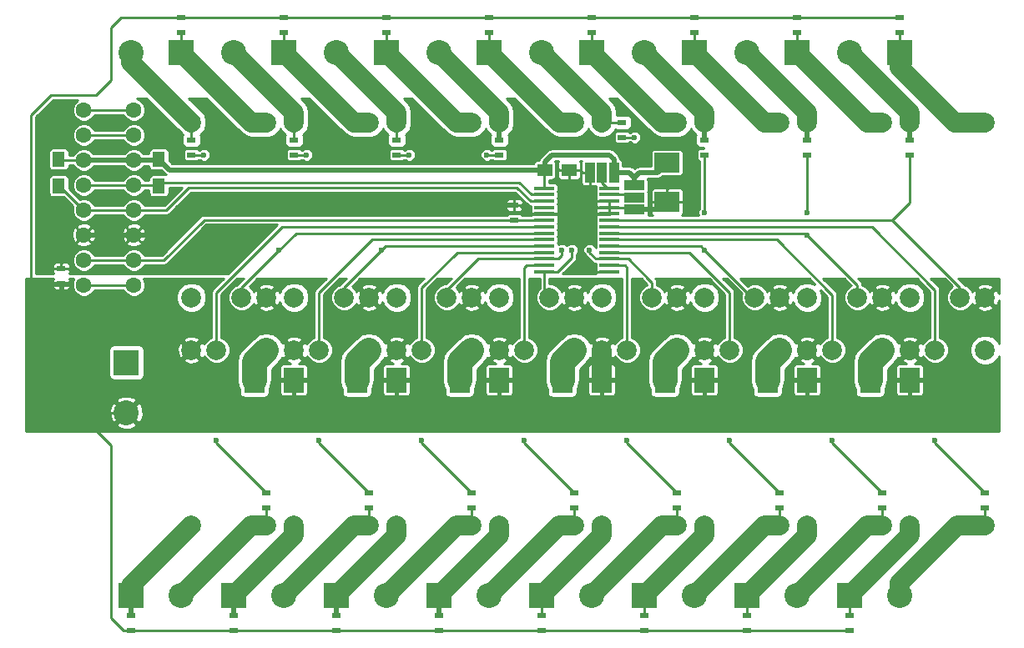
<source format=gbl>
G04 #@! TF.FileFunction,Copper,L2,Bot,Signal*
%FSLAX46Y46*%
G04 Gerber Fmt 4.6, Leading zero omitted, Abs format (unit mm)*
G04 Created by KiCad (PCBNEW 4.0.0-stable) date 06.09.2016 12:35:27*
%MOMM*%
G01*
G04 APERTURE LIST*
%ADD10C,0.100000*%
%ADD11R,2.000000X2.500000*%
%ADD12R,1.500000X1.250000*%
%ADD13R,2.500000X2.000000*%
%ADD14R,0.900000X0.500000*%
%ADD15R,1.000000X2.000000*%
%ADD16C,1.600000*%
%ADD17R,2.540000X2.540000*%
%ADD18C,2.540000*%
%ADD19R,2.000000X0.400000*%
%ADD20C,2.000000*%
%ADD21R,2.000000X1.000000*%
%ADD22R,1.300000X1.500000*%
%ADD23C,0.600000*%
%ADD24C,2.500000*%
%ADD25C,2.000000*%
%ADD26C,0.250000*%
%ADD27C,0.500000*%
G04 APERTURE END LIST*
D10*
D11*
X64548000Y-67564000D03*
X68548000Y-67564000D03*
X74962000Y-67564000D03*
X78962000Y-67564000D03*
X85376000Y-67564000D03*
X89376000Y-67564000D03*
X95790000Y-67564000D03*
X99790000Y-67564000D03*
X54134000Y-67564000D03*
X58134000Y-67564000D03*
D12*
X83586000Y-46228000D03*
X86086000Y-46228000D03*
D13*
X96012000Y-45498000D03*
X96012000Y-49498000D03*
D14*
X34544000Y-56273000D03*
X34544000Y-57773000D03*
D15*
X90608000Y-46482000D03*
X89408000Y-46482000D03*
X88208000Y-46482000D03*
D14*
X119634000Y-30746000D03*
X119634000Y-32246000D03*
X120650000Y-44692000D03*
X120650000Y-43192000D03*
X114554000Y-92952000D03*
X114554000Y-91452000D03*
X128270000Y-79006000D03*
X128270000Y-80506000D03*
X109220000Y-30746000D03*
X109220000Y-32246000D03*
X110236000Y-44692000D03*
X110236000Y-43192000D03*
X104140000Y-92952000D03*
X104140000Y-91452000D03*
X117856000Y-79006000D03*
X117856000Y-80506000D03*
X98806000Y-30746000D03*
X98806000Y-32246000D03*
X99822000Y-44692000D03*
X99822000Y-43192000D03*
X93726000Y-92952000D03*
X93726000Y-91452000D03*
X107442000Y-79006000D03*
X107442000Y-80506000D03*
X88392000Y-30746000D03*
X88392000Y-32246000D03*
X91440000Y-42914000D03*
X91440000Y-41414000D03*
X83312000Y-92952000D03*
X83312000Y-91452000D03*
D16*
X41910000Y-42672000D03*
X36830000Y-42672000D03*
X41910000Y-45212000D03*
X36830000Y-45212000D03*
X36830000Y-40132000D03*
X41910000Y-40132000D03*
X36830000Y-47752000D03*
X41910000Y-47752000D03*
X36830000Y-50292000D03*
X36830000Y-52832000D03*
X36830000Y-55372000D03*
X36830000Y-57912000D03*
X41910000Y-50292000D03*
X41910000Y-52832000D03*
X41910000Y-55372000D03*
X41910000Y-57912000D03*
D17*
X41148000Y-65786000D03*
D18*
X41148000Y-70866000D03*
D17*
X119634000Y-34290000D03*
D18*
X114554000Y-34290000D03*
D17*
X114554000Y-89408000D03*
D18*
X119634000Y-89408000D03*
D17*
X109220000Y-34290000D03*
D18*
X104140000Y-34290000D03*
D17*
X104140000Y-89408000D03*
D18*
X109220000Y-89408000D03*
D17*
X98806000Y-34290000D03*
D18*
X93726000Y-34290000D03*
D17*
X93726000Y-89408000D03*
D18*
X98806000Y-89408000D03*
D17*
X88392000Y-34290000D03*
D18*
X83312000Y-34290000D03*
D17*
X83312000Y-89408000D03*
D18*
X88392000Y-89408000D03*
D19*
X90168000Y-48099000D03*
X83568000Y-56549000D03*
X90168000Y-48749000D03*
X90168000Y-49399000D03*
X90168000Y-50049000D03*
X90168000Y-50699000D03*
X90168000Y-51349000D03*
X90168000Y-51999000D03*
X90168000Y-52649000D03*
X90168000Y-53299000D03*
X90168000Y-53949000D03*
X90168000Y-54599000D03*
X90168000Y-55249000D03*
X90168000Y-55899000D03*
X90168000Y-56549000D03*
X83568000Y-55899000D03*
X83568000Y-55249000D03*
X83568000Y-54599000D03*
X83568000Y-53949000D03*
X83568000Y-53299000D03*
X83568000Y-52649000D03*
X83568000Y-51999000D03*
X83568000Y-51349000D03*
X83568000Y-50699000D03*
X83568000Y-50049000D03*
X83568000Y-49399000D03*
X83568000Y-48749000D03*
X83568000Y-48099000D03*
D20*
X120650000Y-59182000D03*
X125730000Y-59182000D03*
X128270000Y-59182000D03*
X120650000Y-41402000D03*
X128270000Y-41402000D03*
X128270000Y-64516000D03*
X123190000Y-64516000D03*
X120650000Y-64516000D03*
X128270000Y-82296000D03*
X120650000Y-82296000D03*
X110236000Y-59182000D03*
X115316000Y-59182000D03*
X117856000Y-59182000D03*
X110236000Y-41402000D03*
X117856000Y-41402000D03*
X117856000Y-64516000D03*
X112776000Y-64516000D03*
X110236000Y-64516000D03*
X117856000Y-82296000D03*
X110236000Y-82296000D03*
X99822000Y-59182000D03*
X104902000Y-59182000D03*
X107442000Y-59182000D03*
X99822000Y-41402000D03*
X107442000Y-41402000D03*
X107442000Y-64516000D03*
X102362000Y-64516000D03*
X99822000Y-64516000D03*
X107442000Y-82296000D03*
X99822000Y-82296000D03*
X89408000Y-59182000D03*
X94488000Y-59182000D03*
X97028000Y-59182000D03*
X89408000Y-41402000D03*
X97028000Y-41402000D03*
X97028000Y-64516000D03*
X91948000Y-64516000D03*
X89408000Y-64516000D03*
X97028000Y-82296000D03*
X89408000Y-82296000D03*
D14*
X80518000Y-51296000D03*
X80518000Y-49796000D03*
D21*
X92710000Y-47822000D03*
X92710000Y-49022000D03*
X92710000Y-50222000D03*
D14*
X97028000Y-79006000D03*
X97028000Y-80506000D03*
X77978000Y-30746000D03*
X77978000Y-32246000D03*
X78994000Y-44692000D03*
X78994000Y-43192000D03*
X72898000Y-92952000D03*
X72898000Y-91452000D03*
X86614000Y-79006000D03*
X86614000Y-80506000D03*
X67564000Y-30746000D03*
X67564000Y-32246000D03*
X68580000Y-44692000D03*
X68580000Y-43192000D03*
X62484000Y-92952000D03*
X62484000Y-91452000D03*
X76200000Y-79006000D03*
X76200000Y-80506000D03*
X57150000Y-30746000D03*
X57150000Y-32246000D03*
X58166000Y-44692000D03*
X58166000Y-43192000D03*
X52070000Y-92952000D03*
X52070000Y-91452000D03*
X65786000Y-79006000D03*
X65786000Y-80506000D03*
X46736000Y-30746000D03*
X46736000Y-32246000D03*
X47752000Y-44692000D03*
X47752000Y-43192000D03*
X41656000Y-92952000D03*
X41656000Y-91452000D03*
X55372000Y-79006000D03*
X55372000Y-80506000D03*
D17*
X77978000Y-34290000D03*
D18*
X72898000Y-34290000D03*
D17*
X72898000Y-89408000D03*
D18*
X77978000Y-89408000D03*
D17*
X67564000Y-34290000D03*
D18*
X62484000Y-34290000D03*
D17*
X62484000Y-89408000D03*
D18*
X67564000Y-89408000D03*
D17*
X57150000Y-34290000D03*
D18*
X52070000Y-34290000D03*
D17*
X52070000Y-89408000D03*
D18*
X57150000Y-89408000D03*
D17*
X46736000Y-34290000D03*
D18*
X41656000Y-34290000D03*
D17*
X41656000Y-89408000D03*
D18*
X46736000Y-89408000D03*
D20*
X78994000Y-59182000D03*
X84074000Y-59182000D03*
X86614000Y-59182000D03*
X78994000Y-41402000D03*
X86614000Y-41402000D03*
X86614000Y-64516000D03*
X81534000Y-64516000D03*
X78994000Y-64516000D03*
X86614000Y-82296000D03*
X78994000Y-82296000D03*
X68580000Y-59182000D03*
X73660000Y-59182000D03*
X76200000Y-59182000D03*
X68580000Y-41402000D03*
X76200000Y-41402000D03*
X76200000Y-64516000D03*
X71120000Y-64516000D03*
X68580000Y-64516000D03*
X76200000Y-82296000D03*
X68580000Y-82296000D03*
X58166000Y-59182000D03*
X63246000Y-59182000D03*
X65786000Y-59182000D03*
X58166000Y-41402000D03*
X65786000Y-41402000D03*
X65786000Y-64516000D03*
X60706000Y-64516000D03*
X58166000Y-64516000D03*
X65786000Y-82296000D03*
X58166000Y-82296000D03*
X47752000Y-59182000D03*
X52832000Y-59182000D03*
X55372000Y-59182000D03*
X47752000Y-41402000D03*
X55372000Y-41402000D03*
X55372000Y-64516000D03*
X50292000Y-64516000D03*
X47752000Y-64516000D03*
X55372000Y-82296000D03*
X47752000Y-82296000D03*
D11*
X106204000Y-67564000D03*
X110204000Y-67564000D03*
X116618000Y-67564000D03*
X120618000Y-67564000D03*
D22*
X44450000Y-45132000D03*
X44450000Y-47832000D03*
X34290000Y-45132000D03*
X34290000Y-47832000D03*
D23*
X123190000Y-73660000D03*
X110236000Y-52832000D03*
X110236000Y-50546000D03*
X112776000Y-73660000D03*
X99822000Y-50546000D03*
X99822000Y-54356000D03*
X102362000Y-73660000D03*
X92710000Y-42926000D03*
X88138000Y-54356000D03*
X91948000Y-73660000D03*
X86360000Y-54356000D03*
X77724000Y-44704000D03*
X81534000Y-73660000D03*
X69850000Y-44704000D03*
X85344000Y-54356000D03*
X71120000Y-73660000D03*
X67056000Y-54356000D03*
X59436000Y-44704000D03*
X60706000Y-73660000D03*
X56642000Y-54356000D03*
X49022000Y-44704000D03*
X50292000Y-73660000D03*
D24*
X97028000Y-64516000D02*
X95790000Y-65754000D01*
X95790000Y-65754000D02*
X95790000Y-67564000D01*
X86614000Y-64516000D02*
X85376000Y-65754000D01*
X85376000Y-65754000D02*
X85376000Y-67564000D01*
X117856000Y-64516000D02*
X116618000Y-65754000D01*
X116618000Y-65754000D02*
X116618000Y-67564000D01*
X107442000Y-64516000D02*
X106204000Y-65754000D01*
X106204000Y-65754000D02*
X106204000Y-67564000D01*
X76200000Y-64516000D02*
X74962000Y-65754000D01*
X74962000Y-65754000D02*
X74962000Y-67564000D01*
X65786000Y-64516000D02*
X64548000Y-65754000D01*
X64548000Y-65754000D02*
X64548000Y-67564000D01*
X55372000Y-64516000D02*
X54134000Y-65754000D01*
X54134000Y-65754000D02*
X54134000Y-67564000D01*
D25*
X58166000Y-67532000D02*
X58134000Y-67564000D01*
X68580000Y-67532000D02*
X68548000Y-67564000D01*
X78994000Y-67532000D02*
X78962000Y-67564000D01*
X89408000Y-64516000D02*
X89408000Y-67532000D01*
X89408000Y-67532000D02*
X89376000Y-67564000D01*
X99822000Y-67532000D02*
X99790000Y-67564000D01*
X110204000Y-64548000D02*
X110236000Y-64516000D01*
X120618000Y-64548000D02*
X120650000Y-64516000D01*
X120650000Y-67596000D02*
X120618000Y-67564000D01*
D26*
X41656000Y-92952000D02*
X40882000Y-92952000D01*
X39624000Y-74156000D02*
X34544000Y-69076000D01*
X39624000Y-91694000D02*
X39624000Y-74156000D01*
X40882000Y-92952000D02*
X39624000Y-91694000D01*
X46736000Y-30746000D02*
X40628000Y-30746000D01*
X40628000Y-30746000D02*
X39624000Y-31750000D01*
X39624000Y-31750000D02*
X39624000Y-37084000D01*
X39624000Y-37084000D02*
X38100000Y-38608000D01*
X38100000Y-38608000D02*
X33528000Y-38608000D01*
X33528000Y-38608000D02*
X31496000Y-40640000D01*
X31496000Y-40640000D02*
X31496000Y-67310000D01*
X31496000Y-67310000D02*
X33262000Y-69076000D01*
X33262000Y-69076000D02*
X34544000Y-69076000D01*
X119634000Y-30746000D02*
X109220000Y-30746000D01*
X109220000Y-30746000D02*
X98806000Y-30746000D01*
X98806000Y-30746000D02*
X88392000Y-30746000D01*
X77978000Y-30746000D02*
X88392000Y-30746000D01*
X67564000Y-30746000D02*
X77978000Y-30746000D01*
X57150000Y-30746000D02*
X67564000Y-30746000D01*
X46736000Y-30746000D02*
X57150000Y-30746000D01*
X52070000Y-92952000D02*
X41656000Y-92952000D01*
X62484000Y-92952000D02*
X52070000Y-92952000D01*
X72898000Y-92952000D02*
X62484000Y-92952000D01*
X83312000Y-92952000D02*
X72898000Y-92952000D01*
X93726000Y-92952000D02*
X83312000Y-92952000D01*
X104140000Y-92952000D02*
X93726000Y-92952000D01*
X114554000Y-92952000D02*
X104140000Y-92952000D01*
X41148000Y-70866000D02*
X36334000Y-70866000D01*
X36334000Y-70866000D02*
X34544000Y-69076000D01*
X36830000Y-55372000D02*
X41910000Y-55372000D01*
X80518000Y-51296000D02*
X49034000Y-51296000D01*
X44958000Y-55372000D02*
X41910000Y-55372000D01*
X49034000Y-51296000D02*
X44958000Y-55372000D01*
X83568000Y-51349000D02*
X80571000Y-51349000D01*
X80571000Y-51349000D02*
X80518000Y-51296000D01*
X36830000Y-45212000D02*
X34370000Y-45212000D01*
X34370000Y-45212000D02*
X34290000Y-45132000D01*
D27*
X44450000Y-45132000D02*
X45546000Y-46228000D01*
X45546000Y-46228000D02*
X83586000Y-46228000D01*
X41910000Y-45212000D02*
X44370000Y-45212000D01*
X44370000Y-45212000D02*
X44450000Y-45132000D01*
X92710000Y-46990000D02*
X93218000Y-46482000D01*
X93218000Y-46482000D02*
X95028000Y-46482000D01*
X95028000Y-46482000D02*
X96012000Y-45498000D01*
X41910000Y-45212000D02*
X41942000Y-45244000D01*
X90608000Y-46482000D02*
X92202000Y-46482000D01*
X92710000Y-46990000D02*
X92710000Y-47822000D01*
X92202000Y-46482000D02*
X92710000Y-46990000D01*
X90608000Y-46482000D02*
X90608000Y-45142000D01*
X83586000Y-45446000D02*
X83586000Y-46228000D01*
X84328000Y-44704000D02*
X83586000Y-45446000D01*
X90170000Y-44704000D02*
X84328000Y-44704000D01*
X90608000Y-45142000D02*
X90170000Y-44704000D01*
X36830000Y-45212000D02*
X41910000Y-45212000D01*
D26*
X83568000Y-48099000D02*
X83568000Y-46246000D01*
X83568000Y-46246000D02*
X83586000Y-46228000D01*
X89408000Y-46482000D02*
X89408000Y-47498000D01*
X89408000Y-47498000D02*
X90009000Y-48099000D01*
X90009000Y-48099000D02*
X90168000Y-48099000D01*
X90168000Y-48749000D02*
X92437000Y-48749000D01*
X92437000Y-48749000D02*
X92710000Y-49022000D01*
X118872000Y-51308000D02*
X120650000Y-49530000D01*
X120650000Y-49530000D02*
X120650000Y-44692000D01*
X125730000Y-59182000D02*
X125730000Y-58166000D01*
X118913000Y-51349000D02*
X118872000Y-51308000D01*
X118872000Y-51308000D02*
X125222000Y-57658000D01*
X118913000Y-51349000D02*
X90168000Y-51349000D01*
X125730000Y-58166000D02*
X125222000Y-57658000D01*
X128270000Y-79006000D02*
X123190000Y-73926000D01*
X123190000Y-73926000D02*
X123190000Y-73660000D01*
X123190000Y-64516000D02*
X123190000Y-62738000D01*
X116769000Y-51999000D02*
X123190000Y-58420000D01*
X123190000Y-58420000D02*
X123190000Y-62738000D01*
X116769000Y-51999000D02*
X90168000Y-51999000D01*
X110236000Y-44692000D02*
X110236000Y-50546000D01*
X115316000Y-59182000D02*
X115316000Y-57912000D01*
X110053000Y-52649000D02*
X110236000Y-52832000D01*
X110236000Y-52832000D02*
X114808000Y-57404000D01*
X110053000Y-52649000D02*
X90168000Y-52649000D01*
X115316000Y-57912000D02*
X114808000Y-57404000D01*
X117856000Y-79006000D02*
X112776000Y-73926000D01*
X112776000Y-73926000D02*
X112776000Y-73660000D01*
X112776000Y-64516000D02*
X112776000Y-62484000D01*
X107147000Y-53299000D02*
X112776000Y-58928000D01*
X112776000Y-58928000D02*
X112776000Y-62484000D01*
X107147000Y-53299000D02*
X90168000Y-53299000D01*
X99822000Y-54356000D02*
X104648000Y-59182000D01*
X104648000Y-59182000D02*
X104902000Y-59182000D01*
X90168000Y-53949000D02*
X99415000Y-53949000D01*
X99822000Y-50546000D02*
X99822000Y-44692000D01*
X99415000Y-53949000D02*
X99822000Y-54356000D01*
X107442000Y-79006000D02*
X102362000Y-73926000D01*
X102362000Y-73926000D02*
X102362000Y-73660000D01*
X102362000Y-64516000D02*
X102362000Y-62992000D01*
X98287000Y-54599000D02*
X102362000Y-58674000D01*
X102362000Y-58674000D02*
X102362000Y-62992000D01*
X98287000Y-54599000D02*
X90168000Y-54599000D01*
X90168000Y-55249000D02*
X88777000Y-55249000D01*
X92698000Y-42914000D02*
X91440000Y-42914000D01*
X92710000Y-42926000D02*
X92698000Y-42914000D01*
X88138000Y-54610000D02*
X88138000Y-54356000D01*
X88777000Y-55249000D02*
X88138000Y-54610000D01*
X94488000Y-59182000D02*
X94488000Y-57658000D01*
X94488000Y-57658000D02*
X94234000Y-57404000D01*
X90168000Y-55249000D02*
X92079000Y-55249000D01*
X92079000Y-55249000D02*
X94234000Y-57404000D01*
X97028000Y-79006000D02*
X91948000Y-73926000D01*
X91948000Y-73926000D02*
X91948000Y-73660000D01*
X91948000Y-64516000D02*
X91948000Y-62738000D01*
X91713000Y-55899000D02*
X91948000Y-56134000D01*
X91948000Y-56134000D02*
X91948000Y-62738000D01*
X91713000Y-55899000D02*
X90168000Y-55899000D01*
X44784000Y-47498000D02*
X51054000Y-47498000D01*
X82277000Y-48749000D02*
X83568000Y-48749000D01*
X81026000Y-47498000D02*
X51054000Y-47498000D01*
X82277000Y-48749000D02*
X81026000Y-47498000D01*
X44784000Y-47498000D02*
X44450000Y-47832000D01*
X41910000Y-47752000D02*
X44370000Y-47752000D01*
X44370000Y-47752000D02*
X44450000Y-47832000D01*
X41910000Y-47752000D02*
X36830000Y-47752000D01*
X34290000Y-47832000D02*
X34370000Y-47832000D01*
X34370000Y-47832000D02*
X36830000Y-50292000D01*
X51308000Y-48006000D02*
X47498000Y-48006000D01*
X45212000Y-50292000D02*
X41910000Y-50292000D01*
X47498000Y-48006000D02*
X45212000Y-50292000D01*
X51182398Y-48006000D02*
X51308000Y-48006000D01*
X51308000Y-48006000D02*
X80772000Y-48006000D01*
X80772000Y-48006000D02*
X82165000Y-49399000D01*
X83568000Y-49399000D02*
X82165000Y-49399000D01*
X41910000Y-50292000D02*
X36830000Y-50292000D01*
X41910000Y-57912000D02*
X36830000Y-57912000D01*
D27*
X92710000Y-50222000D02*
X95288000Y-50222000D01*
X95288000Y-50222000D02*
X96012000Y-49498000D01*
X41910000Y-52832000D02*
X36830000Y-52832000D01*
X53098000Y-49796000D02*
X48248000Y-49796000D01*
X45212000Y-52832000D02*
X41910000Y-52832000D01*
X48248000Y-49796000D02*
X45212000Y-52832000D01*
X80518000Y-49796000D02*
X53098000Y-49796000D01*
X53098000Y-49796000D02*
X53086000Y-49784000D01*
D26*
X88208000Y-56204000D02*
X87122000Y-55118000D01*
X88553000Y-56549000D02*
X88208000Y-56204000D01*
X90168000Y-56549000D02*
X88553000Y-56549000D01*
X87122000Y-50966000D02*
X86855000Y-50699000D01*
X87122000Y-55118000D02*
X87122000Y-50966000D01*
X86086000Y-46228000D02*
X86086000Y-47224000D01*
X86086000Y-47224000D02*
X88208000Y-49346000D01*
X83568000Y-50699000D02*
X86855000Y-50699000D01*
X86855000Y-50699000D02*
X88208000Y-49346000D01*
X88208000Y-46482000D02*
X88208000Y-49346000D01*
X88911000Y-50049000D02*
X90168000Y-50049000D01*
X88208000Y-49346000D02*
X88911000Y-50049000D01*
X90168000Y-50049000D02*
X92537000Y-50049000D01*
X92537000Y-50049000D02*
X92710000Y-50222000D01*
X90168000Y-50699000D02*
X90168000Y-50049000D01*
X90168000Y-49399000D02*
X90168000Y-50049000D01*
X83568000Y-50699000D02*
X81941000Y-50699000D01*
X81038000Y-49796000D02*
X80518000Y-49796000D01*
X81941000Y-50699000D02*
X81038000Y-49796000D01*
X84929000Y-56549000D02*
X86360000Y-55118000D01*
X86360000Y-55118000D02*
X86360000Y-54356000D01*
X83568000Y-56549000D02*
X84929000Y-56549000D01*
X77724000Y-44704000D02*
X78982000Y-44704000D01*
X78982000Y-44704000D02*
X78994000Y-44692000D01*
X83568000Y-57910000D02*
X83568000Y-58676000D01*
X83568000Y-58676000D02*
X84074000Y-59182000D01*
X83568000Y-56549000D02*
X83568000Y-57910000D01*
X83568000Y-57910000D02*
X83566000Y-57912000D01*
X86614000Y-79006000D02*
X81534000Y-73926000D01*
X81534000Y-73926000D02*
X81534000Y-73660000D01*
X81534000Y-64516000D02*
X81534000Y-62738000D01*
X81769000Y-55899000D02*
X81534000Y-56134000D01*
X81534000Y-56134000D02*
X81534000Y-62738000D01*
X81769000Y-55899000D02*
X83568000Y-55899000D01*
X68580000Y-44692000D02*
X68592000Y-44704000D01*
X68592000Y-44704000D02*
X69850000Y-44704000D01*
X84959000Y-55249000D02*
X85344000Y-54864000D01*
X85344000Y-54864000D02*
X85344000Y-54356000D01*
X83568000Y-55249000D02*
X84959000Y-55249000D01*
X73660000Y-59182000D02*
X73660000Y-58420000D01*
X73660000Y-58420000D02*
X74676000Y-57404000D01*
X83568000Y-55249000D02*
X76831000Y-55249000D01*
X76831000Y-55249000D02*
X74676000Y-57404000D01*
X76200000Y-79006000D02*
X71120000Y-73926000D01*
X71120000Y-73926000D02*
X71120000Y-73660000D01*
X71120000Y-64516000D02*
X71120000Y-62738000D01*
X74687000Y-54599000D02*
X71120000Y-58166000D01*
X71120000Y-58166000D02*
X71120000Y-62738000D01*
X74687000Y-54599000D02*
X83568000Y-54599000D01*
X59436000Y-44704000D02*
X58178000Y-44704000D01*
X58178000Y-44704000D02*
X58166000Y-44692000D01*
X63246000Y-59182000D02*
X63246000Y-58166000D01*
X67463000Y-53949000D02*
X67056000Y-54356000D01*
X67056000Y-54356000D02*
X63754000Y-57658000D01*
X67463000Y-53949000D02*
X83568000Y-53949000D01*
X63246000Y-58166000D02*
X63754000Y-57658000D01*
X65786000Y-79006000D02*
X60706000Y-73926000D01*
X60706000Y-73926000D02*
X60706000Y-73660000D01*
X60706000Y-64516000D02*
X60706000Y-62484000D01*
X66081000Y-53299000D02*
X60706000Y-58674000D01*
X60706000Y-58674000D02*
X60706000Y-62484000D01*
X66081000Y-53299000D02*
X83568000Y-53299000D01*
X49022000Y-44704000D02*
X47764000Y-44704000D01*
X47764000Y-44704000D02*
X47752000Y-44692000D01*
X52832000Y-59182000D02*
X52832000Y-58166000D01*
X58349000Y-52649000D02*
X56642000Y-54356000D01*
X56642000Y-54356000D02*
X53340000Y-57658000D01*
X58349000Y-52649000D02*
X83568000Y-52649000D01*
X52832000Y-58166000D02*
X53340000Y-57658000D01*
X55372000Y-79006000D02*
X50292000Y-73926000D01*
X50292000Y-73926000D02*
X50292000Y-73660000D01*
X83568000Y-51999000D02*
X56967000Y-51999000D01*
X50292000Y-58674000D02*
X50292000Y-64516000D01*
X56967000Y-51999000D02*
X50292000Y-58674000D01*
X41910000Y-42672000D02*
X36830000Y-42672000D01*
X41910000Y-40132000D02*
X36830000Y-40132000D01*
X119634000Y-32246000D02*
X119634000Y-34290000D01*
D25*
X119634000Y-34290000D02*
X119634000Y-35814000D01*
X125222000Y-41402000D02*
X128270000Y-41402000D01*
X119634000Y-35814000D02*
X125222000Y-41402000D01*
D27*
X120650000Y-43192000D02*
X120650000Y-41402000D01*
D25*
X120650000Y-41402000D02*
X120650000Y-40386000D01*
X120650000Y-40386000D02*
X114554000Y-34290000D01*
D26*
X114554000Y-91452000D02*
X114554000Y-89408000D01*
D25*
X120650000Y-82296000D02*
X120650000Y-83312000D01*
X120650000Y-83312000D02*
X114554000Y-89408000D01*
X128270000Y-82296000D02*
X125476000Y-82296000D01*
X125476000Y-82296000D02*
X119634000Y-88138000D01*
X119634000Y-88138000D02*
X119634000Y-89408000D01*
D26*
X128270000Y-82296000D02*
X128270000Y-80506000D01*
X109220000Y-32246000D02*
X109220000Y-34290000D01*
D25*
X117856000Y-41402000D02*
X116332000Y-41402000D01*
X116332000Y-41402000D02*
X109220000Y-34290000D01*
D27*
X110236000Y-43192000D02*
X110236000Y-41402000D01*
D25*
X110236000Y-41402000D02*
X110236000Y-40386000D01*
X110236000Y-40386000D02*
X104140000Y-34290000D01*
D26*
X104140000Y-91452000D02*
X104140000Y-89408000D01*
D25*
X110236000Y-82296000D02*
X110236000Y-83312000D01*
X110236000Y-83312000D02*
X104140000Y-89408000D01*
D26*
X117856000Y-80506000D02*
X117856000Y-82296000D01*
D25*
X117856000Y-82296000D02*
X116332000Y-82296000D01*
X116332000Y-82296000D02*
X109220000Y-89408000D01*
D26*
X98806000Y-32246000D02*
X98806000Y-34290000D01*
D25*
X107442000Y-41402000D02*
X105918000Y-41402000D01*
X105918000Y-41402000D02*
X98806000Y-34290000D01*
D27*
X99822000Y-43192000D02*
X99822000Y-41402000D01*
D25*
X99822000Y-41402000D02*
X99822000Y-40386000D01*
X99822000Y-40386000D02*
X93726000Y-34290000D01*
D26*
X93726000Y-91452000D02*
X93726000Y-89408000D01*
D25*
X99822000Y-82296000D02*
X99822000Y-83312000D01*
X99822000Y-83312000D02*
X93726000Y-89408000D01*
D26*
X107442000Y-80506000D02*
X107442000Y-82296000D01*
D25*
X107442000Y-82296000D02*
X105918000Y-82296000D01*
X105918000Y-82296000D02*
X98806000Y-89408000D01*
D26*
X88392000Y-32246000D02*
X88392000Y-34290000D01*
D25*
X97028000Y-41402000D02*
X95504000Y-41402000D01*
X95504000Y-41402000D02*
X88392000Y-34290000D01*
D26*
X91440000Y-41414000D02*
X91428000Y-41402000D01*
X91428000Y-41402000D02*
X89408000Y-41402000D01*
D25*
X89408000Y-41402000D02*
X89408000Y-40386000D01*
X89408000Y-40386000D02*
X83312000Y-34290000D01*
D26*
X83312000Y-91452000D02*
X83312000Y-89408000D01*
D25*
X89408000Y-82296000D02*
X89408000Y-83312000D01*
X89408000Y-83312000D02*
X83312000Y-89408000D01*
D26*
X97028000Y-80506000D02*
X97028000Y-82296000D01*
D25*
X97028000Y-82296000D02*
X95504000Y-82296000D01*
X95504000Y-82296000D02*
X88392000Y-89408000D01*
D26*
X77978000Y-32246000D02*
X77978000Y-34290000D01*
D25*
X86614000Y-41402000D02*
X85090000Y-41402000D01*
X85090000Y-41402000D02*
X77978000Y-34290000D01*
D27*
X78994000Y-43192000D02*
X78994000Y-41402000D01*
D25*
X78994000Y-41402000D02*
X78994000Y-40386000D01*
X78994000Y-40386000D02*
X72898000Y-34290000D01*
D27*
X72898000Y-89408000D02*
X72898000Y-91452000D01*
D25*
X78994000Y-82296000D02*
X78994000Y-83312000D01*
X78994000Y-83312000D02*
X72898000Y-89408000D01*
X86614000Y-82296000D02*
X85090000Y-82296000D01*
X85090000Y-82296000D02*
X77978000Y-89408000D01*
D26*
X86614000Y-80506000D02*
X86614000Y-82296000D01*
X67564000Y-32246000D02*
X67564000Y-34290000D01*
D25*
X76200000Y-41402000D02*
X74676000Y-41402000D01*
X74676000Y-41402000D02*
X67564000Y-34290000D01*
D26*
X68580000Y-43192000D02*
X68580000Y-41402000D01*
D25*
X68580000Y-41402000D02*
X68580000Y-40386000D01*
X68580000Y-40386000D02*
X62484000Y-34290000D01*
D27*
X62484000Y-89408000D02*
X62484000Y-91452000D01*
D25*
X68580000Y-82296000D02*
X68580000Y-83312000D01*
X68580000Y-83312000D02*
X62484000Y-89408000D01*
D26*
X76200000Y-80506000D02*
X76200000Y-82296000D01*
D25*
X76200000Y-82296000D02*
X74676000Y-82296000D01*
X74676000Y-82296000D02*
X67564000Y-89408000D01*
D26*
X57150000Y-32246000D02*
X57150000Y-34290000D01*
D25*
X65786000Y-41402000D02*
X64262000Y-41402000D01*
X64262000Y-41402000D02*
X57150000Y-34290000D01*
D26*
X58166000Y-43192000D02*
X58166000Y-41402000D01*
D25*
X58166000Y-41402000D02*
X58166000Y-40386000D01*
X58166000Y-40386000D02*
X52070000Y-34290000D01*
D27*
X52070000Y-89408000D02*
X52070000Y-91452000D01*
D25*
X58166000Y-82296000D02*
X58166000Y-83312000D01*
X58166000Y-83312000D02*
X52070000Y-89408000D01*
D26*
X65786000Y-82296000D02*
X65786000Y-80506000D01*
D25*
X65786000Y-82296000D02*
X64262000Y-82296000D01*
X64262000Y-82296000D02*
X57150000Y-89408000D01*
D26*
X46736000Y-32246000D02*
X46736000Y-34290000D01*
D25*
X55372000Y-41402000D02*
X53848000Y-41402000D01*
X53848000Y-41402000D02*
X46736000Y-34290000D01*
D26*
X47752000Y-43192000D02*
X47752000Y-41402000D01*
D25*
X47752000Y-41402000D02*
X41656000Y-35306000D01*
X41656000Y-35306000D02*
X41656000Y-34290000D01*
D27*
X41656000Y-89408000D02*
X41656000Y-91452000D01*
D25*
X47752000Y-82296000D02*
X41656000Y-88392000D01*
X41656000Y-88392000D02*
X41656000Y-89408000D01*
D26*
X55372000Y-82296000D02*
X55372000Y-80506000D01*
D25*
X55372000Y-82296000D02*
X53848000Y-82296000D01*
X53848000Y-82296000D02*
X46736000Y-89408000D01*
D26*
G36*
X46673008Y-42479684D02*
X46856729Y-42663726D01*
X46808888Y-42733744D01*
X46766715Y-42942000D01*
X46766715Y-43442000D01*
X46803323Y-43636553D01*
X46918304Y-43815239D01*
X47093744Y-43935112D01*
X47302000Y-43977285D01*
X48202000Y-43977285D01*
X48396553Y-43940677D01*
X48575239Y-43825696D01*
X48695112Y-43650256D01*
X48737285Y-43442000D01*
X48737285Y-42942000D01*
X48700677Y-42747447D01*
X48646736Y-42663621D01*
X49044079Y-42266971D01*
X49276735Y-41706672D01*
X49277265Y-41099989D01*
X49045586Y-40539285D01*
X48616971Y-40109921D01*
X48616331Y-40109655D01*
X47493676Y-38987000D01*
X49276324Y-38987000D01*
X52769662Y-42480338D01*
X53264408Y-42810916D01*
X53848000Y-42927000D01*
X55370669Y-42927000D01*
X55674011Y-42927265D01*
X56234715Y-42695586D01*
X56664079Y-42266971D01*
X56768971Y-42014364D01*
X56872414Y-42264715D01*
X57270729Y-42663726D01*
X57222888Y-42733744D01*
X57180715Y-42942000D01*
X57180715Y-43442000D01*
X57217323Y-43636553D01*
X57332304Y-43815239D01*
X57507744Y-43935112D01*
X57716000Y-43977285D01*
X58616000Y-43977285D01*
X58810553Y-43940677D01*
X58989239Y-43825696D01*
X59109112Y-43650256D01*
X59151285Y-43442000D01*
X59151285Y-42942000D01*
X59114677Y-42747447D01*
X59060736Y-42663621D01*
X59458079Y-42266971D01*
X59690735Y-41706672D01*
X59691265Y-41099989D01*
X59691000Y-41099348D01*
X59691000Y-40386000D01*
X59574916Y-39802408D01*
X59244338Y-39307662D01*
X58923676Y-38987000D01*
X59690324Y-38987000D01*
X63183662Y-42480338D01*
X63678408Y-42810916D01*
X64262000Y-42927000D01*
X65784669Y-42927000D01*
X66088011Y-42927265D01*
X66648715Y-42695586D01*
X67078079Y-42266971D01*
X67182971Y-42014364D01*
X67286414Y-42264715D01*
X67684729Y-42663726D01*
X67636888Y-42733744D01*
X67594715Y-42942000D01*
X67594715Y-43442000D01*
X67631323Y-43636553D01*
X67746304Y-43815239D01*
X67921744Y-43935112D01*
X68130000Y-43977285D01*
X69030000Y-43977285D01*
X69224553Y-43940677D01*
X69403239Y-43825696D01*
X69523112Y-43650256D01*
X69565285Y-43442000D01*
X69565285Y-42942000D01*
X69528677Y-42747447D01*
X69474736Y-42663621D01*
X69872079Y-42266971D01*
X70104735Y-41706672D01*
X70105265Y-41099989D01*
X70105000Y-41099348D01*
X70105000Y-40386000D01*
X69988916Y-39802408D01*
X69658338Y-39307662D01*
X69337676Y-38987000D01*
X70104324Y-38987000D01*
X73597662Y-42480338D01*
X74092408Y-42810916D01*
X74676000Y-42927000D01*
X76198669Y-42927000D01*
X76502011Y-42927265D01*
X77062715Y-42695586D01*
X77492079Y-42266971D01*
X77596971Y-42014364D01*
X77700414Y-42264715D01*
X78098729Y-42663726D01*
X78050888Y-42733744D01*
X78008715Y-42942000D01*
X78008715Y-43442000D01*
X78045323Y-43636553D01*
X78160304Y-43815239D01*
X78335744Y-43935112D01*
X78544000Y-43977285D01*
X79444000Y-43977285D01*
X79638553Y-43940677D01*
X79817239Y-43825696D01*
X79937112Y-43650256D01*
X79979285Y-43442000D01*
X79979285Y-42942000D01*
X79942677Y-42747447D01*
X79888736Y-42663621D01*
X80286079Y-42266971D01*
X80518735Y-41706672D01*
X80519265Y-41099989D01*
X80519000Y-41099348D01*
X80519000Y-40386000D01*
X80402916Y-39802408D01*
X80072338Y-39307662D01*
X79751676Y-38987000D01*
X80518324Y-38987000D01*
X84011662Y-42480338D01*
X84506408Y-42810916D01*
X85090000Y-42927000D01*
X86612669Y-42927000D01*
X86916011Y-42927265D01*
X87476715Y-42695586D01*
X87906079Y-42266971D01*
X88010971Y-42014364D01*
X88114414Y-42264715D01*
X88543029Y-42694079D01*
X89103328Y-42926735D01*
X89710011Y-42927265D01*
X90270715Y-42695586D01*
X90302356Y-42664000D01*
X90607654Y-42664000D01*
X90607654Y-43164000D01*
X90633802Y-43302966D01*
X90715931Y-43430599D01*
X90841246Y-43516223D01*
X90990000Y-43546346D01*
X91890000Y-43546346D01*
X92028966Y-43520198D01*
X92156599Y-43438069D01*
X92173045Y-43414000D01*
X92243387Y-43414000D01*
X92327144Y-43497903D01*
X92575145Y-43600883D01*
X92843677Y-43601117D01*
X93091857Y-43498571D01*
X93281903Y-43308856D01*
X93384883Y-43060855D01*
X93385117Y-42792323D01*
X93282571Y-42544143D01*
X93092856Y-42354097D01*
X92844855Y-42251117D01*
X92576323Y-42250883D01*
X92328143Y-42353429D01*
X92267466Y-42414000D01*
X92174750Y-42414000D01*
X92164069Y-42397401D01*
X92038754Y-42311777D01*
X91890000Y-42281654D01*
X90990000Y-42281654D01*
X90851034Y-42307802D01*
X90723401Y-42389931D01*
X90637777Y-42515246D01*
X90607654Y-42664000D01*
X90302356Y-42664000D01*
X90700079Y-42266971D01*
X90753663Y-42137925D01*
X90781744Y-42157112D01*
X90990000Y-42199285D01*
X91890000Y-42199285D01*
X92084553Y-42162677D01*
X92263239Y-42047696D01*
X92383112Y-41872256D01*
X92425285Y-41664000D01*
X92425285Y-41164000D01*
X92388677Y-40969447D01*
X92273696Y-40790761D01*
X92098256Y-40670888D01*
X91890000Y-40628715D01*
X90990000Y-40628715D01*
X90933000Y-40639440D01*
X90933000Y-40386000D01*
X90816916Y-39802408D01*
X90486338Y-39307662D01*
X90165676Y-38987000D01*
X90932324Y-38987000D01*
X94425662Y-42480338D01*
X94920408Y-42810916D01*
X95504000Y-42927000D01*
X97026669Y-42927000D01*
X97330011Y-42927265D01*
X97890715Y-42695586D01*
X98320079Y-42266971D01*
X98424971Y-42014364D01*
X98528414Y-42264715D01*
X98926729Y-42663726D01*
X98878888Y-42733744D01*
X98836715Y-42942000D01*
X98836715Y-43442000D01*
X98873323Y-43636553D01*
X98988304Y-43815239D01*
X99163744Y-43935112D01*
X99372000Y-43977285D01*
X99697000Y-43977285D01*
X99697000Y-44059654D01*
X99372000Y-44059654D01*
X99233034Y-44085802D01*
X99105401Y-44167931D01*
X99019777Y-44293246D01*
X98989654Y-44442000D01*
X98989654Y-44942000D01*
X99015802Y-45080966D01*
X99097931Y-45208599D01*
X99223246Y-45294223D01*
X99322000Y-45314221D01*
X99322000Y-50091366D01*
X99250097Y-50163144D01*
X99147117Y-50411145D01*
X99146883Y-50679677D01*
X99216846Y-50849000D01*
X97512041Y-50849000D01*
X97622298Y-50738743D01*
X97687000Y-50582538D01*
X97687000Y-49609250D01*
X97580750Y-49503000D01*
X96017000Y-49503000D01*
X96017000Y-49523000D01*
X96007000Y-49523000D01*
X96007000Y-49503000D01*
X94443250Y-49503000D01*
X94337000Y-49609250D01*
X94337000Y-50582538D01*
X94401702Y-50738743D01*
X94511959Y-50849000D01*
X94117412Y-50849000D01*
X94135000Y-50806538D01*
X94135000Y-50333250D01*
X94028750Y-50227000D01*
X92715000Y-50227000D01*
X92715000Y-50247000D01*
X92705000Y-50247000D01*
X92705000Y-50227000D01*
X92685000Y-50227000D01*
X92685000Y-50217000D01*
X92705000Y-50217000D01*
X92705000Y-50197000D01*
X92715000Y-50197000D01*
X92715000Y-50217000D01*
X94028750Y-50217000D01*
X94135000Y-50110750D01*
X94135000Y-49637462D01*
X94090648Y-49530386D01*
X94092346Y-49522000D01*
X94092346Y-48522000D01*
X94072839Y-48418329D01*
X94073824Y-48413462D01*
X94337000Y-48413462D01*
X94337000Y-49386750D01*
X94443250Y-49493000D01*
X96007000Y-49493000D01*
X96007000Y-48179250D01*
X96017000Y-48179250D01*
X96017000Y-49493000D01*
X97580750Y-49493000D01*
X97687000Y-49386750D01*
X97687000Y-48413462D01*
X97622298Y-48257257D01*
X97502743Y-48137702D01*
X97346538Y-48073000D01*
X96123250Y-48073000D01*
X96017000Y-48179250D01*
X96007000Y-48179250D01*
X95900750Y-48073000D01*
X94677462Y-48073000D01*
X94521257Y-48137702D01*
X94401702Y-48257257D01*
X94337000Y-48413462D01*
X94073824Y-48413462D01*
X94092346Y-48322000D01*
X94092346Y-47322000D01*
X94066198Y-47183034D01*
X94017272Y-47107000D01*
X95028000Y-47107000D01*
X95267177Y-47059425D01*
X95469942Y-46923942D01*
X95513538Y-46880346D01*
X97262000Y-46880346D01*
X97400966Y-46854198D01*
X97528599Y-46772069D01*
X97614223Y-46646754D01*
X97644346Y-46498000D01*
X97644346Y-44498000D01*
X97618198Y-44359034D01*
X97536069Y-44231401D01*
X97410754Y-44145777D01*
X97262000Y-44115654D01*
X94762000Y-44115654D01*
X94623034Y-44141802D01*
X94495401Y-44223931D01*
X94409777Y-44349246D01*
X94379654Y-44498000D01*
X94379654Y-45857000D01*
X93218000Y-45857000D01*
X92978823Y-45904575D01*
X92776058Y-46040058D01*
X92776056Y-46040061D01*
X92710000Y-46106117D01*
X92643942Y-46040058D01*
X92441177Y-45904575D01*
X92202000Y-45857000D01*
X91490346Y-45857000D01*
X91490346Y-45482000D01*
X91464198Y-45343034D01*
X91382069Y-45215401D01*
X91256754Y-45129777D01*
X91229471Y-45124252D01*
X91185425Y-44902823D01*
X91141896Y-44837677D01*
X91049942Y-44700058D01*
X91049939Y-44700056D01*
X90611942Y-44262058D01*
X90409177Y-44126575D01*
X90170000Y-44079000D01*
X84328000Y-44079000D01*
X84088823Y-44126575D01*
X83886058Y-44262058D01*
X83886056Y-44262061D01*
X83144058Y-45004058D01*
X83008575Y-45206823D01*
X83005824Y-45220654D01*
X82836000Y-45220654D01*
X82697034Y-45246802D01*
X82569401Y-45328931D01*
X82483777Y-45454246D01*
X82453654Y-45603000D01*
X45804884Y-45603000D01*
X45482346Y-45280462D01*
X45482346Y-44442000D01*
X46919654Y-44442000D01*
X46919654Y-44942000D01*
X46945802Y-45080966D01*
X47027931Y-45208599D01*
X47153246Y-45294223D01*
X47302000Y-45324346D01*
X48202000Y-45324346D01*
X48340966Y-45298198D01*
X48468599Y-45216069D01*
X48476845Y-45204000D01*
X48567366Y-45204000D01*
X48639144Y-45275903D01*
X48887145Y-45378883D01*
X49155677Y-45379117D01*
X49403857Y-45276571D01*
X49593903Y-45086856D01*
X49696883Y-44838855D01*
X49697117Y-44570323D01*
X49644095Y-44442000D01*
X57333654Y-44442000D01*
X57333654Y-44942000D01*
X57359802Y-45080966D01*
X57441931Y-45208599D01*
X57567246Y-45294223D01*
X57716000Y-45324346D01*
X58616000Y-45324346D01*
X58754966Y-45298198D01*
X58882599Y-45216069D01*
X58890845Y-45204000D01*
X58981366Y-45204000D01*
X59053144Y-45275903D01*
X59301145Y-45378883D01*
X59569677Y-45379117D01*
X59817857Y-45276571D01*
X60007903Y-45086856D01*
X60110883Y-44838855D01*
X60111117Y-44570323D01*
X60058095Y-44442000D01*
X67747654Y-44442000D01*
X67747654Y-44942000D01*
X67773802Y-45080966D01*
X67855931Y-45208599D01*
X67981246Y-45294223D01*
X68130000Y-45324346D01*
X69030000Y-45324346D01*
X69168966Y-45298198D01*
X69296599Y-45216069D01*
X69304845Y-45204000D01*
X69395366Y-45204000D01*
X69467144Y-45275903D01*
X69715145Y-45378883D01*
X69983677Y-45379117D01*
X70231857Y-45276571D01*
X70421903Y-45086856D01*
X70524883Y-44838855D01*
X70524884Y-44837677D01*
X77048883Y-44837677D01*
X77151429Y-45085857D01*
X77341144Y-45275903D01*
X77589145Y-45378883D01*
X77857677Y-45379117D01*
X78105857Y-45276571D01*
X78178555Y-45204000D01*
X78266972Y-45204000D01*
X78269931Y-45208599D01*
X78395246Y-45294223D01*
X78544000Y-45324346D01*
X79444000Y-45324346D01*
X79582966Y-45298198D01*
X79710599Y-45216069D01*
X79796223Y-45090754D01*
X79826346Y-44942000D01*
X79826346Y-44442000D01*
X79800198Y-44303034D01*
X79718069Y-44175401D01*
X79592754Y-44089777D01*
X79444000Y-44059654D01*
X78544000Y-44059654D01*
X78405034Y-44085802D01*
X78277401Y-44167931D01*
X78252756Y-44204000D01*
X78178634Y-44204000D01*
X78106856Y-44132097D01*
X77858855Y-44029117D01*
X77590323Y-44028883D01*
X77342143Y-44131429D01*
X77152097Y-44321144D01*
X77049117Y-44569145D01*
X77048883Y-44837677D01*
X70524884Y-44837677D01*
X70525117Y-44570323D01*
X70422571Y-44322143D01*
X70232856Y-44132097D01*
X69984855Y-44029117D01*
X69716323Y-44028883D01*
X69468143Y-44131429D01*
X69395445Y-44204000D01*
X69322472Y-44204000D01*
X69304069Y-44175401D01*
X69178754Y-44089777D01*
X69030000Y-44059654D01*
X68130000Y-44059654D01*
X67991034Y-44085802D01*
X67863401Y-44167931D01*
X67777777Y-44293246D01*
X67747654Y-44442000D01*
X60058095Y-44442000D01*
X60008571Y-44322143D01*
X59818856Y-44132097D01*
X59570855Y-44029117D01*
X59302323Y-44028883D01*
X59054143Y-44131429D01*
X58981445Y-44204000D01*
X58908472Y-44204000D01*
X58890069Y-44175401D01*
X58764754Y-44089777D01*
X58616000Y-44059654D01*
X57716000Y-44059654D01*
X57577034Y-44085802D01*
X57449401Y-44167931D01*
X57363777Y-44293246D01*
X57333654Y-44442000D01*
X49644095Y-44442000D01*
X49594571Y-44322143D01*
X49404856Y-44132097D01*
X49156855Y-44029117D01*
X48888323Y-44028883D01*
X48640143Y-44131429D01*
X48567445Y-44204000D01*
X48494472Y-44204000D01*
X48476069Y-44175401D01*
X48350754Y-44089777D01*
X48202000Y-44059654D01*
X47302000Y-44059654D01*
X47163034Y-44085802D01*
X47035401Y-44167931D01*
X46949777Y-44293246D01*
X46919654Y-44442000D01*
X45482346Y-44442000D01*
X45482346Y-44382000D01*
X45456198Y-44243034D01*
X45374069Y-44115401D01*
X45248754Y-44029777D01*
X45100000Y-43999654D01*
X43800000Y-43999654D01*
X43661034Y-44025802D01*
X43533401Y-44107931D01*
X43447777Y-44233246D01*
X43417654Y-44382000D01*
X43417654Y-44587000D01*
X42923108Y-44587000D01*
X42906698Y-44547285D01*
X42576453Y-44216464D01*
X42144747Y-44037204D01*
X41677303Y-44036796D01*
X41245285Y-44215302D01*
X40914464Y-44545547D01*
X40897251Y-44587000D01*
X37843108Y-44587000D01*
X37826698Y-44547285D01*
X37496453Y-44216464D01*
X37064747Y-44037204D01*
X36597303Y-44036796D01*
X36165285Y-44215302D01*
X35834464Y-44545547D01*
X35765347Y-44712000D01*
X35322346Y-44712000D01*
X35322346Y-44382000D01*
X35296198Y-44243034D01*
X35214069Y-44115401D01*
X35088754Y-44029777D01*
X34940000Y-43999654D01*
X33640000Y-43999654D01*
X33501034Y-44025802D01*
X33373401Y-44107931D01*
X33287777Y-44233246D01*
X33257654Y-44382000D01*
X33257654Y-45882000D01*
X33283802Y-46020966D01*
X33365931Y-46148599D01*
X33491246Y-46234223D01*
X33640000Y-46264346D01*
X34940000Y-46264346D01*
X35078966Y-46238198D01*
X35206599Y-46156069D01*
X35292223Y-46030754D01*
X35322346Y-45882000D01*
X35322346Y-45712000D01*
X35765243Y-45712000D01*
X35833302Y-45876715D01*
X36163547Y-46207536D01*
X36595253Y-46386796D01*
X37062697Y-46387204D01*
X37494715Y-46208698D01*
X37825536Y-45878453D01*
X37842749Y-45837000D01*
X40896892Y-45837000D01*
X40913302Y-45876715D01*
X41243547Y-46207536D01*
X41675253Y-46386796D01*
X42142697Y-46387204D01*
X42574715Y-46208698D01*
X42905536Y-45878453D01*
X42922749Y-45837000D01*
X43417654Y-45837000D01*
X43417654Y-45882000D01*
X43443802Y-46020966D01*
X43525931Y-46148599D01*
X43651246Y-46234223D01*
X43800000Y-46264346D01*
X44698462Y-46264346D01*
X45104058Y-46669942D01*
X45169626Y-46713753D01*
X45100000Y-46699654D01*
X43800000Y-46699654D01*
X43661034Y-46725802D01*
X43533401Y-46807931D01*
X43447777Y-46933246D01*
X43417654Y-47082000D01*
X43417654Y-47252000D01*
X42974757Y-47252000D01*
X42906698Y-47087285D01*
X42576453Y-46756464D01*
X42144747Y-46577204D01*
X41677303Y-46576796D01*
X41245285Y-46755302D01*
X40914464Y-47085547D01*
X40845347Y-47252000D01*
X37894757Y-47252000D01*
X37826698Y-47087285D01*
X37496453Y-46756464D01*
X37064747Y-46577204D01*
X36597303Y-46576796D01*
X36165285Y-46755302D01*
X35834464Y-47085547D01*
X35655204Y-47517253D01*
X35654796Y-47984697D01*
X35833302Y-48416715D01*
X36163547Y-48747536D01*
X36595253Y-48926796D01*
X37062697Y-48927204D01*
X37494715Y-48748698D01*
X37825536Y-48418453D01*
X37894653Y-48252000D01*
X40845243Y-48252000D01*
X40913302Y-48416715D01*
X41243547Y-48747536D01*
X41675253Y-48926796D01*
X42142697Y-48927204D01*
X42574715Y-48748698D01*
X42905536Y-48418453D01*
X42974653Y-48252000D01*
X43417654Y-48252000D01*
X43417654Y-48582000D01*
X43443802Y-48720966D01*
X43525931Y-48848599D01*
X43651246Y-48934223D01*
X43800000Y-48964346D01*
X45100000Y-48964346D01*
X45238966Y-48938198D01*
X45366599Y-48856069D01*
X45452223Y-48730754D01*
X45482346Y-48582000D01*
X45482346Y-47998000D01*
X46798893Y-47998000D01*
X45004894Y-49792000D01*
X42974757Y-49792000D01*
X42906698Y-49627285D01*
X42576453Y-49296464D01*
X42144747Y-49117204D01*
X41677303Y-49116796D01*
X41245285Y-49295302D01*
X40914464Y-49625547D01*
X40845347Y-49792000D01*
X37894757Y-49792000D01*
X37826698Y-49627285D01*
X37496453Y-49296464D01*
X37064747Y-49117204D01*
X36597303Y-49116796D01*
X36430729Y-49185623D01*
X35322346Y-48077240D01*
X35322346Y-47082000D01*
X35296198Y-46943034D01*
X35214069Y-46815401D01*
X35088754Y-46729777D01*
X34940000Y-46699654D01*
X33640000Y-46699654D01*
X33501034Y-46725802D01*
X33373401Y-46807931D01*
X33287777Y-46933246D01*
X33257654Y-47082000D01*
X33257654Y-48582000D01*
X33283802Y-48720966D01*
X33365931Y-48848599D01*
X33491246Y-48934223D01*
X33640000Y-48964346D01*
X34795240Y-48964346D01*
X35723550Y-49892657D01*
X35655204Y-50057253D01*
X35654796Y-50524697D01*
X35833302Y-50956715D01*
X36163547Y-51287536D01*
X36595253Y-51466796D01*
X37062697Y-51467204D01*
X37494715Y-51288698D01*
X37825536Y-50958453D01*
X37894653Y-50792000D01*
X40845243Y-50792000D01*
X40913302Y-50956715D01*
X41243547Y-51287536D01*
X41675253Y-51466796D01*
X42142697Y-51467204D01*
X42574715Y-51288698D01*
X42905536Y-50958453D01*
X42974653Y-50792000D01*
X45212000Y-50792000D01*
X45403342Y-50753940D01*
X45565553Y-50645553D01*
X46303856Y-49907250D01*
X79643000Y-49907250D01*
X79643000Y-50130538D01*
X79707702Y-50286743D01*
X79827257Y-50406298D01*
X79983462Y-50471000D01*
X80406750Y-50471000D01*
X80513000Y-50364750D01*
X80513000Y-49801000D01*
X80523000Y-49801000D01*
X80523000Y-50364750D01*
X80629250Y-50471000D01*
X81052538Y-50471000D01*
X81208743Y-50406298D01*
X81328298Y-50286743D01*
X81393000Y-50130538D01*
X81393000Y-49907250D01*
X81286750Y-49801000D01*
X80523000Y-49801000D01*
X80513000Y-49801000D01*
X79749250Y-49801000D01*
X79643000Y-49907250D01*
X46303856Y-49907250D01*
X46749644Y-49461462D01*
X79643000Y-49461462D01*
X79643000Y-49684750D01*
X79749250Y-49791000D01*
X80513000Y-49791000D01*
X80513000Y-49227250D01*
X80523000Y-49227250D01*
X80523000Y-49791000D01*
X81286750Y-49791000D01*
X81393000Y-49684750D01*
X81393000Y-49461462D01*
X81328298Y-49305257D01*
X81208743Y-49185702D01*
X81052538Y-49121000D01*
X80629250Y-49121000D01*
X80523000Y-49227250D01*
X80513000Y-49227250D01*
X80406750Y-49121000D01*
X79983462Y-49121000D01*
X79827257Y-49185702D01*
X79707702Y-49305257D01*
X79643000Y-49461462D01*
X46749644Y-49461462D01*
X47705107Y-48506000D01*
X80564894Y-48506000D01*
X81811446Y-49752553D01*
X81883952Y-49801000D01*
X81973658Y-49860940D01*
X82165000Y-49899000D01*
X82185654Y-49899000D01*
X82185654Y-50249000D01*
X82193739Y-50291967D01*
X82143000Y-50414462D01*
X82143000Y-50587750D01*
X82249250Y-50694000D01*
X83563000Y-50694000D01*
X83563000Y-50674000D01*
X83573000Y-50674000D01*
X83573000Y-50694000D01*
X84886750Y-50694000D01*
X84993000Y-50587750D01*
X84993000Y-50414462D01*
X84941847Y-50290968D01*
X84950346Y-50249000D01*
X84950346Y-50160250D01*
X88743000Y-50160250D01*
X88743000Y-50333538D01*
X88759760Y-50374000D01*
X88743000Y-50414462D01*
X88743000Y-50587750D01*
X88849250Y-50694000D01*
X90163000Y-50694000D01*
X90163000Y-50054000D01*
X88849250Y-50054000D01*
X88743000Y-50160250D01*
X84950346Y-50160250D01*
X84950346Y-49849000D01*
X84925962Y-49719411D01*
X84950346Y-49599000D01*
X84950346Y-49510250D01*
X88743000Y-49510250D01*
X88743000Y-49683538D01*
X88759760Y-49724000D01*
X88743000Y-49764462D01*
X88743000Y-49937750D01*
X88849250Y-50044000D01*
X90163000Y-50044000D01*
X90163000Y-49404000D01*
X88849250Y-49404000D01*
X88743000Y-49510250D01*
X84950346Y-49510250D01*
X84950346Y-49199000D01*
X84925962Y-49069411D01*
X84950346Y-48949000D01*
X84950346Y-48549000D01*
X84925962Y-48419411D01*
X84950346Y-48299000D01*
X84950346Y-47899000D01*
X84924198Y-47760034D01*
X84842069Y-47632401D01*
X84716754Y-47546777D01*
X84568000Y-47516654D01*
X84068000Y-47516654D01*
X84068000Y-47235346D01*
X84336000Y-47235346D01*
X84474966Y-47209198D01*
X84602599Y-47127069D01*
X84688223Y-47001754D01*
X84718346Y-46853000D01*
X84718346Y-46339250D01*
X84911000Y-46339250D01*
X84911000Y-46937538D01*
X84975702Y-47093743D01*
X85095257Y-47213298D01*
X85251462Y-47278000D01*
X85974750Y-47278000D01*
X86081000Y-47171750D01*
X86081000Y-46233000D01*
X86091000Y-46233000D01*
X86091000Y-47171750D01*
X86197250Y-47278000D01*
X86920538Y-47278000D01*
X87076743Y-47213298D01*
X87196298Y-47093743D01*
X87261000Y-46937538D01*
X87261000Y-46593250D01*
X87283000Y-46593250D01*
X87283000Y-47566538D01*
X87347702Y-47722743D01*
X87467257Y-47842298D01*
X87623462Y-47907000D01*
X88096750Y-47907000D01*
X88203000Y-47800750D01*
X88203000Y-46487000D01*
X87389250Y-46487000D01*
X87283000Y-46593250D01*
X87261000Y-46593250D01*
X87261000Y-46339250D01*
X87154750Y-46233000D01*
X86091000Y-46233000D01*
X86081000Y-46233000D01*
X85017250Y-46233000D01*
X84911000Y-46339250D01*
X84718346Y-46339250D01*
X84718346Y-45603000D01*
X84692198Y-45464034D01*
X84610069Y-45336401D01*
X84599237Y-45329000D01*
X85008959Y-45329000D01*
X84975702Y-45362257D01*
X84911000Y-45518462D01*
X84911000Y-46116750D01*
X85017250Y-46223000D01*
X86081000Y-46223000D01*
X86081000Y-46203000D01*
X86091000Y-46203000D01*
X86091000Y-46223000D01*
X87154750Y-46223000D01*
X87261000Y-46116750D01*
X87261000Y-45518462D01*
X87196298Y-45362257D01*
X87163041Y-45329000D01*
X87311358Y-45329000D01*
X87283000Y-45397462D01*
X87283000Y-46370750D01*
X87389250Y-46477000D01*
X88203000Y-46477000D01*
X88203000Y-46457000D01*
X88213000Y-46457000D01*
X88213000Y-46477000D01*
X88233000Y-46477000D01*
X88233000Y-46487000D01*
X88213000Y-46487000D01*
X88213000Y-47800750D01*
X88319250Y-47907000D01*
X88785654Y-47907000D01*
X88785654Y-48299000D01*
X88810038Y-48428589D01*
X88785654Y-48549000D01*
X88785654Y-48949000D01*
X88793739Y-48991967D01*
X88743000Y-49114462D01*
X88743000Y-49287750D01*
X88849250Y-49394000D01*
X90163000Y-49394000D01*
X90163000Y-49374000D01*
X90173000Y-49374000D01*
X90173000Y-49394000D01*
X90193000Y-49394000D01*
X90193000Y-49404000D01*
X90173000Y-49404000D01*
X90173000Y-50044000D01*
X90193000Y-50044000D01*
X90193000Y-50054000D01*
X90173000Y-50054000D01*
X90173000Y-50694000D01*
X90193000Y-50694000D01*
X90193000Y-50704000D01*
X90173000Y-50704000D01*
X90173000Y-50724000D01*
X90163000Y-50724000D01*
X90163000Y-50704000D01*
X88849250Y-50704000D01*
X88743000Y-50810250D01*
X88743000Y-50983538D01*
X88794153Y-51107032D01*
X88785654Y-51149000D01*
X88785654Y-51549000D01*
X88810038Y-51678589D01*
X88785654Y-51799000D01*
X88785654Y-52199000D01*
X88810038Y-52328589D01*
X88785654Y-52449000D01*
X88785654Y-52849000D01*
X88810038Y-52978589D01*
X88785654Y-53099000D01*
X88785654Y-53499000D01*
X88810038Y-53628589D01*
X88785654Y-53749000D01*
X88785654Y-54149000D01*
X88788023Y-54161592D01*
X88710571Y-53974143D01*
X88520856Y-53784097D01*
X88272855Y-53681117D01*
X88004323Y-53680883D01*
X87756143Y-53783429D01*
X87566097Y-53973144D01*
X87463117Y-54221145D01*
X87462883Y-54489677D01*
X87565429Y-54737857D01*
X87755144Y-54927903D01*
X87762731Y-54931054D01*
X87784447Y-54963553D01*
X88423446Y-55602553D01*
X88567789Y-55699000D01*
X88585658Y-55710940D01*
X88777000Y-55749000D01*
X88785654Y-55749000D01*
X88785654Y-56099000D01*
X88793739Y-56141967D01*
X88743000Y-56264462D01*
X88743000Y-56437750D01*
X88849250Y-56544000D01*
X90163000Y-56544000D01*
X90163000Y-56524000D01*
X90173000Y-56524000D01*
X90173000Y-56544000D01*
X90193000Y-56544000D01*
X90193000Y-56554000D01*
X90173000Y-56554000D01*
X90173000Y-56574000D01*
X90163000Y-56574000D01*
X90163000Y-56554000D01*
X88849250Y-56554000D01*
X88743000Y-56660250D01*
X88743000Y-56775000D01*
X85410106Y-56775000D01*
X86713554Y-55471553D01*
X86796926Y-55346777D01*
X86821940Y-55309342D01*
X86860000Y-55118000D01*
X86860000Y-54810634D01*
X86931903Y-54738856D01*
X87034883Y-54490855D01*
X87035117Y-54222323D01*
X86932571Y-53974143D01*
X86742856Y-53784097D01*
X86494855Y-53681117D01*
X86226323Y-53680883D01*
X85978143Y-53783429D01*
X85851946Y-53909406D01*
X85726856Y-53784097D01*
X85478855Y-53681117D01*
X85210323Y-53680883D01*
X84962143Y-53783429D01*
X84950346Y-53795205D01*
X84950346Y-53749000D01*
X84925962Y-53619411D01*
X84950346Y-53499000D01*
X84950346Y-53099000D01*
X84925962Y-52969411D01*
X84950346Y-52849000D01*
X84950346Y-52449000D01*
X84925962Y-52319411D01*
X84950346Y-52199000D01*
X84950346Y-51799000D01*
X84925962Y-51669411D01*
X84950346Y-51549000D01*
X84950346Y-51149000D01*
X84942261Y-51106033D01*
X84993000Y-50983538D01*
X84993000Y-50810250D01*
X84886750Y-50704000D01*
X83573000Y-50704000D01*
X83573000Y-50724000D01*
X83563000Y-50724000D01*
X83563000Y-50704000D01*
X82249250Y-50704000D01*
X82143000Y-50810250D01*
X82143000Y-50849000D01*
X81286854Y-50849000D01*
X81242069Y-50779401D01*
X81116754Y-50693777D01*
X80968000Y-50663654D01*
X80068000Y-50663654D01*
X79929034Y-50689802D01*
X79801401Y-50771931D01*
X79784955Y-50796000D01*
X49034000Y-50796000D01*
X48842658Y-50834060D01*
X48680446Y-50942447D01*
X44750894Y-54872000D01*
X42974757Y-54872000D01*
X42906698Y-54707285D01*
X42576453Y-54376464D01*
X42144747Y-54197204D01*
X41677303Y-54196796D01*
X41245285Y-54375302D01*
X40914464Y-54705547D01*
X40845347Y-54872000D01*
X37894757Y-54872000D01*
X37826698Y-54707285D01*
X37496453Y-54376464D01*
X37064747Y-54197204D01*
X36597303Y-54196796D01*
X36165285Y-54375302D01*
X35834464Y-54705547D01*
X35655204Y-55137253D01*
X35654796Y-55604697D01*
X35833302Y-56036715D01*
X36163547Y-56367536D01*
X36595253Y-56546796D01*
X37062697Y-56547204D01*
X37494715Y-56368698D01*
X37825536Y-56038453D01*
X37894653Y-55872000D01*
X40845243Y-55872000D01*
X40913302Y-56036715D01*
X41243547Y-56367536D01*
X41675253Y-56546796D01*
X42142697Y-56547204D01*
X42574715Y-56368698D01*
X42905536Y-56038453D01*
X42974653Y-55872000D01*
X44958000Y-55872000D01*
X45149342Y-55833940D01*
X45311553Y-55725553D01*
X49241107Y-51796000D01*
X56462893Y-51796000D01*
X51483894Y-56775000D01*
X42235770Y-56775000D01*
X42144747Y-56737204D01*
X41677303Y-56736796D01*
X41584842Y-56775000D01*
X37155770Y-56775000D01*
X37064747Y-56737204D01*
X36597303Y-56736796D01*
X36504842Y-56775000D01*
X35343041Y-56775000D01*
X35354298Y-56763743D01*
X35419000Y-56607538D01*
X35419000Y-56384250D01*
X35312750Y-56278000D01*
X34549000Y-56278000D01*
X34549000Y-56298000D01*
X34539000Y-56298000D01*
X34539000Y-56278000D01*
X33775250Y-56278000D01*
X33669000Y-56384250D01*
X33669000Y-56607538D01*
X33733702Y-56763743D01*
X33744959Y-56775000D01*
X31996000Y-56775000D01*
X31996000Y-55938462D01*
X33669000Y-55938462D01*
X33669000Y-56161750D01*
X33775250Y-56268000D01*
X34539000Y-56268000D01*
X34539000Y-55704250D01*
X34549000Y-55704250D01*
X34549000Y-56268000D01*
X35312750Y-56268000D01*
X35419000Y-56161750D01*
X35419000Y-55938462D01*
X35354298Y-55782257D01*
X35234743Y-55662702D01*
X35078538Y-55598000D01*
X34655250Y-55598000D01*
X34549000Y-55704250D01*
X34539000Y-55704250D01*
X34432750Y-55598000D01*
X34009462Y-55598000D01*
X33853257Y-55662702D01*
X33733702Y-55782257D01*
X33669000Y-55938462D01*
X31996000Y-55938462D01*
X31996000Y-53643573D01*
X36025498Y-53643573D01*
X36099907Y-53845392D01*
X36543291Y-54047647D01*
X37030323Y-54064830D01*
X37486858Y-53894327D01*
X37560093Y-53845392D01*
X37634502Y-53643573D01*
X41105498Y-53643573D01*
X41179907Y-53845392D01*
X41623291Y-54047647D01*
X42110323Y-54064830D01*
X42566858Y-53894327D01*
X42640093Y-53845392D01*
X42714502Y-53643573D01*
X41910000Y-52839071D01*
X41105498Y-53643573D01*
X37634502Y-53643573D01*
X36830000Y-52839071D01*
X36025498Y-53643573D01*
X31996000Y-53643573D01*
X31996000Y-53032323D01*
X35597170Y-53032323D01*
X35767673Y-53488858D01*
X35816608Y-53562093D01*
X36018427Y-53636502D01*
X36822929Y-52832000D01*
X36837071Y-52832000D01*
X37641573Y-53636502D01*
X37843392Y-53562093D01*
X38045647Y-53118709D01*
X38048694Y-53032323D01*
X40677170Y-53032323D01*
X40847673Y-53488858D01*
X40896608Y-53562093D01*
X41098427Y-53636502D01*
X41902929Y-52832000D01*
X41917071Y-52832000D01*
X42721573Y-53636502D01*
X42923392Y-53562093D01*
X43125647Y-53118709D01*
X43142830Y-52631677D01*
X42972327Y-52175142D01*
X42923392Y-52101907D01*
X42721573Y-52027498D01*
X41917071Y-52832000D01*
X41902929Y-52832000D01*
X41098427Y-52027498D01*
X40896608Y-52101907D01*
X40694353Y-52545291D01*
X40677170Y-53032323D01*
X38048694Y-53032323D01*
X38062830Y-52631677D01*
X37892327Y-52175142D01*
X37843392Y-52101907D01*
X37641573Y-52027498D01*
X36837071Y-52832000D01*
X36822929Y-52832000D01*
X36018427Y-52027498D01*
X35816608Y-52101907D01*
X35614353Y-52545291D01*
X35597170Y-53032323D01*
X31996000Y-53032323D01*
X31996000Y-52020427D01*
X36025498Y-52020427D01*
X36830000Y-52824929D01*
X37634502Y-52020427D01*
X41105498Y-52020427D01*
X41910000Y-52824929D01*
X42714502Y-52020427D01*
X42640093Y-51818608D01*
X42196709Y-51616353D01*
X41709677Y-51599170D01*
X41253142Y-51769673D01*
X41179907Y-51818608D01*
X41105498Y-52020427D01*
X37634502Y-52020427D01*
X37560093Y-51818608D01*
X37116709Y-51616353D01*
X36629677Y-51599170D01*
X36173142Y-51769673D01*
X36099907Y-51818608D01*
X36025498Y-52020427D01*
X31996000Y-52020427D01*
X31996000Y-42904697D01*
X35654796Y-42904697D01*
X35833302Y-43336715D01*
X36163547Y-43667536D01*
X36595253Y-43846796D01*
X37062697Y-43847204D01*
X37494715Y-43668698D01*
X37825536Y-43338453D01*
X37894653Y-43172000D01*
X40845243Y-43172000D01*
X40913302Y-43336715D01*
X41243547Y-43667536D01*
X41675253Y-43846796D01*
X42142697Y-43847204D01*
X42574715Y-43668698D01*
X42905536Y-43338453D01*
X43084796Y-42906747D01*
X43085204Y-42439303D01*
X42906698Y-42007285D01*
X42576453Y-41676464D01*
X42144747Y-41497204D01*
X41677303Y-41496796D01*
X41245285Y-41675302D01*
X40914464Y-42005547D01*
X40845347Y-42172000D01*
X37894757Y-42172000D01*
X37826698Y-42007285D01*
X37496453Y-41676464D01*
X37064747Y-41497204D01*
X36597303Y-41496796D01*
X36165285Y-41675302D01*
X35834464Y-42005547D01*
X35655204Y-42437253D01*
X35654796Y-42904697D01*
X31996000Y-42904697D01*
X31996000Y-40847106D01*
X33735106Y-39108000D01*
X36231361Y-39108000D01*
X36165285Y-39135302D01*
X35834464Y-39465547D01*
X35655204Y-39897253D01*
X35654796Y-40364697D01*
X35833302Y-40796715D01*
X36163547Y-41127536D01*
X36595253Y-41306796D01*
X37062697Y-41307204D01*
X37494715Y-41128698D01*
X37825536Y-40798453D01*
X37894653Y-40632000D01*
X40845243Y-40632000D01*
X40913302Y-40796715D01*
X41243547Y-41127536D01*
X41675253Y-41306796D01*
X42142697Y-41307204D01*
X42574715Y-41128698D01*
X42905536Y-40798453D01*
X43084796Y-40366747D01*
X43085204Y-39899303D01*
X42906698Y-39467285D01*
X42576453Y-39136464D01*
X42216504Y-38987000D01*
X43180324Y-38987000D01*
X46673008Y-42479684D01*
X46673008Y-42479684D01*
G37*
X46673008Y-42479684D02*
X46856729Y-42663726D01*
X46808888Y-42733744D01*
X46766715Y-42942000D01*
X46766715Y-43442000D01*
X46803323Y-43636553D01*
X46918304Y-43815239D01*
X47093744Y-43935112D01*
X47302000Y-43977285D01*
X48202000Y-43977285D01*
X48396553Y-43940677D01*
X48575239Y-43825696D01*
X48695112Y-43650256D01*
X48737285Y-43442000D01*
X48737285Y-42942000D01*
X48700677Y-42747447D01*
X48646736Y-42663621D01*
X49044079Y-42266971D01*
X49276735Y-41706672D01*
X49277265Y-41099989D01*
X49045586Y-40539285D01*
X48616971Y-40109921D01*
X48616331Y-40109655D01*
X47493676Y-38987000D01*
X49276324Y-38987000D01*
X52769662Y-42480338D01*
X53264408Y-42810916D01*
X53848000Y-42927000D01*
X55370669Y-42927000D01*
X55674011Y-42927265D01*
X56234715Y-42695586D01*
X56664079Y-42266971D01*
X56768971Y-42014364D01*
X56872414Y-42264715D01*
X57270729Y-42663726D01*
X57222888Y-42733744D01*
X57180715Y-42942000D01*
X57180715Y-43442000D01*
X57217323Y-43636553D01*
X57332304Y-43815239D01*
X57507744Y-43935112D01*
X57716000Y-43977285D01*
X58616000Y-43977285D01*
X58810553Y-43940677D01*
X58989239Y-43825696D01*
X59109112Y-43650256D01*
X59151285Y-43442000D01*
X59151285Y-42942000D01*
X59114677Y-42747447D01*
X59060736Y-42663621D01*
X59458079Y-42266971D01*
X59690735Y-41706672D01*
X59691265Y-41099989D01*
X59691000Y-41099348D01*
X59691000Y-40386000D01*
X59574916Y-39802408D01*
X59244338Y-39307662D01*
X58923676Y-38987000D01*
X59690324Y-38987000D01*
X63183662Y-42480338D01*
X63678408Y-42810916D01*
X64262000Y-42927000D01*
X65784669Y-42927000D01*
X66088011Y-42927265D01*
X66648715Y-42695586D01*
X67078079Y-42266971D01*
X67182971Y-42014364D01*
X67286414Y-42264715D01*
X67684729Y-42663726D01*
X67636888Y-42733744D01*
X67594715Y-42942000D01*
X67594715Y-43442000D01*
X67631323Y-43636553D01*
X67746304Y-43815239D01*
X67921744Y-43935112D01*
X68130000Y-43977285D01*
X69030000Y-43977285D01*
X69224553Y-43940677D01*
X69403239Y-43825696D01*
X69523112Y-43650256D01*
X69565285Y-43442000D01*
X69565285Y-42942000D01*
X69528677Y-42747447D01*
X69474736Y-42663621D01*
X69872079Y-42266971D01*
X70104735Y-41706672D01*
X70105265Y-41099989D01*
X70105000Y-41099348D01*
X70105000Y-40386000D01*
X69988916Y-39802408D01*
X69658338Y-39307662D01*
X69337676Y-38987000D01*
X70104324Y-38987000D01*
X73597662Y-42480338D01*
X74092408Y-42810916D01*
X74676000Y-42927000D01*
X76198669Y-42927000D01*
X76502011Y-42927265D01*
X77062715Y-42695586D01*
X77492079Y-42266971D01*
X77596971Y-42014364D01*
X77700414Y-42264715D01*
X78098729Y-42663726D01*
X78050888Y-42733744D01*
X78008715Y-42942000D01*
X78008715Y-43442000D01*
X78045323Y-43636553D01*
X78160304Y-43815239D01*
X78335744Y-43935112D01*
X78544000Y-43977285D01*
X79444000Y-43977285D01*
X79638553Y-43940677D01*
X79817239Y-43825696D01*
X79937112Y-43650256D01*
X79979285Y-43442000D01*
X79979285Y-42942000D01*
X79942677Y-42747447D01*
X79888736Y-42663621D01*
X80286079Y-42266971D01*
X80518735Y-41706672D01*
X80519265Y-41099989D01*
X80519000Y-41099348D01*
X80519000Y-40386000D01*
X80402916Y-39802408D01*
X80072338Y-39307662D01*
X79751676Y-38987000D01*
X80518324Y-38987000D01*
X84011662Y-42480338D01*
X84506408Y-42810916D01*
X85090000Y-42927000D01*
X86612669Y-42927000D01*
X86916011Y-42927265D01*
X87476715Y-42695586D01*
X87906079Y-42266971D01*
X88010971Y-42014364D01*
X88114414Y-42264715D01*
X88543029Y-42694079D01*
X89103328Y-42926735D01*
X89710011Y-42927265D01*
X90270715Y-42695586D01*
X90302356Y-42664000D01*
X90607654Y-42664000D01*
X90607654Y-43164000D01*
X90633802Y-43302966D01*
X90715931Y-43430599D01*
X90841246Y-43516223D01*
X90990000Y-43546346D01*
X91890000Y-43546346D01*
X92028966Y-43520198D01*
X92156599Y-43438069D01*
X92173045Y-43414000D01*
X92243387Y-43414000D01*
X92327144Y-43497903D01*
X92575145Y-43600883D01*
X92843677Y-43601117D01*
X93091857Y-43498571D01*
X93281903Y-43308856D01*
X93384883Y-43060855D01*
X93385117Y-42792323D01*
X93282571Y-42544143D01*
X93092856Y-42354097D01*
X92844855Y-42251117D01*
X92576323Y-42250883D01*
X92328143Y-42353429D01*
X92267466Y-42414000D01*
X92174750Y-42414000D01*
X92164069Y-42397401D01*
X92038754Y-42311777D01*
X91890000Y-42281654D01*
X90990000Y-42281654D01*
X90851034Y-42307802D01*
X90723401Y-42389931D01*
X90637777Y-42515246D01*
X90607654Y-42664000D01*
X90302356Y-42664000D01*
X90700079Y-42266971D01*
X90753663Y-42137925D01*
X90781744Y-42157112D01*
X90990000Y-42199285D01*
X91890000Y-42199285D01*
X92084553Y-42162677D01*
X92263239Y-42047696D01*
X92383112Y-41872256D01*
X92425285Y-41664000D01*
X92425285Y-41164000D01*
X92388677Y-40969447D01*
X92273696Y-40790761D01*
X92098256Y-40670888D01*
X91890000Y-40628715D01*
X90990000Y-40628715D01*
X90933000Y-40639440D01*
X90933000Y-40386000D01*
X90816916Y-39802408D01*
X90486338Y-39307662D01*
X90165676Y-38987000D01*
X90932324Y-38987000D01*
X94425662Y-42480338D01*
X94920408Y-42810916D01*
X95504000Y-42927000D01*
X97026669Y-42927000D01*
X97330011Y-42927265D01*
X97890715Y-42695586D01*
X98320079Y-42266971D01*
X98424971Y-42014364D01*
X98528414Y-42264715D01*
X98926729Y-42663726D01*
X98878888Y-42733744D01*
X98836715Y-42942000D01*
X98836715Y-43442000D01*
X98873323Y-43636553D01*
X98988304Y-43815239D01*
X99163744Y-43935112D01*
X99372000Y-43977285D01*
X99697000Y-43977285D01*
X99697000Y-44059654D01*
X99372000Y-44059654D01*
X99233034Y-44085802D01*
X99105401Y-44167931D01*
X99019777Y-44293246D01*
X98989654Y-44442000D01*
X98989654Y-44942000D01*
X99015802Y-45080966D01*
X99097931Y-45208599D01*
X99223246Y-45294223D01*
X99322000Y-45314221D01*
X99322000Y-50091366D01*
X99250097Y-50163144D01*
X99147117Y-50411145D01*
X99146883Y-50679677D01*
X99216846Y-50849000D01*
X97512041Y-50849000D01*
X97622298Y-50738743D01*
X97687000Y-50582538D01*
X97687000Y-49609250D01*
X97580750Y-49503000D01*
X96017000Y-49503000D01*
X96017000Y-49523000D01*
X96007000Y-49523000D01*
X96007000Y-49503000D01*
X94443250Y-49503000D01*
X94337000Y-49609250D01*
X94337000Y-50582538D01*
X94401702Y-50738743D01*
X94511959Y-50849000D01*
X94117412Y-50849000D01*
X94135000Y-50806538D01*
X94135000Y-50333250D01*
X94028750Y-50227000D01*
X92715000Y-50227000D01*
X92715000Y-50247000D01*
X92705000Y-50247000D01*
X92705000Y-50227000D01*
X92685000Y-50227000D01*
X92685000Y-50217000D01*
X92705000Y-50217000D01*
X92705000Y-50197000D01*
X92715000Y-50197000D01*
X92715000Y-50217000D01*
X94028750Y-50217000D01*
X94135000Y-50110750D01*
X94135000Y-49637462D01*
X94090648Y-49530386D01*
X94092346Y-49522000D01*
X94092346Y-48522000D01*
X94072839Y-48418329D01*
X94073824Y-48413462D01*
X94337000Y-48413462D01*
X94337000Y-49386750D01*
X94443250Y-49493000D01*
X96007000Y-49493000D01*
X96007000Y-48179250D01*
X96017000Y-48179250D01*
X96017000Y-49493000D01*
X97580750Y-49493000D01*
X97687000Y-49386750D01*
X97687000Y-48413462D01*
X97622298Y-48257257D01*
X97502743Y-48137702D01*
X97346538Y-48073000D01*
X96123250Y-48073000D01*
X96017000Y-48179250D01*
X96007000Y-48179250D01*
X95900750Y-48073000D01*
X94677462Y-48073000D01*
X94521257Y-48137702D01*
X94401702Y-48257257D01*
X94337000Y-48413462D01*
X94073824Y-48413462D01*
X94092346Y-48322000D01*
X94092346Y-47322000D01*
X94066198Y-47183034D01*
X94017272Y-47107000D01*
X95028000Y-47107000D01*
X95267177Y-47059425D01*
X95469942Y-46923942D01*
X95513538Y-46880346D01*
X97262000Y-46880346D01*
X97400966Y-46854198D01*
X97528599Y-46772069D01*
X97614223Y-46646754D01*
X97644346Y-46498000D01*
X97644346Y-44498000D01*
X97618198Y-44359034D01*
X97536069Y-44231401D01*
X97410754Y-44145777D01*
X97262000Y-44115654D01*
X94762000Y-44115654D01*
X94623034Y-44141802D01*
X94495401Y-44223931D01*
X94409777Y-44349246D01*
X94379654Y-44498000D01*
X94379654Y-45857000D01*
X93218000Y-45857000D01*
X92978823Y-45904575D01*
X92776058Y-46040058D01*
X92776056Y-46040061D01*
X92710000Y-46106117D01*
X92643942Y-46040058D01*
X92441177Y-45904575D01*
X92202000Y-45857000D01*
X91490346Y-45857000D01*
X91490346Y-45482000D01*
X91464198Y-45343034D01*
X91382069Y-45215401D01*
X91256754Y-45129777D01*
X91229471Y-45124252D01*
X91185425Y-44902823D01*
X91141896Y-44837677D01*
X91049942Y-44700058D01*
X91049939Y-44700056D01*
X90611942Y-44262058D01*
X90409177Y-44126575D01*
X90170000Y-44079000D01*
X84328000Y-44079000D01*
X84088823Y-44126575D01*
X83886058Y-44262058D01*
X83886056Y-44262061D01*
X83144058Y-45004058D01*
X83008575Y-45206823D01*
X83005824Y-45220654D01*
X82836000Y-45220654D01*
X82697034Y-45246802D01*
X82569401Y-45328931D01*
X82483777Y-45454246D01*
X82453654Y-45603000D01*
X45804884Y-45603000D01*
X45482346Y-45280462D01*
X45482346Y-44442000D01*
X46919654Y-44442000D01*
X46919654Y-44942000D01*
X46945802Y-45080966D01*
X47027931Y-45208599D01*
X47153246Y-45294223D01*
X47302000Y-45324346D01*
X48202000Y-45324346D01*
X48340966Y-45298198D01*
X48468599Y-45216069D01*
X48476845Y-45204000D01*
X48567366Y-45204000D01*
X48639144Y-45275903D01*
X48887145Y-45378883D01*
X49155677Y-45379117D01*
X49403857Y-45276571D01*
X49593903Y-45086856D01*
X49696883Y-44838855D01*
X49697117Y-44570323D01*
X49644095Y-44442000D01*
X57333654Y-44442000D01*
X57333654Y-44942000D01*
X57359802Y-45080966D01*
X57441931Y-45208599D01*
X57567246Y-45294223D01*
X57716000Y-45324346D01*
X58616000Y-45324346D01*
X58754966Y-45298198D01*
X58882599Y-45216069D01*
X58890845Y-45204000D01*
X58981366Y-45204000D01*
X59053144Y-45275903D01*
X59301145Y-45378883D01*
X59569677Y-45379117D01*
X59817857Y-45276571D01*
X60007903Y-45086856D01*
X60110883Y-44838855D01*
X60111117Y-44570323D01*
X60058095Y-44442000D01*
X67747654Y-44442000D01*
X67747654Y-44942000D01*
X67773802Y-45080966D01*
X67855931Y-45208599D01*
X67981246Y-45294223D01*
X68130000Y-45324346D01*
X69030000Y-45324346D01*
X69168966Y-45298198D01*
X69296599Y-45216069D01*
X69304845Y-45204000D01*
X69395366Y-45204000D01*
X69467144Y-45275903D01*
X69715145Y-45378883D01*
X69983677Y-45379117D01*
X70231857Y-45276571D01*
X70421903Y-45086856D01*
X70524883Y-44838855D01*
X70524884Y-44837677D01*
X77048883Y-44837677D01*
X77151429Y-45085857D01*
X77341144Y-45275903D01*
X77589145Y-45378883D01*
X77857677Y-45379117D01*
X78105857Y-45276571D01*
X78178555Y-45204000D01*
X78266972Y-45204000D01*
X78269931Y-45208599D01*
X78395246Y-45294223D01*
X78544000Y-45324346D01*
X79444000Y-45324346D01*
X79582966Y-45298198D01*
X79710599Y-45216069D01*
X79796223Y-45090754D01*
X79826346Y-44942000D01*
X79826346Y-44442000D01*
X79800198Y-44303034D01*
X79718069Y-44175401D01*
X79592754Y-44089777D01*
X79444000Y-44059654D01*
X78544000Y-44059654D01*
X78405034Y-44085802D01*
X78277401Y-44167931D01*
X78252756Y-44204000D01*
X78178634Y-44204000D01*
X78106856Y-44132097D01*
X77858855Y-44029117D01*
X77590323Y-44028883D01*
X77342143Y-44131429D01*
X77152097Y-44321144D01*
X77049117Y-44569145D01*
X77048883Y-44837677D01*
X70524884Y-44837677D01*
X70525117Y-44570323D01*
X70422571Y-44322143D01*
X70232856Y-44132097D01*
X69984855Y-44029117D01*
X69716323Y-44028883D01*
X69468143Y-44131429D01*
X69395445Y-44204000D01*
X69322472Y-44204000D01*
X69304069Y-44175401D01*
X69178754Y-44089777D01*
X69030000Y-44059654D01*
X68130000Y-44059654D01*
X67991034Y-44085802D01*
X67863401Y-44167931D01*
X67777777Y-44293246D01*
X67747654Y-44442000D01*
X60058095Y-44442000D01*
X60008571Y-44322143D01*
X59818856Y-44132097D01*
X59570855Y-44029117D01*
X59302323Y-44028883D01*
X59054143Y-44131429D01*
X58981445Y-44204000D01*
X58908472Y-44204000D01*
X58890069Y-44175401D01*
X58764754Y-44089777D01*
X58616000Y-44059654D01*
X57716000Y-44059654D01*
X57577034Y-44085802D01*
X57449401Y-44167931D01*
X57363777Y-44293246D01*
X57333654Y-44442000D01*
X49644095Y-44442000D01*
X49594571Y-44322143D01*
X49404856Y-44132097D01*
X49156855Y-44029117D01*
X48888323Y-44028883D01*
X48640143Y-44131429D01*
X48567445Y-44204000D01*
X48494472Y-44204000D01*
X48476069Y-44175401D01*
X48350754Y-44089777D01*
X48202000Y-44059654D01*
X47302000Y-44059654D01*
X47163034Y-44085802D01*
X47035401Y-44167931D01*
X46949777Y-44293246D01*
X46919654Y-44442000D01*
X45482346Y-44442000D01*
X45482346Y-44382000D01*
X45456198Y-44243034D01*
X45374069Y-44115401D01*
X45248754Y-44029777D01*
X45100000Y-43999654D01*
X43800000Y-43999654D01*
X43661034Y-44025802D01*
X43533401Y-44107931D01*
X43447777Y-44233246D01*
X43417654Y-44382000D01*
X43417654Y-44587000D01*
X42923108Y-44587000D01*
X42906698Y-44547285D01*
X42576453Y-44216464D01*
X42144747Y-44037204D01*
X41677303Y-44036796D01*
X41245285Y-44215302D01*
X40914464Y-44545547D01*
X40897251Y-44587000D01*
X37843108Y-44587000D01*
X37826698Y-44547285D01*
X37496453Y-44216464D01*
X37064747Y-44037204D01*
X36597303Y-44036796D01*
X36165285Y-44215302D01*
X35834464Y-44545547D01*
X35765347Y-44712000D01*
X35322346Y-44712000D01*
X35322346Y-44382000D01*
X35296198Y-44243034D01*
X35214069Y-44115401D01*
X35088754Y-44029777D01*
X34940000Y-43999654D01*
X33640000Y-43999654D01*
X33501034Y-44025802D01*
X33373401Y-44107931D01*
X33287777Y-44233246D01*
X33257654Y-44382000D01*
X33257654Y-45882000D01*
X33283802Y-46020966D01*
X33365931Y-46148599D01*
X33491246Y-46234223D01*
X33640000Y-46264346D01*
X34940000Y-46264346D01*
X35078966Y-46238198D01*
X35206599Y-46156069D01*
X35292223Y-46030754D01*
X35322346Y-45882000D01*
X35322346Y-45712000D01*
X35765243Y-45712000D01*
X35833302Y-45876715D01*
X36163547Y-46207536D01*
X36595253Y-46386796D01*
X37062697Y-46387204D01*
X37494715Y-46208698D01*
X37825536Y-45878453D01*
X37842749Y-45837000D01*
X40896892Y-45837000D01*
X40913302Y-45876715D01*
X41243547Y-46207536D01*
X41675253Y-46386796D01*
X42142697Y-46387204D01*
X42574715Y-46208698D01*
X42905536Y-45878453D01*
X42922749Y-45837000D01*
X43417654Y-45837000D01*
X43417654Y-45882000D01*
X43443802Y-46020966D01*
X43525931Y-46148599D01*
X43651246Y-46234223D01*
X43800000Y-46264346D01*
X44698462Y-46264346D01*
X45104058Y-46669942D01*
X45169626Y-46713753D01*
X45100000Y-46699654D01*
X43800000Y-46699654D01*
X43661034Y-46725802D01*
X43533401Y-46807931D01*
X43447777Y-46933246D01*
X43417654Y-47082000D01*
X43417654Y-47252000D01*
X42974757Y-47252000D01*
X42906698Y-47087285D01*
X42576453Y-46756464D01*
X42144747Y-46577204D01*
X41677303Y-46576796D01*
X41245285Y-46755302D01*
X40914464Y-47085547D01*
X40845347Y-47252000D01*
X37894757Y-47252000D01*
X37826698Y-47087285D01*
X37496453Y-46756464D01*
X37064747Y-46577204D01*
X36597303Y-46576796D01*
X36165285Y-46755302D01*
X35834464Y-47085547D01*
X35655204Y-47517253D01*
X35654796Y-47984697D01*
X35833302Y-48416715D01*
X36163547Y-48747536D01*
X36595253Y-48926796D01*
X37062697Y-48927204D01*
X37494715Y-48748698D01*
X37825536Y-48418453D01*
X37894653Y-48252000D01*
X40845243Y-48252000D01*
X40913302Y-48416715D01*
X41243547Y-48747536D01*
X41675253Y-48926796D01*
X42142697Y-48927204D01*
X42574715Y-48748698D01*
X42905536Y-48418453D01*
X42974653Y-48252000D01*
X43417654Y-48252000D01*
X43417654Y-48582000D01*
X43443802Y-48720966D01*
X43525931Y-48848599D01*
X43651246Y-48934223D01*
X43800000Y-48964346D01*
X45100000Y-48964346D01*
X45238966Y-48938198D01*
X45366599Y-48856069D01*
X45452223Y-48730754D01*
X45482346Y-48582000D01*
X45482346Y-47998000D01*
X46798893Y-47998000D01*
X45004894Y-49792000D01*
X42974757Y-49792000D01*
X42906698Y-49627285D01*
X42576453Y-49296464D01*
X42144747Y-49117204D01*
X41677303Y-49116796D01*
X41245285Y-49295302D01*
X40914464Y-49625547D01*
X40845347Y-49792000D01*
X37894757Y-49792000D01*
X37826698Y-49627285D01*
X37496453Y-49296464D01*
X37064747Y-49117204D01*
X36597303Y-49116796D01*
X36430729Y-49185623D01*
X35322346Y-48077240D01*
X35322346Y-47082000D01*
X35296198Y-46943034D01*
X35214069Y-46815401D01*
X35088754Y-46729777D01*
X34940000Y-46699654D01*
X33640000Y-46699654D01*
X33501034Y-46725802D01*
X33373401Y-46807931D01*
X33287777Y-46933246D01*
X33257654Y-47082000D01*
X33257654Y-48582000D01*
X33283802Y-48720966D01*
X33365931Y-48848599D01*
X33491246Y-48934223D01*
X33640000Y-48964346D01*
X34795240Y-48964346D01*
X35723550Y-49892657D01*
X35655204Y-50057253D01*
X35654796Y-50524697D01*
X35833302Y-50956715D01*
X36163547Y-51287536D01*
X36595253Y-51466796D01*
X37062697Y-51467204D01*
X37494715Y-51288698D01*
X37825536Y-50958453D01*
X37894653Y-50792000D01*
X40845243Y-50792000D01*
X40913302Y-50956715D01*
X41243547Y-51287536D01*
X41675253Y-51466796D01*
X42142697Y-51467204D01*
X42574715Y-51288698D01*
X42905536Y-50958453D01*
X42974653Y-50792000D01*
X45212000Y-50792000D01*
X45403342Y-50753940D01*
X45565553Y-50645553D01*
X46303856Y-49907250D01*
X79643000Y-49907250D01*
X79643000Y-50130538D01*
X79707702Y-50286743D01*
X79827257Y-50406298D01*
X79983462Y-50471000D01*
X80406750Y-50471000D01*
X80513000Y-50364750D01*
X80513000Y-49801000D01*
X80523000Y-49801000D01*
X80523000Y-50364750D01*
X80629250Y-50471000D01*
X81052538Y-50471000D01*
X81208743Y-50406298D01*
X81328298Y-50286743D01*
X81393000Y-50130538D01*
X81393000Y-49907250D01*
X81286750Y-49801000D01*
X80523000Y-49801000D01*
X80513000Y-49801000D01*
X79749250Y-49801000D01*
X79643000Y-49907250D01*
X46303856Y-49907250D01*
X46749644Y-49461462D01*
X79643000Y-49461462D01*
X79643000Y-49684750D01*
X79749250Y-49791000D01*
X80513000Y-49791000D01*
X80513000Y-49227250D01*
X80523000Y-49227250D01*
X80523000Y-49791000D01*
X81286750Y-49791000D01*
X81393000Y-49684750D01*
X81393000Y-49461462D01*
X81328298Y-49305257D01*
X81208743Y-49185702D01*
X81052538Y-49121000D01*
X80629250Y-49121000D01*
X80523000Y-49227250D01*
X80513000Y-49227250D01*
X80406750Y-49121000D01*
X79983462Y-49121000D01*
X79827257Y-49185702D01*
X79707702Y-49305257D01*
X79643000Y-49461462D01*
X46749644Y-49461462D01*
X47705107Y-48506000D01*
X80564894Y-48506000D01*
X81811446Y-49752553D01*
X81883952Y-49801000D01*
X81973658Y-49860940D01*
X82165000Y-49899000D01*
X82185654Y-49899000D01*
X82185654Y-50249000D01*
X82193739Y-50291967D01*
X82143000Y-50414462D01*
X82143000Y-50587750D01*
X82249250Y-50694000D01*
X83563000Y-50694000D01*
X83563000Y-50674000D01*
X83573000Y-50674000D01*
X83573000Y-50694000D01*
X84886750Y-50694000D01*
X84993000Y-50587750D01*
X84993000Y-50414462D01*
X84941847Y-50290968D01*
X84950346Y-50249000D01*
X84950346Y-50160250D01*
X88743000Y-50160250D01*
X88743000Y-50333538D01*
X88759760Y-50374000D01*
X88743000Y-50414462D01*
X88743000Y-50587750D01*
X88849250Y-50694000D01*
X90163000Y-50694000D01*
X90163000Y-50054000D01*
X88849250Y-50054000D01*
X88743000Y-50160250D01*
X84950346Y-50160250D01*
X84950346Y-49849000D01*
X84925962Y-49719411D01*
X84950346Y-49599000D01*
X84950346Y-49510250D01*
X88743000Y-49510250D01*
X88743000Y-49683538D01*
X88759760Y-49724000D01*
X88743000Y-49764462D01*
X88743000Y-49937750D01*
X88849250Y-50044000D01*
X90163000Y-50044000D01*
X90163000Y-49404000D01*
X88849250Y-49404000D01*
X88743000Y-49510250D01*
X84950346Y-49510250D01*
X84950346Y-49199000D01*
X84925962Y-49069411D01*
X84950346Y-48949000D01*
X84950346Y-48549000D01*
X84925962Y-48419411D01*
X84950346Y-48299000D01*
X84950346Y-47899000D01*
X84924198Y-47760034D01*
X84842069Y-47632401D01*
X84716754Y-47546777D01*
X84568000Y-47516654D01*
X84068000Y-47516654D01*
X84068000Y-47235346D01*
X84336000Y-47235346D01*
X84474966Y-47209198D01*
X84602599Y-47127069D01*
X84688223Y-47001754D01*
X84718346Y-46853000D01*
X84718346Y-46339250D01*
X84911000Y-46339250D01*
X84911000Y-46937538D01*
X84975702Y-47093743D01*
X85095257Y-47213298D01*
X85251462Y-47278000D01*
X85974750Y-47278000D01*
X86081000Y-47171750D01*
X86081000Y-46233000D01*
X86091000Y-46233000D01*
X86091000Y-47171750D01*
X86197250Y-47278000D01*
X86920538Y-47278000D01*
X87076743Y-47213298D01*
X87196298Y-47093743D01*
X87261000Y-46937538D01*
X87261000Y-46593250D01*
X87283000Y-46593250D01*
X87283000Y-47566538D01*
X87347702Y-47722743D01*
X87467257Y-47842298D01*
X87623462Y-47907000D01*
X88096750Y-47907000D01*
X88203000Y-47800750D01*
X88203000Y-46487000D01*
X87389250Y-46487000D01*
X87283000Y-46593250D01*
X87261000Y-46593250D01*
X87261000Y-46339250D01*
X87154750Y-46233000D01*
X86091000Y-46233000D01*
X86081000Y-46233000D01*
X85017250Y-46233000D01*
X84911000Y-46339250D01*
X84718346Y-46339250D01*
X84718346Y-45603000D01*
X84692198Y-45464034D01*
X84610069Y-45336401D01*
X84599237Y-45329000D01*
X85008959Y-45329000D01*
X84975702Y-45362257D01*
X84911000Y-45518462D01*
X84911000Y-46116750D01*
X85017250Y-46223000D01*
X86081000Y-46223000D01*
X86081000Y-46203000D01*
X86091000Y-46203000D01*
X86091000Y-46223000D01*
X87154750Y-46223000D01*
X87261000Y-46116750D01*
X87261000Y-45518462D01*
X87196298Y-45362257D01*
X87163041Y-45329000D01*
X87311358Y-45329000D01*
X87283000Y-45397462D01*
X87283000Y-46370750D01*
X87389250Y-46477000D01*
X88203000Y-46477000D01*
X88203000Y-46457000D01*
X88213000Y-46457000D01*
X88213000Y-46477000D01*
X88233000Y-46477000D01*
X88233000Y-46487000D01*
X88213000Y-46487000D01*
X88213000Y-47800750D01*
X88319250Y-47907000D01*
X88785654Y-47907000D01*
X88785654Y-48299000D01*
X88810038Y-48428589D01*
X88785654Y-48549000D01*
X88785654Y-48949000D01*
X88793739Y-48991967D01*
X88743000Y-49114462D01*
X88743000Y-49287750D01*
X88849250Y-49394000D01*
X90163000Y-49394000D01*
X90163000Y-49374000D01*
X90173000Y-49374000D01*
X90173000Y-49394000D01*
X90193000Y-49394000D01*
X90193000Y-49404000D01*
X90173000Y-49404000D01*
X90173000Y-50044000D01*
X90193000Y-50044000D01*
X90193000Y-50054000D01*
X90173000Y-50054000D01*
X90173000Y-50694000D01*
X90193000Y-50694000D01*
X90193000Y-50704000D01*
X90173000Y-50704000D01*
X90173000Y-50724000D01*
X90163000Y-50724000D01*
X90163000Y-50704000D01*
X88849250Y-50704000D01*
X88743000Y-50810250D01*
X88743000Y-50983538D01*
X88794153Y-51107032D01*
X88785654Y-51149000D01*
X88785654Y-51549000D01*
X88810038Y-51678589D01*
X88785654Y-51799000D01*
X88785654Y-52199000D01*
X88810038Y-52328589D01*
X88785654Y-52449000D01*
X88785654Y-52849000D01*
X88810038Y-52978589D01*
X88785654Y-53099000D01*
X88785654Y-53499000D01*
X88810038Y-53628589D01*
X88785654Y-53749000D01*
X88785654Y-54149000D01*
X88788023Y-54161592D01*
X88710571Y-53974143D01*
X88520856Y-53784097D01*
X88272855Y-53681117D01*
X88004323Y-53680883D01*
X87756143Y-53783429D01*
X87566097Y-53973144D01*
X87463117Y-54221145D01*
X87462883Y-54489677D01*
X87565429Y-54737857D01*
X87755144Y-54927903D01*
X87762731Y-54931054D01*
X87784447Y-54963553D01*
X88423446Y-55602553D01*
X88567789Y-55699000D01*
X88585658Y-55710940D01*
X88777000Y-55749000D01*
X88785654Y-55749000D01*
X88785654Y-56099000D01*
X88793739Y-56141967D01*
X88743000Y-56264462D01*
X88743000Y-56437750D01*
X88849250Y-56544000D01*
X90163000Y-56544000D01*
X90163000Y-56524000D01*
X90173000Y-56524000D01*
X90173000Y-56544000D01*
X90193000Y-56544000D01*
X90193000Y-56554000D01*
X90173000Y-56554000D01*
X90173000Y-56574000D01*
X90163000Y-56574000D01*
X90163000Y-56554000D01*
X88849250Y-56554000D01*
X88743000Y-56660250D01*
X88743000Y-56775000D01*
X85410106Y-56775000D01*
X86713554Y-55471553D01*
X86796926Y-55346777D01*
X86821940Y-55309342D01*
X86860000Y-55118000D01*
X86860000Y-54810634D01*
X86931903Y-54738856D01*
X87034883Y-54490855D01*
X87035117Y-54222323D01*
X86932571Y-53974143D01*
X86742856Y-53784097D01*
X86494855Y-53681117D01*
X86226323Y-53680883D01*
X85978143Y-53783429D01*
X85851946Y-53909406D01*
X85726856Y-53784097D01*
X85478855Y-53681117D01*
X85210323Y-53680883D01*
X84962143Y-53783429D01*
X84950346Y-53795205D01*
X84950346Y-53749000D01*
X84925962Y-53619411D01*
X84950346Y-53499000D01*
X84950346Y-53099000D01*
X84925962Y-52969411D01*
X84950346Y-52849000D01*
X84950346Y-52449000D01*
X84925962Y-52319411D01*
X84950346Y-52199000D01*
X84950346Y-51799000D01*
X84925962Y-51669411D01*
X84950346Y-51549000D01*
X84950346Y-51149000D01*
X84942261Y-51106033D01*
X84993000Y-50983538D01*
X84993000Y-50810250D01*
X84886750Y-50704000D01*
X83573000Y-50704000D01*
X83573000Y-50724000D01*
X83563000Y-50724000D01*
X83563000Y-50704000D01*
X82249250Y-50704000D01*
X82143000Y-50810250D01*
X82143000Y-50849000D01*
X81286854Y-50849000D01*
X81242069Y-50779401D01*
X81116754Y-50693777D01*
X80968000Y-50663654D01*
X80068000Y-50663654D01*
X79929034Y-50689802D01*
X79801401Y-50771931D01*
X79784955Y-50796000D01*
X49034000Y-50796000D01*
X48842658Y-50834060D01*
X48680446Y-50942447D01*
X44750894Y-54872000D01*
X42974757Y-54872000D01*
X42906698Y-54707285D01*
X42576453Y-54376464D01*
X42144747Y-54197204D01*
X41677303Y-54196796D01*
X41245285Y-54375302D01*
X40914464Y-54705547D01*
X40845347Y-54872000D01*
X37894757Y-54872000D01*
X37826698Y-54707285D01*
X37496453Y-54376464D01*
X37064747Y-54197204D01*
X36597303Y-54196796D01*
X36165285Y-54375302D01*
X35834464Y-54705547D01*
X35655204Y-55137253D01*
X35654796Y-55604697D01*
X35833302Y-56036715D01*
X36163547Y-56367536D01*
X36595253Y-56546796D01*
X37062697Y-56547204D01*
X37494715Y-56368698D01*
X37825536Y-56038453D01*
X37894653Y-55872000D01*
X40845243Y-55872000D01*
X40913302Y-56036715D01*
X41243547Y-56367536D01*
X41675253Y-56546796D01*
X42142697Y-56547204D01*
X42574715Y-56368698D01*
X42905536Y-56038453D01*
X42974653Y-55872000D01*
X44958000Y-55872000D01*
X45149342Y-55833940D01*
X45311553Y-55725553D01*
X49241107Y-51796000D01*
X56462893Y-51796000D01*
X51483894Y-56775000D01*
X42235770Y-56775000D01*
X42144747Y-56737204D01*
X41677303Y-56736796D01*
X41584842Y-56775000D01*
X37155770Y-56775000D01*
X37064747Y-56737204D01*
X36597303Y-56736796D01*
X36504842Y-56775000D01*
X35343041Y-56775000D01*
X35354298Y-56763743D01*
X35419000Y-56607538D01*
X35419000Y-56384250D01*
X35312750Y-56278000D01*
X34549000Y-56278000D01*
X34549000Y-56298000D01*
X34539000Y-56298000D01*
X34539000Y-56278000D01*
X33775250Y-56278000D01*
X33669000Y-56384250D01*
X33669000Y-56607538D01*
X33733702Y-56763743D01*
X33744959Y-56775000D01*
X31996000Y-56775000D01*
X31996000Y-55938462D01*
X33669000Y-55938462D01*
X33669000Y-56161750D01*
X33775250Y-56268000D01*
X34539000Y-56268000D01*
X34539000Y-55704250D01*
X34549000Y-55704250D01*
X34549000Y-56268000D01*
X35312750Y-56268000D01*
X35419000Y-56161750D01*
X35419000Y-55938462D01*
X35354298Y-55782257D01*
X35234743Y-55662702D01*
X35078538Y-55598000D01*
X34655250Y-55598000D01*
X34549000Y-55704250D01*
X34539000Y-55704250D01*
X34432750Y-55598000D01*
X34009462Y-55598000D01*
X33853257Y-55662702D01*
X33733702Y-55782257D01*
X33669000Y-55938462D01*
X31996000Y-55938462D01*
X31996000Y-53643573D01*
X36025498Y-53643573D01*
X36099907Y-53845392D01*
X36543291Y-54047647D01*
X37030323Y-54064830D01*
X37486858Y-53894327D01*
X37560093Y-53845392D01*
X37634502Y-53643573D01*
X41105498Y-53643573D01*
X41179907Y-53845392D01*
X41623291Y-54047647D01*
X42110323Y-54064830D01*
X42566858Y-53894327D01*
X42640093Y-53845392D01*
X42714502Y-53643573D01*
X41910000Y-52839071D01*
X41105498Y-53643573D01*
X37634502Y-53643573D01*
X36830000Y-52839071D01*
X36025498Y-53643573D01*
X31996000Y-53643573D01*
X31996000Y-53032323D01*
X35597170Y-53032323D01*
X35767673Y-53488858D01*
X35816608Y-53562093D01*
X36018427Y-53636502D01*
X36822929Y-52832000D01*
X36837071Y-52832000D01*
X37641573Y-53636502D01*
X37843392Y-53562093D01*
X38045647Y-53118709D01*
X38048694Y-53032323D01*
X40677170Y-53032323D01*
X40847673Y-53488858D01*
X40896608Y-53562093D01*
X41098427Y-53636502D01*
X41902929Y-52832000D01*
X41917071Y-52832000D01*
X42721573Y-53636502D01*
X42923392Y-53562093D01*
X43125647Y-53118709D01*
X43142830Y-52631677D01*
X42972327Y-52175142D01*
X42923392Y-52101907D01*
X42721573Y-52027498D01*
X41917071Y-52832000D01*
X41902929Y-52832000D01*
X41098427Y-52027498D01*
X40896608Y-52101907D01*
X40694353Y-52545291D01*
X40677170Y-53032323D01*
X38048694Y-53032323D01*
X38062830Y-52631677D01*
X37892327Y-52175142D01*
X37843392Y-52101907D01*
X37641573Y-52027498D01*
X36837071Y-52832000D01*
X36822929Y-52832000D01*
X36018427Y-52027498D01*
X35816608Y-52101907D01*
X35614353Y-52545291D01*
X35597170Y-53032323D01*
X31996000Y-53032323D01*
X31996000Y-52020427D01*
X36025498Y-52020427D01*
X36830000Y-52824929D01*
X37634502Y-52020427D01*
X41105498Y-52020427D01*
X41910000Y-52824929D01*
X42714502Y-52020427D01*
X42640093Y-51818608D01*
X42196709Y-51616353D01*
X41709677Y-51599170D01*
X41253142Y-51769673D01*
X41179907Y-51818608D01*
X41105498Y-52020427D01*
X37634502Y-52020427D01*
X37560093Y-51818608D01*
X37116709Y-51616353D01*
X36629677Y-51599170D01*
X36173142Y-51769673D01*
X36099907Y-51818608D01*
X36025498Y-52020427D01*
X31996000Y-52020427D01*
X31996000Y-42904697D01*
X35654796Y-42904697D01*
X35833302Y-43336715D01*
X36163547Y-43667536D01*
X36595253Y-43846796D01*
X37062697Y-43847204D01*
X37494715Y-43668698D01*
X37825536Y-43338453D01*
X37894653Y-43172000D01*
X40845243Y-43172000D01*
X40913302Y-43336715D01*
X41243547Y-43667536D01*
X41675253Y-43846796D01*
X42142697Y-43847204D01*
X42574715Y-43668698D01*
X42905536Y-43338453D01*
X43084796Y-42906747D01*
X43085204Y-42439303D01*
X42906698Y-42007285D01*
X42576453Y-41676464D01*
X42144747Y-41497204D01*
X41677303Y-41496796D01*
X41245285Y-41675302D01*
X40914464Y-42005547D01*
X40845347Y-42172000D01*
X37894757Y-42172000D01*
X37826698Y-42007285D01*
X37496453Y-41676464D01*
X37064747Y-41497204D01*
X36597303Y-41496796D01*
X36165285Y-41675302D01*
X35834464Y-42005547D01*
X35655204Y-42437253D01*
X35654796Y-42904697D01*
X31996000Y-42904697D01*
X31996000Y-40847106D01*
X33735106Y-39108000D01*
X36231361Y-39108000D01*
X36165285Y-39135302D01*
X35834464Y-39465547D01*
X35655204Y-39897253D01*
X35654796Y-40364697D01*
X35833302Y-40796715D01*
X36163547Y-41127536D01*
X36595253Y-41306796D01*
X37062697Y-41307204D01*
X37494715Y-41128698D01*
X37825536Y-40798453D01*
X37894653Y-40632000D01*
X40845243Y-40632000D01*
X40913302Y-40796715D01*
X41243547Y-41127536D01*
X41675253Y-41306796D01*
X42142697Y-41307204D01*
X42574715Y-41128698D01*
X42905536Y-40798453D01*
X43084796Y-40366747D01*
X43085204Y-39899303D01*
X42906698Y-39467285D01*
X42576453Y-39136464D01*
X42216504Y-38987000D01*
X43180324Y-38987000D01*
X46673008Y-42479684D01*
G36*
X33733702Y-57282257D02*
X33669000Y-57438462D01*
X33669000Y-57541750D01*
X33775250Y-57648000D01*
X34419000Y-57648000D01*
X34419000Y-57628000D01*
X34669000Y-57628000D01*
X34669000Y-57648000D01*
X35312750Y-57648000D01*
X35419000Y-57541750D01*
X35419000Y-57438462D01*
X35354298Y-57282257D01*
X35347041Y-57275000D01*
X35822234Y-57275000D01*
X35655204Y-57677253D01*
X35654796Y-58144697D01*
X35833302Y-58576715D01*
X36163547Y-58907536D01*
X36595253Y-59086796D01*
X37062697Y-59087204D01*
X37494715Y-58908698D01*
X37825536Y-58578453D01*
X37894653Y-58412000D01*
X40845243Y-58412000D01*
X40913302Y-58576715D01*
X41243547Y-58907536D01*
X41675253Y-59086796D01*
X42142697Y-59087204D01*
X42574715Y-58908698D01*
X42905536Y-58578453D01*
X43084796Y-58146747D01*
X43085204Y-57679303D01*
X42918150Y-57275000D01*
X50983894Y-57275000D01*
X49938447Y-58320447D01*
X49830060Y-58482658D01*
X49792000Y-58674000D01*
X49792000Y-63234844D01*
X49514143Y-63349652D01*
X49127011Y-63736108D01*
X49055441Y-63908467D01*
X48996550Y-63766291D01*
X48788515Y-63656262D01*
X47928777Y-64516000D01*
X48788515Y-65375738D01*
X48996550Y-65265709D01*
X49051270Y-65113839D01*
X49125652Y-65293857D01*
X49512108Y-65680989D01*
X50017296Y-65890761D01*
X50564305Y-65891238D01*
X50896446Y-65754000D01*
X52358999Y-65754000D01*
X52359000Y-65754005D01*
X52359000Y-67564000D01*
X52494114Y-68243263D01*
X52598715Y-68399810D01*
X52598715Y-68814000D01*
X52635323Y-69008553D01*
X52750304Y-69187239D01*
X52925744Y-69307112D01*
X53134000Y-69349285D01*
X55134000Y-69349285D01*
X55328553Y-69312677D01*
X55507239Y-69197696D01*
X55627112Y-69022256D01*
X55669285Y-68814000D01*
X55669285Y-68399810D01*
X55773886Y-68243263D01*
X55863001Y-67795250D01*
X56709000Y-67795250D01*
X56709000Y-68898538D01*
X56773702Y-69054743D01*
X56893257Y-69174298D01*
X57049462Y-69239000D01*
X57902750Y-69239000D01*
X58009000Y-69132750D01*
X58009000Y-67689000D01*
X58259000Y-67689000D01*
X58259000Y-69132750D01*
X58365250Y-69239000D01*
X59218538Y-69239000D01*
X59374743Y-69174298D01*
X59494298Y-69054743D01*
X59559000Y-68898538D01*
X59559000Y-67795250D01*
X59452750Y-67689000D01*
X58259000Y-67689000D01*
X58009000Y-67689000D01*
X56815250Y-67689000D01*
X56709000Y-67795250D01*
X55863001Y-67795250D01*
X55909000Y-67564000D01*
X55909000Y-66489230D01*
X56168767Y-66229462D01*
X56709000Y-66229462D01*
X56709000Y-67332750D01*
X56815250Y-67439000D01*
X58009000Y-67439000D01*
X58009000Y-67419000D01*
X58259000Y-67419000D01*
X58259000Y-67439000D01*
X59452750Y-67439000D01*
X59559000Y-67332750D01*
X59559000Y-66229462D01*
X59494298Y-66073257D01*
X59374743Y-65953702D01*
X59218538Y-65889000D01*
X58605605Y-65889000D01*
X58915709Y-65760550D01*
X59025738Y-65552515D01*
X58166000Y-64692777D01*
X57306262Y-65552515D01*
X57416291Y-65760550D01*
X57772790Y-65889000D01*
X57049462Y-65889000D01*
X56893257Y-65953702D01*
X56773702Y-66073257D01*
X56709000Y-66229462D01*
X56168767Y-66229462D01*
X56627114Y-65771115D01*
X56953492Y-65282656D01*
X57129485Y-65375738D01*
X57989223Y-64516000D01*
X57129485Y-63656262D01*
X56953492Y-63749344D01*
X56773178Y-63479485D01*
X57306262Y-63479485D01*
X58166000Y-64339223D01*
X59025738Y-63479485D01*
X58915709Y-63271450D01*
X58382373Y-63079284D01*
X57816095Y-63105845D01*
X57416291Y-63271450D01*
X57306262Y-63479485D01*
X56773178Y-63479485D01*
X56627114Y-63260886D01*
X56051263Y-62876114D01*
X55372000Y-62741000D01*
X54692737Y-62876114D01*
X54116885Y-63260886D01*
X52878885Y-64498885D01*
X52494114Y-65074737D01*
X52358999Y-65754000D01*
X50896446Y-65754000D01*
X51069857Y-65682348D01*
X51456989Y-65295892D01*
X51666761Y-64790704D01*
X51667238Y-64243695D01*
X51458348Y-63738143D01*
X51071892Y-63351011D01*
X50792000Y-63234790D01*
X50792000Y-58881106D01*
X52398106Y-57275000D01*
X53015894Y-57275000D01*
X52986449Y-57304445D01*
X52986446Y-57304447D01*
X52478448Y-57812446D01*
X52478447Y-57812447D01*
X52452708Y-57850968D01*
X52054143Y-58015652D01*
X51667011Y-58402108D01*
X51457239Y-58907296D01*
X51456762Y-59454305D01*
X51665652Y-59959857D01*
X52052108Y-60346989D01*
X52557296Y-60556761D01*
X53104305Y-60557238D01*
X53609857Y-60348348D01*
X53739917Y-60218515D01*
X54512262Y-60218515D01*
X54622291Y-60426550D01*
X55155627Y-60618716D01*
X55721905Y-60592155D01*
X56121709Y-60426550D01*
X56231738Y-60218515D01*
X55372000Y-59358777D01*
X54512262Y-60218515D01*
X53739917Y-60218515D01*
X53996989Y-59961892D01*
X54068559Y-59789533D01*
X54127450Y-59931709D01*
X54335485Y-60041738D01*
X55195223Y-59182000D01*
X55548777Y-59182000D01*
X56408515Y-60041738D01*
X56616550Y-59931709D01*
X56713985Y-59661289D01*
X56872414Y-60044715D01*
X57301029Y-60474079D01*
X57861328Y-60706735D01*
X58468011Y-60707265D01*
X59028715Y-60475586D01*
X59458079Y-60046971D01*
X59690735Y-59486672D01*
X59691265Y-58879989D01*
X59459586Y-58319285D01*
X59030971Y-57889921D01*
X58470672Y-57657265D01*
X57863989Y-57656735D01*
X57303285Y-57888414D01*
X56873921Y-58317029D01*
X56721176Y-58684880D01*
X56616550Y-58432291D01*
X56408515Y-58322262D01*
X55548777Y-59182000D01*
X55195223Y-59182000D01*
X54335485Y-58322262D01*
X54127450Y-58432291D01*
X54072730Y-58584161D01*
X53998348Y-58404143D01*
X53740143Y-58145485D01*
X54512262Y-58145485D01*
X55372000Y-59005223D01*
X56231738Y-58145485D01*
X56121709Y-57937450D01*
X55588373Y-57745284D01*
X55022095Y-57771845D01*
X54622291Y-57937450D01*
X54512262Y-58145485D01*
X53740143Y-58145485D01*
X53649961Y-58055146D01*
X53693553Y-58011554D01*
X53693555Y-58011551D01*
X54430106Y-57275000D01*
X61397894Y-57275000D01*
X60352447Y-58320447D01*
X60244060Y-58482658D01*
X60206000Y-58674000D01*
X60206000Y-63234844D01*
X59928143Y-63349652D01*
X59541011Y-63736108D01*
X59469441Y-63908467D01*
X59410550Y-63766291D01*
X59202515Y-63656262D01*
X58342777Y-64516000D01*
X59202515Y-65375738D01*
X59410550Y-65265709D01*
X59465270Y-65113839D01*
X59539652Y-65293857D01*
X59926108Y-65680989D01*
X60431296Y-65890761D01*
X60978305Y-65891238D01*
X61310446Y-65754000D01*
X62772999Y-65754000D01*
X62773000Y-65754005D01*
X62773000Y-67564000D01*
X62908114Y-68243263D01*
X63012715Y-68399810D01*
X63012715Y-68814000D01*
X63049323Y-69008553D01*
X63164304Y-69187239D01*
X63339744Y-69307112D01*
X63548000Y-69349285D01*
X65548000Y-69349285D01*
X65742553Y-69312677D01*
X65921239Y-69197696D01*
X66041112Y-69022256D01*
X66083285Y-68814000D01*
X66083285Y-68399810D01*
X66187886Y-68243263D01*
X66277001Y-67795250D01*
X67123000Y-67795250D01*
X67123000Y-68898538D01*
X67187702Y-69054743D01*
X67307257Y-69174298D01*
X67463462Y-69239000D01*
X68316750Y-69239000D01*
X68423000Y-69132750D01*
X68423000Y-67689000D01*
X68673000Y-67689000D01*
X68673000Y-69132750D01*
X68779250Y-69239000D01*
X69632538Y-69239000D01*
X69788743Y-69174298D01*
X69908298Y-69054743D01*
X69973000Y-68898538D01*
X69973000Y-67795250D01*
X69866750Y-67689000D01*
X68673000Y-67689000D01*
X68423000Y-67689000D01*
X67229250Y-67689000D01*
X67123000Y-67795250D01*
X66277001Y-67795250D01*
X66323000Y-67564000D01*
X66323000Y-66489230D01*
X66582767Y-66229462D01*
X67123000Y-66229462D01*
X67123000Y-67332750D01*
X67229250Y-67439000D01*
X68423000Y-67439000D01*
X68423000Y-67419000D01*
X68673000Y-67419000D01*
X68673000Y-67439000D01*
X69866750Y-67439000D01*
X69973000Y-67332750D01*
X69973000Y-66229462D01*
X69908298Y-66073257D01*
X69788743Y-65953702D01*
X69632538Y-65889000D01*
X69019605Y-65889000D01*
X69329709Y-65760550D01*
X69439738Y-65552515D01*
X68580000Y-64692777D01*
X67720262Y-65552515D01*
X67830291Y-65760550D01*
X68186790Y-65889000D01*
X67463462Y-65889000D01*
X67307257Y-65953702D01*
X67187702Y-66073257D01*
X67123000Y-66229462D01*
X66582767Y-66229462D01*
X67041114Y-65771115D01*
X67367492Y-65282656D01*
X67543485Y-65375738D01*
X68403223Y-64516000D01*
X67543485Y-63656262D01*
X67367492Y-63749344D01*
X67187178Y-63479485D01*
X67720262Y-63479485D01*
X68580000Y-64339223D01*
X69439738Y-63479485D01*
X69329709Y-63271450D01*
X68796373Y-63079284D01*
X68230095Y-63105845D01*
X67830291Y-63271450D01*
X67720262Y-63479485D01*
X67187178Y-63479485D01*
X67041114Y-63260886D01*
X66465263Y-62876114D01*
X65786000Y-62741000D01*
X65106737Y-62876114D01*
X64530885Y-63260886D01*
X63292885Y-64498885D01*
X62908114Y-65074737D01*
X62772999Y-65754000D01*
X61310446Y-65754000D01*
X61483857Y-65682348D01*
X61870989Y-65295892D01*
X62080761Y-64790704D01*
X62081238Y-64243695D01*
X61872348Y-63738143D01*
X61485892Y-63351011D01*
X61206000Y-63234790D01*
X61206000Y-58881106D01*
X62812106Y-57275000D01*
X63429894Y-57275000D01*
X63400449Y-57304445D01*
X63400446Y-57304447D01*
X62892448Y-57812446D01*
X62892447Y-57812447D01*
X62866708Y-57850968D01*
X62468143Y-58015652D01*
X62081011Y-58402108D01*
X61871239Y-58907296D01*
X61870762Y-59454305D01*
X62079652Y-59959857D01*
X62466108Y-60346989D01*
X62971296Y-60556761D01*
X63518305Y-60557238D01*
X64023857Y-60348348D01*
X64153917Y-60218515D01*
X64926262Y-60218515D01*
X65036291Y-60426550D01*
X65569627Y-60618716D01*
X66135905Y-60592155D01*
X66535709Y-60426550D01*
X66645738Y-60218515D01*
X65786000Y-59358777D01*
X64926262Y-60218515D01*
X64153917Y-60218515D01*
X64410989Y-59961892D01*
X64482559Y-59789533D01*
X64541450Y-59931709D01*
X64749485Y-60041738D01*
X65609223Y-59182000D01*
X65962777Y-59182000D01*
X66822515Y-60041738D01*
X67030550Y-59931709D01*
X67127985Y-59661289D01*
X67286414Y-60044715D01*
X67715029Y-60474079D01*
X68275328Y-60706735D01*
X68882011Y-60707265D01*
X69442715Y-60475586D01*
X69872079Y-60046971D01*
X70104735Y-59486672D01*
X70105265Y-58879989D01*
X69873586Y-58319285D01*
X69444971Y-57889921D01*
X68884672Y-57657265D01*
X68277989Y-57656735D01*
X67717285Y-57888414D01*
X67287921Y-58317029D01*
X67135176Y-58684880D01*
X67030550Y-58432291D01*
X66822515Y-58322262D01*
X65962777Y-59182000D01*
X65609223Y-59182000D01*
X64749485Y-58322262D01*
X64541450Y-58432291D01*
X64486730Y-58584161D01*
X64412348Y-58404143D01*
X64154143Y-58145485D01*
X64926262Y-58145485D01*
X65786000Y-59005223D01*
X66645738Y-58145485D01*
X66535709Y-57937450D01*
X66002373Y-57745284D01*
X65436095Y-57771845D01*
X65036291Y-57937450D01*
X64926262Y-58145485D01*
X64154143Y-58145485D01*
X64063961Y-58055146D01*
X64107553Y-58011554D01*
X64107555Y-58011551D01*
X64844106Y-57275000D01*
X71303894Y-57275000D01*
X70766447Y-57812447D01*
X70658060Y-57974658D01*
X70620000Y-58166000D01*
X70620000Y-63234844D01*
X70342143Y-63349652D01*
X69955011Y-63736108D01*
X69883441Y-63908467D01*
X69824550Y-63766291D01*
X69616515Y-63656262D01*
X68756777Y-64516000D01*
X69616515Y-65375738D01*
X69824550Y-65265709D01*
X69879270Y-65113839D01*
X69953652Y-65293857D01*
X70340108Y-65680989D01*
X70845296Y-65890761D01*
X71392305Y-65891238D01*
X71724446Y-65754000D01*
X73186999Y-65754000D01*
X73187000Y-65754005D01*
X73187000Y-67564000D01*
X73322114Y-68243263D01*
X73426715Y-68399810D01*
X73426715Y-68814000D01*
X73463323Y-69008553D01*
X73578304Y-69187239D01*
X73753744Y-69307112D01*
X73962000Y-69349285D01*
X75962000Y-69349285D01*
X76156553Y-69312677D01*
X76335239Y-69197696D01*
X76455112Y-69022256D01*
X76497285Y-68814000D01*
X76497285Y-68399810D01*
X76601886Y-68243263D01*
X76691001Y-67795250D01*
X77537000Y-67795250D01*
X77537000Y-68898538D01*
X77601702Y-69054743D01*
X77721257Y-69174298D01*
X77877462Y-69239000D01*
X78730750Y-69239000D01*
X78837000Y-69132750D01*
X78837000Y-67689000D01*
X79087000Y-67689000D01*
X79087000Y-69132750D01*
X79193250Y-69239000D01*
X80046538Y-69239000D01*
X80202743Y-69174298D01*
X80322298Y-69054743D01*
X80387000Y-68898538D01*
X80387000Y-67795250D01*
X80280750Y-67689000D01*
X79087000Y-67689000D01*
X78837000Y-67689000D01*
X77643250Y-67689000D01*
X77537000Y-67795250D01*
X76691001Y-67795250D01*
X76737000Y-67564000D01*
X76737000Y-66489230D01*
X76996767Y-66229462D01*
X77537000Y-66229462D01*
X77537000Y-67332750D01*
X77643250Y-67439000D01*
X78837000Y-67439000D01*
X78837000Y-67419000D01*
X79087000Y-67419000D01*
X79087000Y-67439000D01*
X80280750Y-67439000D01*
X80387000Y-67332750D01*
X80387000Y-66229462D01*
X80322298Y-66073257D01*
X80202743Y-65953702D01*
X80046538Y-65889000D01*
X79433605Y-65889000D01*
X79743709Y-65760550D01*
X79853738Y-65552515D01*
X78994000Y-64692777D01*
X78134262Y-65552515D01*
X78244291Y-65760550D01*
X78600790Y-65889000D01*
X77877462Y-65889000D01*
X77721257Y-65953702D01*
X77601702Y-66073257D01*
X77537000Y-66229462D01*
X76996767Y-66229462D01*
X77455114Y-65771115D01*
X77781492Y-65282656D01*
X77957485Y-65375738D01*
X78817223Y-64516000D01*
X77957485Y-63656262D01*
X77781492Y-63749344D01*
X77601178Y-63479485D01*
X78134262Y-63479485D01*
X78994000Y-64339223D01*
X79853738Y-63479485D01*
X79743709Y-63271450D01*
X79210373Y-63079284D01*
X78644095Y-63105845D01*
X78244291Y-63271450D01*
X78134262Y-63479485D01*
X77601178Y-63479485D01*
X77455114Y-63260886D01*
X76879263Y-62876114D01*
X76200000Y-62741000D01*
X75520737Y-62876114D01*
X74944885Y-63260886D01*
X73706885Y-64498885D01*
X73322114Y-65074737D01*
X73186999Y-65754000D01*
X71724446Y-65754000D01*
X71897857Y-65682348D01*
X72284989Y-65295892D01*
X72494761Y-64790704D01*
X72495238Y-64243695D01*
X72286348Y-63738143D01*
X71899892Y-63351011D01*
X71620000Y-63234790D01*
X71620000Y-58373106D01*
X72718106Y-57275000D01*
X74097894Y-57275000D01*
X73565977Y-57806917D01*
X73387695Y-57806762D01*
X72882143Y-58015652D01*
X72495011Y-58402108D01*
X72285239Y-58907296D01*
X72284762Y-59454305D01*
X72493652Y-59959857D01*
X72880108Y-60346989D01*
X73385296Y-60556761D01*
X73932305Y-60557238D01*
X74437857Y-60348348D01*
X74567917Y-60218515D01*
X75340262Y-60218515D01*
X75450291Y-60426550D01*
X75983627Y-60618716D01*
X76549905Y-60592155D01*
X76949709Y-60426550D01*
X77059738Y-60218515D01*
X76200000Y-59358777D01*
X75340262Y-60218515D01*
X74567917Y-60218515D01*
X74824989Y-59961892D01*
X74896559Y-59789533D01*
X74955450Y-59931709D01*
X75163485Y-60041738D01*
X76023223Y-59182000D01*
X76376777Y-59182000D01*
X77236515Y-60041738D01*
X77444550Y-59931709D01*
X77541985Y-59661289D01*
X77700414Y-60044715D01*
X78129029Y-60474079D01*
X78689328Y-60706735D01*
X79296011Y-60707265D01*
X79856715Y-60475586D01*
X80286079Y-60046971D01*
X80518735Y-59486672D01*
X80519265Y-58879989D01*
X80287586Y-58319285D01*
X79858971Y-57889921D01*
X79298672Y-57657265D01*
X78691989Y-57656735D01*
X78131285Y-57888414D01*
X77701921Y-58317029D01*
X77549176Y-58684880D01*
X77444550Y-58432291D01*
X77236515Y-58322262D01*
X76376777Y-59182000D01*
X76023223Y-59182000D01*
X75163485Y-58322262D01*
X74955450Y-58432291D01*
X74900730Y-58584161D01*
X74826348Y-58404143D01*
X74604849Y-58182257D01*
X74641621Y-58145485D01*
X75340262Y-58145485D01*
X76200000Y-59005223D01*
X77059738Y-58145485D01*
X76949709Y-57937450D01*
X76416373Y-57745284D01*
X75850095Y-57771845D01*
X75450291Y-57937450D01*
X75340262Y-58145485D01*
X74641621Y-58145485D01*
X75512106Y-57275000D01*
X81034000Y-57275000D01*
X81034000Y-63234844D01*
X80756143Y-63349652D01*
X80369011Y-63736108D01*
X80297441Y-63908467D01*
X80238550Y-63766291D01*
X80030515Y-63656262D01*
X79170777Y-64516000D01*
X80030515Y-65375738D01*
X80238550Y-65265709D01*
X80293270Y-65113839D01*
X80367652Y-65293857D01*
X80754108Y-65680989D01*
X81259296Y-65890761D01*
X81806305Y-65891238D01*
X82138446Y-65754000D01*
X83600999Y-65754000D01*
X83601000Y-65754005D01*
X83601000Y-67564000D01*
X83736114Y-68243263D01*
X83840715Y-68399810D01*
X83840715Y-68814000D01*
X83877323Y-69008553D01*
X83992304Y-69187239D01*
X84167744Y-69307112D01*
X84376000Y-69349285D01*
X86376000Y-69349285D01*
X86570553Y-69312677D01*
X86749239Y-69197696D01*
X86869112Y-69022256D01*
X86911285Y-68814000D01*
X86911285Y-68399810D01*
X87015886Y-68243263D01*
X87105001Y-67795250D01*
X87951000Y-67795250D01*
X87951000Y-68898538D01*
X88015702Y-69054743D01*
X88135257Y-69174298D01*
X88291462Y-69239000D01*
X89144750Y-69239000D01*
X89251000Y-69132750D01*
X89251000Y-67689000D01*
X89501000Y-67689000D01*
X89501000Y-69132750D01*
X89607250Y-69239000D01*
X90460538Y-69239000D01*
X90616743Y-69174298D01*
X90736298Y-69054743D01*
X90801000Y-68898538D01*
X90801000Y-67795250D01*
X90694750Y-67689000D01*
X89501000Y-67689000D01*
X89251000Y-67689000D01*
X88057250Y-67689000D01*
X87951000Y-67795250D01*
X87105001Y-67795250D01*
X87151000Y-67564000D01*
X87151000Y-66489230D01*
X87410767Y-66229462D01*
X87951000Y-66229462D01*
X87951000Y-67332750D01*
X88057250Y-67439000D01*
X89251000Y-67439000D01*
X89251000Y-67419000D01*
X89501000Y-67419000D01*
X89501000Y-67439000D01*
X90694750Y-67439000D01*
X90801000Y-67332750D01*
X90801000Y-66229462D01*
X90736298Y-66073257D01*
X90616743Y-65953702D01*
X90460538Y-65889000D01*
X89847605Y-65889000D01*
X90157709Y-65760550D01*
X90267738Y-65552515D01*
X89408000Y-64692777D01*
X88548262Y-65552515D01*
X88658291Y-65760550D01*
X89014790Y-65889000D01*
X88291462Y-65889000D01*
X88135257Y-65953702D01*
X88015702Y-66073257D01*
X87951000Y-66229462D01*
X87410767Y-66229462D01*
X87869114Y-65771115D01*
X88195492Y-65282656D01*
X88371485Y-65375738D01*
X89231223Y-64516000D01*
X88371485Y-63656262D01*
X88195492Y-63749344D01*
X88015178Y-63479485D01*
X88548262Y-63479485D01*
X89408000Y-64339223D01*
X90267738Y-63479485D01*
X90157709Y-63271450D01*
X89624373Y-63079284D01*
X89058095Y-63105845D01*
X88658291Y-63271450D01*
X88548262Y-63479485D01*
X88015178Y-63479485D01*
X87869114Y-63260886D01*
X87293263Y-62876114D01*
X86614000Y-62741000D01*
X85934737Y-62876114D01*
X85358885Y-63260886D01*
X84120885Y-64498885D01*
X83736114Y-65074737D01*
X83600999Y-65754000D01*
X82138446Y-65754000D01*
X82311857Y-65682348D01*
X82698989Y-65295892D01*
X82908761Y-64790704D01*
X82909238Y-64243695D01*
X82700348Y-63738143D01*
X82313892Y-63351011D01*
X82034000Y-63234790D01*
X82034000Y-57275000D01*
X83068000Y-57275000D01*
X83068000Y-57901950D01*
X83066001Y-57912000D01*
X83068000Y-57922050D01*
X83068000Y-58243397D01*
X82909011Y-58402108D01*
X82699239Y-58907296D01*
X82698762Y-59454305D01*
X82907652Y-59959857D01*
X83294108Y-60346989D01*
X83799296Y-60556761D01*
X84346305Y-60557238D01*
X84851857Y-60348348D01*
X84981917Y-60218515D01*
X85754262Y-60218515D01*
X85864291Y-60426550D01*
X86397627Y-60618716D01*
X86963905Y-60592155D01*
X87363709Y-60426550D01*
X87473738Y-60218515D01*
X86614000Y-59358777D01*
X85754262Y-60218515D01*
X84981917Y-60218515D01*
X85238989Y-59961892D01*
X85310559Y-59789533D01*
X85369450Y-59931709D01*
X85577485Y-60041738D01*
X86437223Y-59182000D01*
X86790777Y-59182000D01*
X87650515Y-60041738D01*
X87858550Y-59931709D01*
X87955985Y-59661289D01*
X88114414Y-60044715D01*
X88543029Y-60474079D01*
X89103328Y-60706735D01*
X89710011Y-60707265D01*
X90270715Y-60475586D01*
X90700079Y-60046971D01*
X90932735Y-59486672D01*
X90933265Y-58879989D01*
X90701586Y-58319285D01*
X90272971Y-57889921D01*
X89712672Y-57657265D01*
X89105989Y-57656735D01*
X88545285Y-57888414D01*
X88115921Y-58317029D01*
X87963176Y-58684880D01*
X87858550Y-58432291D01*
X87650515Y-58322262D01*
X86790777Y-59182000D01*
X86437223Y-59182000D01*
X85577485Y-58322262D01*
X85369450Y-58432291D01*
X85314730Y-58584161D01*
X85240348Y-58404143D01*
X84982142Y-58145485D01*
X85754262Y-58145485D01*
X86614000Y-59005223D01*
X87473738Y-58145485D01*
X87363709Y-57937450D01*
X86830373Y-57745284D01*
X86264095Y-57771845D01*
X85864291Y-57937450D01*
X85754262Y-58145485D01*
X84982142Y-58145485D01*
X84853892Y-58017011D01*
X84348704Y-57807239D01*
X84068000Y-57806994D01*
X84068000Y-57275000D01*
X91448000Y-57275000D01*
X91448000Y-63234844D01*
X91170143Y-63349652D01*
X90783011Y-63736108D01*
X90711441Y-63908467D01*
X90652550Y-63766291D01*
X90444515Y-63656262D01*
X89584777Y-64516000D01*
X90444515Y-65375738D01*
X90652550Y-65265709D01*
X90707270Y-65113839D01*
X90781652Y-65293857D01*
X91168108Y-65680989D01*
X91673296Y-65890761D01*
X92220305Y-65891238D01*
X92552446Y-65754000D01*
X94014999Y-65754000D01*
X94015000Y-65754005D01*
X94015000Y-67564000D01*
X94150114Y-68243263D01*
X94254715Y-68399810D01*
X94254715Y-68814000D01*
X94291323Y-69008553D01*
X94406304Y-69187239D01*
X94581744Y-69307112D01*
X94790000Y-69349285D01*
X96790000Y-69349285D01*
X96984553Y-69312677D01*
X97163239Y-69197696D01*
X97283112Y-69022256D01*
X97325285Y-68814000D01*
X97325285Y-68399810D01*
X97429886Y-68243263D01*
X97519001Y-67795250D01*
X98365000Y-67795250D01*
X98365000Y-68898538D01*
X98429702Y-69054743D01*
X98549257Y-69174298D01*
X98705462Y-69239000D01*
X99558750Y-69239000D01*
X99665000Y-69132750D01*
X99665000Y-67689000D01*
X99915000Y-67689000D01*
X99915000Y-69132750D01*
X100021250Y-69239000D01*
X100874538Y-69239000D01*
X101030743Y-69174298D01*
X101150298Y-69054743D01*
X101215000Y-68898538D01*
X101215000Y-67795250D01*
X101108750Y-67689000D01*
X99915000Y-67689000D01*
X99665000Y-67689000D01*
X98471250Y-67689000D01*
X98365000Y-67795250D01*
X97519001Y-67795250D01*
X97565000Y-67564000D01*
X97565000Y-66489230D01*
X97824767Y-66229462D01*
X98365000Y-66229462D01*
X98365000Y-67332750D01*
X98471250Y-67439000D01*
X99665000Y-67439000D01*
X99665000Y-67419000D01*
X99915000Y-67419000D01*
X99915000Y-67439000D01*
X101108750Y-67439000D01*
X101215000Y-67332750D01*
X101215000Y-66229462D01*
X101150298Y-66073257D01*
X101030743Y-65953702D01*
X100874538Y-65889000D01*
X100261605Y-65889000D01*
X100571709Y-65760550D01*
X100681738Y-65552515D01*
X99822000Y-64692777D01*
X98962262Y-65552515D01*
X99072291Y-65760550D01*
X99428790Y-65889000D01*
X98705462Y-65889000D01*
X98549257Y-65953702D01*
X98429702Y-66073257D01*
X98365000Y-66229462D01*
X97824767Y-66229462D01*
X98283114Y-65771115D01*
X98609492Y-65282656D01*
X98785485Y-65375738D01*
X99645223Y-64516000D01*
X98785485Y-63656262D01*
X98609492Y-63749344D01*
X98429178Y-63479485D01*
X98962262Y-63479485D01*
X99822000Y-64339223D01*
X100681738Y-63479485D01*
X100571709Y-63271450D01*
X100038373Y-63079284D01*
X99472095Y-63105845D01*
X99072291Y-63271450D01*
X98962262Y-63479485D01*
X98429178Y-63479485D01*
X98283114Y-63260886D01*
X97707263Y-62876114D01*
X97028000Y-62741000D01*
X96348737Y-62876114D01*
X95772885Y-63260886D01*
X94534885Y-64498885D01*
X94150114Y-65074737D01*
X94014999Y-65754000D01*
X92552446Y-65754000D01*
X92725857Y-65682348D01*
X93112989Y-65295892D01*
X93322761Y-64790704D01*
X93323238Y-64243695D01*
X93114348Y-63738143D01*
X92727892Y-63351011D01*
X92448000Y-63234790D01*
X92448000Y-57275000D01*
X93397893Y-57275000D01*
X93880446Y-57757553D01*
X93880449Y-57757555D01*
X93988000Y-57865106D01*
X93988000Y-57900844D01*
X93710143Y-58015652D01*
X93323011Y-58402108D01*
X93113239Y-58907296D01*
X93112762Y-59454305D01*
X93321652Y-59959857D01*
X93708108Y-60346989D01*
X94213296Y-60556761D01*
X94760305Y-60557238D01*
X95265857Y-60348348D01*
X95395917Y-60218515D01*
X96168262Y-60218515D01*
X96278291Y-60426550D01*
X96811627Y-60618716D01*
X97377905Y-60592155D01*
X97777709Y-60426550D01*
X97887738Y-60218515D01*
X97028000Y-59358777D01*
X96168262Y-60218515D01*
X95395917Y-60218515D01*
X95652989Y-59961892D01*
X95724559Y-59789533D01*
X95783450Y-59931709D01*
X95991485Y-60041738D01*
X96851223Y-59182000D01*
X97204777Y-59182000D01*
X98064515Y-60041738D01*
X98272550Y-59931709D01*
X98369985Y-59661289D01*
X98528414Y-60044715D01*
X98957029Y-60474079D01*
X99517328Y-60706735D01*
X100124011Y-60707265D01*
X100684715Y-60475586D01*
X101114079Y-60046971D01*
X101346735Y-59486672D01*
X101347265Y-58879989D01*
X101115586Y-58319285D01*
X100686971Y-57889921D01*
X100126672Y-57657265D01*
X99519989Y-57656735D01*
X98959285Y-57888414D01*
X98529921Y-58317029D01*
X98377176Y-58684880D01*
X98272550Y-58432291D01*
X98064515Y-58322262D01*
X97204777Y-59182000D01*
X96851223Y-59182000D01*
X95991485Y-58322262D01*
X95783450Y-58432291D01*
X95728730Y-58584161D01*
X95654348Y-58404143D01*
X95396142Y-58145485D01*
X96168262Y-58145485D01*
X97028000Y-59005223D01*
X97887738Y-58145485D01*
X97777709Y-57937450D01*
X97244373Y-57745284D01*
X96678095Y-57771845D01*
X96278291Y-57937450D01*
X96168262Y-58145485D01*
X95396142Y-58145485D01*
X95267892Y-58017011D01*
X94988000Y-57900790D01*
X94988000Y-57658000D01*
X94949940Y-57466658D01*
X94841553Y-57304446D01*
X94812107Y-57275000D01*
X100255893Y-57275000D01*
X101862000Y-58881107D01*
X101862000Y-63234844D01*
X101584143Y-63349652D01*
X101197011Y-63736108D01*
X101125441Y-63908467D01*
X101066550Y-63766291D01*
X100858515Y-63656262D01*
X99998777Y-64516000D01*
X100858515Y-65375738D01*
X101066550Y-65265709D01*
X101121270Y-65113839D01*
X101195652Y-65293857D01*
X101582108Y-65680989D01*
X102087296Y-65890761D01*
X102634305Y-65891238D01*
X102966446Y-65754000D01*
X104428999Y-65754000D01*
X104429000Y-65754005D01*
X104429000Y-67564000D01*
X104564114Y-68243263D01*
X104668715Y-68399810D01*
X104668715Y-68814000D01*
X104705323Y-69008553D01*
X104820304Y-69187239D01*
X104995744Y-69307112D01*
X105204000Y-69349285D01*
X107204000Y-69349285D01*
X107398553Y-69312677D01*
X107577239Y-69197696D01*
X107697112Y-69022256D01*
X107739285Y-68814000D01*
X107739285Y-68399810D01*
X107843886Y-68243263D01*
X107933001Y-67795250D01*
X108779000Y-67795250D01*
X108779000Y-68898538D01*
X108843702Y-69054743D01*
X108963257Y-69174298D01*
X109119462Y-69239000D01*
X109972750Y-69239000D01*
X110079000Y-69132750D01*
X110079000Y-67689000D01*
X110329000Y-67689000D01*
X110329000Y-69132750D01*
X110435250Y-69239000D01*
X111288538Y-69239000D01*
X111444743Y-69174298D01*
X111564298Y-69054743D01*
X111629000Y-68898538D01*
X111629000Y-67795250D01*
X111522750Y-67689000D01*
X110329000Y-67689000D01*
X110079000Y-67689000D01*
X108885250Y-67689000D01*
X108779000Y-67795250D01*
X107933001Y-67795250D01*
X107979000Y-67564000D01*
X107979000Y-66489230D01*
X108238767Y-66229462D01*
X108779000Y-66229462D01*
X108779000Y-67332750D01*
X108885250Y-67439000D01*
X110079000Y-67439000D01*
X110079000Y-67419000D01*
X110329000Y-67419000D01*
X110329000Y-67439000D01*
X111522750Y-67439000D01*
X111629000Y-67332750D01*
X111629000Y-66229462D01*
X111564298Y-66073257D01*
X111444743Y-65953702D01*
X111288538Y-65889000D01*
X110675605Y-65889000D01*
X110985709Y-65760550D01*
X111095738Y-65552515D01*
X110236000Y-64692777D01*
X109376262Y-65552515D01*
X109486291Y-65760550D01*
X109842790Y-65889000D01*
X109119462Y-65889000D01*
X108963257Y-65953702D01*
X108843702Y-66073257D01*
X108779000Y-66229462D01*
X108238767Y-66229462D01*
X108697114Y-65771115D01*
X109023492Y-65282656D01*
X109199485Y-65375738D01*
X110059223Y-64516000D01*
X109199485Y-63656262D01*
X109023492Y-63749344D01*
X108843178Y-63479485D01*
X109376262Y-63479485D01*
X110236000Y-64339223D01*
X111095738Y-63479485D01*
X110985709Y-63271450D01*
X110452373Y-63079284D01*
X109886095Y-63105845D01*
X109486291Y-63271450D01*
X109376262Y-63479485D01*
X108843178Y-63479485D01*
X108697114Y-63260886D01*
X108121263Y-62876114D01*
X107442000Y-62741000D01*
X106762737Y-62876114D01*
X106186885Y-63260886D01*
X104948885Y-64498885D01*
X104564114Y-65074737D01*
X104428999Y-65754000D01*
X102966446Y-65754000D01*
X103139857Y-65682348D01*
X103526989Y-65295892D01*
X103736761Y-64790704D01*
X103737238Y-64243695D01*
X103528348Y-63738143D01*
X103141892Y-63351011D01*
X102862000Y-63234790D01*
X102862000Y-58674000D01*
X102823940Y-58482658D01*
X102715553Y-58320446D01*
X101670107Y-57275000D01*
X102033894Y-57275000D01*
X103568008Y-58809114D01*
X103527239Y-58907296D01*
X103526762Y-59454305D01*
X103735652Y-59959857D01*
X104122108Y-60346989D01*
X104627296Y-60556761D01*
X105174305Y-60557238D01*
X105679857Y-60348348D01*
X105809917Y-60218515D01*
X106582262Y-60218515D01*
X106692291Y-60426550D01*
X107225627Y-60618716D01*
X107791905Y-60592155D01*
X108191709Y-60426550D01*
X108301738Y-60218515D01*
X107442000Y-59358777D01*
X106582262Y-60218515D01*
X105809917Y-60218515D01*
X106066989Y-59961892D01*
X106138559Y-59789533D01*
X106197450Y-59931709D01*
X106405485Y-60041738D01*
X107265223Y-59182000D01*
X106405485Y-58322262D01*
X106197450Y-58432291D01*
X106142730Y-58584161D01*
X106068348Y-58404143D01*
X105810142Y-58145485D01*
X106582262Y-58145485D01*
X107442000Y-59005223D01*
X108301738Y-58145485D01*
X108191709Y-57937450D01*
X107658373Y-57745284D01*
X107092095Y-57771845D01*
X106692291Y-57937450D01*
X106582262Y-58145485D01*
X105810142Y-58145485D01*
X105681892Y-58017011D01*
X105176704Y-57807239D01*
X104629695Y-57806762D01*
X104169866Y-57996759D01*
X103448107Y-57275000D01*
X110415894Y-57275000D01*
X110980998Y-57840104D01*
X110540672Y-57657265D01*
X109933989Y-57656735D01*
X109373285Y-57888414D01*
X108943921Y-58317029D01*
X108791176Y-58684880D01*
X108686550Y-58432291D01*
X108478515Y-58322262D01*
X107618777Y-59182000D01*
X108478515Y-60041738D01*
X108686550Y-59931709D01*
X108783985Y-59661289D01*
X108942414Y-60044715D01*
X109371029Y-60474079D01*
X109931328Y-60706735D01*
X110538011Y-60707265D01*
X111098715Y-60475586D01*
X111528079Y-60046971D01*
X111760735Y-59486672D01*
X111761265Y-58879989D01*
X111578458Y-58437564D01*
X112276000Y-59135106D01*
X112276000Y-63234844D01*
X111998143Y-63349652D01*
X111611011Y-63736108D01*
X111539441Y-63908467D01*
X111480550Y-63766291D01*
X111272515Y-63656262D01*
X110412777Y-64516000D01*
X111272515Y-65375738D01*
X111480550Y-65265709D01*
X111535270Y-65113839D01*
X111609652Y-65293857D01*
X111996108Y-65680989D01*
X112501296Y-65890761D01*
X113048305Y-65891238D01*
X113380446Y-65754000D01*
X114842999Y-65754000D01*
X114843000Y-65754005D01*
X114843000Y-67564000D01*
X114978114Y-68243263D01*
X115082715Y-68399810D01*
X115082715Y-68814000D01*
X115119323Y-69008553D01*
X115234304Y-69187239D01*
X115409744Y-69307112D01*
X115618000Y-69349285D01*
X117618000Y-69349285D01*
X117812553Y-69312677D01*
X117991239Y-69197696D01*
X118111112Y-69022256D01*
X118153285Y-68814000D01*
X118153285Y-68399810D01*
X118257886Y-68243263D01*
X118347001Y-67795250D01*
X119193000Y-67795250D01*
X119193000Y-68898538D01*
X119257702Y-69054743D01*
X119377257Y-69174298D01*
X119533462Y-69239000D01*
X120386750Y-69239000D01*
X120493000Y-69132750D01*
X120493000Y-67689000D01*
X120743000Y-67689000D01*
X120743000Y-69132750D01*
X120849250Y-69239000D01*
X121702538Y-69239000D01*
X121858743Y-69174298D01*
X121978298Y-69054743D01*
X122043000Y-68898538D01*
X122043000Y-67795250D01*
X121936750Y-67689000D01*
X120743000Y-67689000D01*
X120493000Y-67689000D01*
X119299250Y-67689000D01*
X119193000Y-67795250D01*
X118347001Y-67795250D01*
X118393000Y-67564000D01*
X118393000Y-66489230D01*
X118652767Y-66229462D01*
X119193000Y-66229462D01*
X119193000Y-67332750D01*
X119299250Y-67439000D01*
X120493000Y-67439000D01*
X120493000Y-67419000D01*
X120743000Y-67419000D01*
X120743000Y-67439000D01*
X121936750Y-67439000D01*
X122043000Y-67332750D01*
X122043000Y-66229462D01*
X121978298Y-66073257D01*
X121858743Y-65953702D01*
X121702538Y-65889000D01*
X121089605Y-65889000D01*
X121399709Y-65760550D01*
X121509738Y-65552515D01*
X120650000Y-64692777D01*
X119790262Y-65552515D01*
X119900291Y-65760550D01*
X120256790Y-65889000D01*
X119533462Y-65889000D01*
X119377257Y-65953702D01*
X119257702Y-66073257D01*
X119193000Y-66229462D01*
X118652767Y-66229462D01*
X119111114Y-65771115D01*
X119437492Y-65282656D01*
X119613485Y-65375738D01*
X120473223Y-64516000D01*
X119613485Y-63656262D01*
X119437492Y-63749344D01*
X119257178Y-63479485D01*
X119790262Y-63479485D01*
X120650000Y-64339223D01*
X121509738Y-63479485D01*
X121399709Y-63271450D01*
X120866373Y-63079284D01*
X120300095Y-63105845D01*
X119900291Y-63271450D01*
X119790262Y-63479485D01*
X119257178Y-63479485D01*
X119111114Y-63260886D01*
X118535263Y-62876114D01*
X117856000Y-62741000D01*
X117176737Y-62876114D01*
X116600885Y-63260886D01*
X115362885Y-64498885D01*
X114978114Y-65074737D01*
X114842999Y-65754000D01*
X113380446Y-65754000D01*
X113553857Y-65682348D01*
X113940989Y-65295892D01*
X114150761Y-64790704D01*
X114151238Y-64243695D01*
X113942348Y-63738143D01*
X113555892Y-63351011D01*
X113276000Y-63234790D01*
X113276000Y-58928000D01*
X113237940Y-58736658D01*
X113129553Y-58574447D01*
X111830106Y-57275000D01*
X113971893Y-57275000D01*
X114454446Y-57757553D01*
X114454449Y-57757555D01*
X114661553Y-57964660D01*
X114538143Y-58015652D01*
X114151011Y-58402108D01*
X113941239Y-58907296D01*
X113940762Y-59454305D01*
X114149652Y-59959857D01*
X114536108Y-60346989D01*
X115041296Y-60556761D01*
X115588305Y-60557238D01*
X116093857Y-60348348D01*
X116223917Y-60218515D01*
X116996262Y-60218515D01*
X117106291Y-60426550D01*
X117639627Y-60618716D01*
X118205905Y-60592155D01*
X118605709Y-60426550D01*
X118715738Y-60218515D01*
X117856000Y-59358777D01*
X116996262Y-60218515D01*
X116223917Y-60218515D01*
X116480989Y-59961892D01*
X116552559Y-59789533D01*
X116611450Y-59931709D01*
X116819485Y-60041738D01*
X117679223Y-59182000D01*
X118032777Y-59182000D01*
X118892515Y-60041738D01*
X119100550Y-59931709D01*
X119197985Y-59661289D01*
X119356414Y-60044715D01*
X119785029Y-60474079D01*
X120345328Y-60706735D01*
X120952011Y-60707265D01*
X121512715Y-60475586D01*
X121942079Y-60046971D01*
X122174735Y-59486672D01*
X122175265Y-58879989D01*
X121943586Y-58319285D01*
X121514971Y-57889921D01*
X120954672Y-57657265D01*
X120347989Y-57656735D01*
X119787285Y-57888414D01*
X119357921Y-58317029D01*
X119205176Y-58684880D01*
X119100550Y-58432291D01*
X118892515Y-58322262D01*
X118032777Y-59182000D01*
X117679223Y-59182000D01*
X116819485Y-58322262D01*
X116611450Y-58432291D01*
X116556730Y-58584161D01*
X116482348Y-58404143D01*
X116224142Y-58145485D01*
X116996262Y-58145485D01*
X117856000Y-59005223D01*
X118715738Y-58145485D01*
X118605709Y-57937450D01*
X118072373Y-57745284D01*
X117506095Y-57771845D01*
X117106291Y-57937450D01*
X116996262Y-58145485D01*
X116224142Y-58145485D01*
X116095892Y-58017011D01*
X115813569Y-57899781D01*
X115777940Y-57720658D01*
X115776604Y-57718658D01*
X115669553Y-57558446D01*
X115386106Y-57275000D01*
X121337893Y-57275000D01*
X122690000Y-58627107D01*
X122690000Y-63234844D01*
X122412143Y-63349652D01*
X122025011Y-63736108D01*
X121953441Y-63908467D01*
X121894550Y-63766291D01*
X121686515Y-63656262D01*
X120826777Y-64516000D01*
X121686515Y-65375738D01*
X121894550Y-65265709D01*
X121949270Y-65113839D01*
X122023652Y-65293857D01*
X122410108Y-65680989D01*
X122915296Y-65890761D01*
X123462305Y-65891238D01*
X123967857Y-65682348D01*
X124354989Y-65295892D01*
X124564761Y-64790704D01*
X124565238Y-64243695D01*
X124356348Y-63738143D01*
X123969892Y-63351011D01*
X123690000Y-63234790D01*
X123690000Y-58420000D01*
X123651940Y-58228658D01*
X123642186Y-58214060D01*
X123543553Y-58066446D01*
X122752107Y-57275000D01*
X124131894Y-57275000D01*
X124912310Y-58055416D01*
X124565011Y-58402108D01*
X124355239Y-58907296D01*
X124354762Y-59454305D01*
X124563652Y-59959857D01*
X124950108Y-60346989D01*
X125455296Y-60556761D01*
X126002305Y-60557238D01*
X126507857Y-60348348D01*
X126637917Y-60218515D01*
X127410262Y-60218515D01*
X127520291Y-60426550D01*
X128053627Y-60618716D01*
X128619905Y-60592155D01*
X129019709Y-60426550D01*
X129129738Y-60218515D01*
X128270000Y-59358777D01*
X127410262Y-60218515D01*
X126637917Y-60218515D01*
X126894989Y-59961892D01*
X126966559Y-59789533D01*
X127025450Y-59931709D01*
X127233485Y-60041738D01*
X128093223Y-59182000D01*
X127233485Y-58322262D01*
X127025450Y-58432291D01*
X126970730Y-58584161D01*
X126896348Y-58404143D01*
X126638142Y-58145485D01*
X127410262Y-58145485D01*
X128270000Y-59005223D01*
X129129738Y-58145485D01*
X129019709Y-57937450D01*
X128486373Y-57745284D01*
X127920095Y-57771845D01*
X127520291Y-57937450D01*
X127410262Y-58145485D01*
X126638142Y-58145485D01*
X126509892Y-58017011D01*
X126109015Y-57850553D01*
X126083553Y-57812446D01*
X125575553Y-57304447D01*
X125546106Y-57275000D01*
X129669000Y-57275000D01*
X129669000Y-58805165D01*
X129514550Y-58432291D01*
X129306515Y-58322262D01*
X128446777Y-59182000D01*
X129306515Y-60041738D01*
X129514550Y-59931709D01*
X129669000Y-59503050D01*
X129669000Y-63908405D01*
X129563586Y-63653285D01*
X129134971Y-63223921D01*
X128574672Y-62991265D01*
X127967989Y-62990735D01*
X127407285Y-63222414D01*
X126977921Y-63651029D01*
X126745265Y-64211328D01*
X126744735Y-64818011D01*
X126976414Y-65378715D01*
X127405029Y-65808079D01*
X127965328Y-66040735D01*
X128572011Y-66041265D01*
X129132715Y-65809586D01*
X129562079Y-65380971D01*
X129669000Y-65123476D01*
X129669000Y-72773000D01*
X30930000Y-72773000D01*
X30930000Y-72097874D01*
X40092903Y-72097874D01*
X40235974Y-72333959D01*
X40867161Y-72571235D01*
X41541104Y-72548904D01*
X42060026Y-72333959D01*
X42203097Y-72097874D01*
X41148000Y-71042777D01*
X40092903Y-72097874D01*
X30930000Y-72097874D01*
X30930000Y-70585161D01*
X39442765Y-70585161D01*
X39465096Y-71259104D01*
X39680041Y-71778026D01*
X39916126Y-71921097D01*
X40971223Y-70866000D01*
X41324777Y-70866000D01*
X42379874Y-71921097D01*
X42615959Y-71778026D01*
X42853235Y-71146839D01*
X42830904Y-70472896D01*
X42615959Y-69953974D01*
X42379874Y-69810903D01*
X41324777Y-70866000D01*
X40971223Y-70866000D01*
X39916126Y-69810903D01*
X39680041Y-69953974D01*
X39442765Y-70585161D01*
X30930000Y-70585161D01*
X30930000Y-69634126D01*
X40092903Y-69634126D01*
X41148000Y-70689223D01*
X42203097Y-69634126D01*
X42060026Y-69398041D01*
X41428839Y-69160765D01*
X40754896Y-69183096D01*
X40235974Y-69398041D01*
X40092903Y-69634126D01*
X30930000Y-69634126D01*
X30930000Y-64516000D01*
X39342715Y-64516000D01*
X39342715Y-67056000D01*
X39379323Y-67250553D01*
X39494304Y-67429239D01*
X39669744Y-67549112D01*
X39878000Y-67591285D01*
X42418000Y-67591285D01*
X42612553Y-67554677D01*
X42791239Y-67439696D01*
X42911112Y-67264256D01*
X42953285Y-67056000D01*
X42953285Y-65552515D01*
X46892262Y-65552515D01*
X47002291Y-65760550D01*
X47535627Y-65952716D01*
X48101905Y-65926155D01*
X48501709Y-65760550D01*
X48611738Y-65552515D01*
X47752000Y-64692777D01*
X46892262Y-65552515D01*
X42953285Y-65552515D01*
X42953285Y-64516000D01*
X42916677Y-64321447D01*
X42902637Y-64299627D01*
X46315284Y-64299627D01*
X46341845Y-64865905D01*
X46507450Y-65265709D01*
X46715485Y-65375738D01*
X47575223Y-64516000D01*
X46715485Y-63656262D01*
X46507450Y-63766291D01*
X46315284Y-64299627D01*
X42902637Y-64299627D01*
X42801696Y-64142761D01*
X42626256Y-64022888D01*
X42418000Y-63980715D01*
X39878000Y-63980715D01*
X39683447Y-64017323D01*
X39504761Y-64132304D01*
X39384888Y-64307744D01*
X39342715Y-64516000D01*
X30930000Y-64516000D01*
X30930000Y-63479485D01*
X46892262Y-63479485D01*
X47752000Y-64339223D01*
X48611738Y-63479485D01*
X48501709Y-63271450D01*
X47968373Y-63079284D01*
X47402095Y-63105845D01*
X47002291Y-63271450D01*
X46892262Y-63479485D01*
X30930000Y-63479485D01*
X30930000Y-59484011D01*
X46226735Y-59484011D01*
X46458414Y-60044715D01*
X46887029Y-60474079D01*
X47447328Y-60706735D01*
X48054011Y-60707265D01*
X48614715Y-60475586D01*
X49044079Y-60046971D01*
X49276735Y-59486672D01*
X49277265Y-58879989D01*
X49045586Y-58319285D01*
X48616971Y-57889921D01*
X48056672Y-57657265D01*
X47449989Y-57656735D01*
X46889285Y-57888414D01*
X46459921Y-58317029D01*
X46227265Y-58877328D01*
X46226735Y-59484011D01*
X30930000Y-59484011D01*
X30930000Y-58004250D01*
X33669000Y-58004250D01*
X33669000Y-58107538D01*
X33733702Y-58263743D01*
X33853257Y-58383298D01*
X34009462Y-58448000D01*
X34312750Y-58448000D01*
X34419000Y-58341750D01*
X34419000Y-57898000D01*
X34669000Y-57898000D01*
X34669000Y-58341750D01*
X34775250Y-58448000D01*
X35078538Y-58448000D01*
X35234743Y-58383298D01*
X35354298Y-58263743D01*
X35419000Y-58107538D01*
X35419000Y-58004250D01*
X35312750Y-57898000D01*
X34669000Y-57898000D01*
X34419000Y-57898000D01*
X33775250Y-57898000D01*
X33669000Y-58004250D01*
X30930000Y-58004250D01*
X30930000Y-57275000D01*
X33740959Y-57275000D01*
X33733702Y-57282257D01*
X33733702Y-57282257D01*
G37*
X33733702Y-57282257D02*
X33669000Y-57438462D01*
X33669000Y-57541750D01*
X33775250Y-57648000D01*
X34419000Y-57648000D01*
X34419000Y-57628000D01*
X34669000Y-57628000D01*
X34669000Y-57648000D01*
X35312750Y-57648000D01*
X35419000Y-57541750D01*
X35419000Y-57438462D01*
X35354298Y-57282257D01*
X35347041Y-57275000D01*
X35822234Y-57275000D01*
X35655204Y-57677253D01*
X35654796Y-58144697D01*
X35833302Y-58576715D01*
X36163547Y-58907536D01*
X36595253Y-59086796D01*
X37062697Y-59087204D01*
X37494715Y-58908698D01*
X37825536Y-58578453D01*
X37894653Y-58412000D01*
X40845243Y-58412000D01*
X40913302Y-58576715D01*
X41243547Y-58907536D01*
X41675253Y-59086796D01*
X42142697Y-59087204D01*
X42574715Y-58908698D01*
X42905536Y-58578453D01*
X43084796Y-58146747D01*
X43085204Y-57679303D01*
X42918150Y-57275000D01*
X50983894Y-57275000D01*
X49938447Y-58320447D01*
X49830060Y-58482658D01*
X49792000Y-58674000D01*
X49792000Y-63234844D01*
X49514143Y-63349652D01*
X49127011Y-63736108D01*
X49055441Y-63908467D01*
X48996550Y-63766291D01*
X48788515Y-63656262D01*
X47928777Y-64516000D01*
X48788515Y-65375738D01*
X48996550Y-65265709D01*
X49051270Y-65113839D01*
X49125652Y-65293857D01*
X49512108Y-65680989D01*
X50017296Y-65890761D01*
X50564305Y-65891238D01*
X50896446Y-65754000D01*
X52358999Y-65754000D01*
X52359000Y-65754005D01*
X52359000Y-67564000D01*
X52494114Y-68243263D01*
X52598715Y-68399810D01*
X52598715Y-68814000D01*
X52635323Y-69008553D01*
X52750304Y-69187239D01*
X52925744Y-69307112D01*
X53134000Y-69349285D01*
X55134000Y-69349285D01*
X55328553Y-69312677D01*
X55507239Y-69197696D01*
X55627112Y-69022256D01*
X55669285Y-68814000D01*
X55669285Y-68399810D01*
X55773886Y-68243263D01*
X55863001Y-67795250D01*
X56709000Y-67795250D01*
X56709000Y-68898538D01*
X56773702Y-69054743D01*
X56893257Y-69174298D01*
X57049462Y-69239000D01*
X57902750Y-69239000D01*
X58009000Y-69132750D01*
X58009000Y-67689000D01*
X58259000Y-67689000D01*
X58259000Y-69132750D01*
X58365250Y-69239000D01*
X59218538Y-69239000D01*
X59374743Y-69174298D01*
X59494298Y-69054743D01*
X59559000Y-68898538D01*
X59559000Y-67795250D01*
X59452750Y-67689000D01*
X58259000Y-67689000D01*
X58009000Y-67689000D01*
X56815250Y-67689000D01*
X56709000Y-67795250D01*
X55863001Y-67795250D01*
X55909000Y-67564000D01*
X55909000Y-66489230D01*
X56168767Y-66229462D01*
X56709000Y-66229462D01*
X56709000Y-67332750D01*
X56815250Y-67439000D01*
X58009000Y-67439000D01*
X58009000Y-67419000D01*
X58259000Y-67419000D01*
X58259000Y-67439000D01*
X59452750Y-67439000D01*
X59559000Y-67332750D01*
X59559000Y-66229462D01*
X59494298Y-66073257D01*
X59374743Y-65953702D01*
X59218538Y-65889000D01*
X58605605Y-65889000D01*
X58915709Y-65760550D01*
X59025738Y-65552515D01*
X58166000Y-64692777D01*
X57306262Y-65552515D01*
X57416291Y-65760550D01*
X57772790Y-65889000D01*
X57049462Y-65889000D01*
X56893257Y-65953702D01*
X56773702Y-66073257D01*
X56709000Y-66229462D01*
X56168767Y-66229462D01*
X56627114Y-65771115D01*
X56953492Y-65282656D01*
X57129485Y-65375738D01*
X57989223Y-64516000D01*
X57129485Y-63656262D01*
X56953492Y-63749344D01*
X56773178Y-63479485D01*
X57306262Y-63479485D01*
X58166000Y-64339223D01*
X59025738Y-63479485D01*
X58915709Y-63271450D01*
X58382373Y-63079284D01*
X57816095Y-63105845D01*
X57416291Y-63271450D01*
X57306262Y-63479485D01*
X56773178Y-63479485D01*
X56627114Y-63260886D01*
X56051263Y-62876114D01*
X55372000Y-62741000D01*
X54692737Y-62876114D01*
X54116885Y-63260886D01*
X52878885Y-64498885D01*
X52494114Y-65074737D01*
X52358999Y-65754000D01*
X50896446Y-65754000D01*
X51069857Y-65682348D01*
X51456989Y-65295892D01*
X51666761Y-64790704D01*
X51667238Y-64243695D01*
X51458348Y-63738143D01*
X51071892Y-63351011D01*
X50792000Y-63234790D01*
X50792000Y-58881106D01*
X52398106Y-57275000D01*
X53015894Y-57275000D01*
X52986449Y-57304445D01*
X52986446Y-57304447D01*
X52478448Y-57812446D01*
X52478447Y-57812447D01*
X52452708Y-57850968D01*
X52054143Y-58015652D01*
X51667011Y-58402108D01*
X51457239Y-58907296D01*
X51456762Y-59454305D01*
X51665652Y-59959857D01*
X52052108Y-60346989D01*
X52557296Y-60556761D01*
X53104305Y-60557238D01*
X53609857Y-60348348D01*
X53739917Y-60218515D01*
X54512262Y-60218515D01*
X54622291Y-60426550D01*
X55155627Y-60618716D01*
X55721905Y-60592155D01*
X56121709Y-60426550D01*
X56231738Y-60218515D01*
X55372000Y-59358777D01*
X54512262Y-60218515D01*
X53739917Y-60218515D01*
X53996989Y-59961892D01*
X54068559Y-59789533D01*
X54127450Y-59931709D01*
X54335485Y-60041738D01*
X55195223Y-59182000D01*
X55548777Y-59182000D01*
X56408515Y-60041738D01*
X56616550Y-59931709D01*
X56713985Y-59661289D01*
X56872414Y-60044715D01*
X57301029Y-60474079D01*
X57861328Y-60706735D01*
X58468011Y-60707265D01*
X59028715Y-60475586D01*
X59458079Y-60046971D01*
X59690735Y-59486672D01*
X59691265Y-58879989D01*
X59459586Y-58319285D01*
X59030971Y-57889921D01*
X58470672Y-57657265D01*
X57863989Y-57656735D01*
X57303285Y-57888414D01*
X56873921Y-58317029D01*
X56721176Y-58684880D01*
X56616550Y-58432291D01*
X56408515Y-58322262D01*
X55548777Y-59182000D01*
X55195223Y-59182000D01*
X54335485Y-58322262D01*
X54127450Y-58432291D01*
X54072730Y-58584161D01*
X53998348Y-58404143D01*
X53740143Y-58145485D01*
X54512262Y-58145485D01*
X55372000Y-59005223D01*
X56231738Y-58145485D01*
X56121709Y-57937450D01*
X55588373Y-57745284D01*
X55022095Y-57771845D01*
X54622291Y-57937450D01*
X54512262Y-58145485D01*
X53740143Y-58145485D01*
X53649961Y-58055146D01*
X53693553Y-58011554D01*
X53693555Y-58011551D01*
X54430106Y-57275000D01*
X61397894Y-57275000D01*
X60352447Y-58320447D01*
X60244060Y-58482658D01*
X60206000Y-58674000D01*
X60206000Y-63234844D01*
X59928143Y-63349652D01*
X59541011Y-63736108D01*
X59469441Y-63908467D01*
X59410550Y-63766291D01*
X59202515Y-63656262D01*
X58342777Y-64516000D01*
X59202515Y-65375738D01*
X59410550Y-65265709D01*
X59465270Y-65113839D01*
X59539652Y-65293857D01*
X59926108Y-65680989D01*
X60431296Y-65890761D01*
X60978305Y-65891238D01*
X61310446Y-65754000D01*
X62772999Y-65754000D01*
X62773000Y-65754005D01*
X62773000Y-67564000D01*
X62908114Y-68243263D01*
X63012715Y-68399810D01*
X63012715Y-68814000D01*
X63049323Y-69008553D01*
X63164304Y-69187239D01*
X63339744Y-69307112D01*
X63548000Y-69349285D01*
X65548000Y-69349285D01*
X65742553Y-69312677D01*
X65921239Y-69197696D01*
X66041112Y-69022256D01*
X66083285Y-68814000D01*
X66083285Y-68399810D01*
X66187886Y-68243263D01*
X66277001Y-67795250D01*
X67123000Y-67795250D01*
X67123000Y-68898538D01*
X67187702Y-69054743D01*
X67307257Y-69174298D01*
X67463462Y-69239000D01*
X68316750Y-69239000D01*
X68423000Y-69132750D01*
X68423000Y-67689000D01*
X68673000Y-67689000D01*
X68673000Y-69132750D01*
X68779250Y-69239000D01*
X69632538Y-69239000D01*
X69788743Y-69174298D01*
X69908298Y-69054743D01*
X69973000Y-68898538D01*
X69973000Y-67795250D01*
X69866750Y-67689000D01*
X68673000Y-67689000D01*
X68423000Y-67689000D01*
X67229250Y-67689000D01*
X67123000Y-67795250D01*
X66277001Y-67795250D01*
X66323000Y-67564000D01*
X66323000Y-66489230D01*
X66582767Y-66229462D01*
X67123000Y-66229462D01*
X67123000Y-67332750D01*
X67229250Y-67439000D01*
X68423000Y-67439000D01*
X68423000Y-67419000D01*
X68673000Y-67419000D01*
X68673000Y-67439000D01*
X69866750Y-67439000D01*
X69973000Y-67332750D01*
X69973000Y-66229462D01*
X69908298Y-66073257D01*
X69788743Y-65953702D01*
X69632538Y-65889000D01*
X69019605Y-65889000D01*
X69329709Y-65760550D01*
X69439738Y-65552515D01*
X68580000Y-64692777D01*
X67720262Y-65552515D01*
X67830291Y-65760550D01*
X68186790Y-65889000D01*
X67463462Y-65889000D01*
X67307257Y-65953702D01*
X67187702Y-66073257D01*
X67123000Y-66229462D01*
X66582767Y-66229462D01*
X67041114Y-65771115D01*
X67367492Y-65282656D01*
X67543485Y-65375738D01*
X68403223Y-64516000D01*
X67543485Y-63656262D01*
X67367492Y-63749344D01*
X67187178Y-63479485D01*
X67720262Y-63479485D01*
X68580000Y-64339223D01*
X69439738Y-63479485D01*
X69329709Y-63271450D01*
X68796373Y-63079284D01*
X68230095Y-63105845D01*
X67830291Y-63271450D01*
X67720262Y-63479485D01*
X67187178Y-63479485D01*
X67041114Y-63260886D01*
X66465263Y-62876114D01*
X65786000Y-62741000D01*
X65106737Y-62876114D01*
X64530885Y-63260886D01*
X63292885Y-64498885D01*
X62908114Y-65074737D01*
X62772999Y-65754000D01*
X61310446Y-65754000D01*
X61483857Y-65682348D01*
X61870989Y-65295892D01*
X62080761Y-64790704D01*
X62081238Y-64243695D01*
X61872348Y-63738143D01*
X61485892Y-63351011D01*
X61206000Y-63234790D01*
X61206000Y-58881106D01*
X62812106Y-57275000D01*
X63429894Y-57275000D01*
X63400449Y-57304445D01*
X63400446Y-57304447D01*
X62892448Y-57812446D01*
X62892447Y-57812447D01*
X62866708Y-57850968D01*
X62468143Y-58015652D01*
X62081011Y-58402108D01*
X61871239Y-58907296D01*
X61870762Y-59454305D01*
X62079652Y-59959857D01*
X62466108Y-60346989D01*
X62971296Y-60556761D01*
X63518305Y-60557238D01*
X64023857Y-60348348D01*
X64153917Y-60218515D01*
X64926262Y-60218515D01*
X65036291Y-60426550D01*
X65569627Y-60618716D01*
X66135905Y-60592155D01*
X66535709Y-60426550D01*
X66645738Y-60218515D01*
X65786000Y-59358777D01*
X64926262Y-60218515D01*
X64153917Y-60218515D01*
X64410989Y-59961892D01*
X64482559Y-59789533D01*
X64541450Y-59931709D01*
X64749485Y-60041738D01*
X65609223Y-59182000D01*
X65962777Y-59182000D01*
X66822515Y-60041738D01*
X67030550Y-59931709D01*
X67127985Y-59661289D01*
X67286414Y-60044715D01*
X67715029Y-60474079D01*
X68275328Y-60706735D01*
X68882011Y-60707265D01*
X69442715Y-60475586D01*
X69872079Y-60046971D01*
X70104735Y-59486672D01*
X70105265Y-58879989D01*
X69873586Y-58319285D01*
X69444971Y-57889921D01*
X68884672Y-57657265D01*
X68277989Y-57656735D01*
X67717285Y-57888414D01*
X67287921Y-58317029D01*
X67135176Y-58684880D01*
X67030550Y-58432291D01*
X66822515Y-58322262D01*
X65962777Y-59182000D01*
X65609223Y-59182000D01*
X64749485Y-58322262D01*
X64541450Y-58432291D01*
X64486730Y-58584161D01*
X64412348Y-58404143D01*
X64154143Y-58145485D01*
X64926262Y-58145485D01*
X65786000Y-59005223D01*
X66645738Y-58145485D01*
X66535709Y-57937450D01*
X66002373Y-57745284D01*
X65436095Y-57771845D01*
X65036291Y-57937450D01*
X64926262Y-58145485D01*
X64154143Y-58145485D01*
X64063961Y-58055146D01*
X64107553Y-58011554D01*
X64107555Y-58011551D01*
X64844106Y-57275000D01*
X71303894Y-57275000D01*
X70766447Y-57812447D01*
X70658060Y-57974658D01*
X70620000Y-58166000D01*
X70620000Y-63234844D01*
X70342143Y-63349652D01*
X69955011Y-63736108D01*
X69883441Y-63908467D01*
X69824550Y-63766291D01*
X69616515Y-63656262D01*
X68756777Y-64516000D01*
X69616515Y-65375738D01*
X69824550Y-65265709D01*
X69879270Y-65113839D01*
X69953652Y-65293857D01*
X70340108Y-65680989D01*
X70845296Y-65890761D01*
X71392305Y-65891238D01*
X71724446Y-65754000D01*
X73186999Y-65754000D01*
X73187000Y-65754005D01*
X73187000Y-67564000D01*
X73322114Y-68243263D01*
X73426715Y-68399810D01*
X73426715Y-68814000D01*
X73463323Y-69008553D01*
X73578304Y-69187239D01*
X73753744Y-69307112D01*
X73962000Y-69349285D01*
X75962000Y-69349285D01*
X76156553Y-69312677D01*
X76335239Y-69197696D01*
X76455112Y-69022256D01*
X76497285Y-68814000D01*
X76497285Y-68399810D01*
X76601886Y-68243263D01*
X76691001Y-67795250D01*
X77537000Y-67795250D01*
X77537000Y-68898538D01*
X77601702Y-69054743D01*
X77721257Y-69174298D01*
X77877462Y-69239000D01*
X78730750Y-69239000D01*
X78837000Y-69132750D01*
X78837000Y-67689000D01*
X79087000Y-67689000D01*
X79087000Y-69132750D01*
X79193250Y-69239000D01*
X80046538Y-69239000D01*
X80202743Y-69174298D01*
X80322298Y-69054743D01*
X80387000Y-68898538D01*
X80387000Y-67795250D01*
X80280750Y-67689000D01*
X79087000Y-67689000D01*
X78837000Y-67689000D01*
X77643250Y-67689000D01*
X77537000Y-67795250D01*
X76691001Y-67795250D01*
X76737000Y-67564000D01*
X76737000Y-66489230D01*
X76996767Y-66229462D01*
X77537000Y-66229462D01*
X77537000Y-67332750D01*
X77643250Y-67439000D01*
X78837000Y-67439000D01*
X78837000Y-67419000D01*
X79087000Y-67419000D01*
X79087000Y-67439000D01*
X80280750Y-67439000D01*
X80387000Y-67332750D01*
X80387000Y-66229462D01*
X80322298Y-66073257D01*
X80202743Y-65953702D01*
X80046538Y-65889000D01*
X79433605Y-65889000D01*
X79743709Y-65760550D01*
X79853738Y-65552515D01*
X78994000Y-64692777D01*
X78134262Y-65552515D01*
X78244291Y-65760550D01*
X78600790Y-65889000D01*
X77877462Y-65889000D01*
X77721257Y-65953702D01*
X77601702Y-66073257D01*
X77537000Y-66229462D01*
X76996767Y-66229462D01*
X77455114Y-65771115D01*
X77781492Y-65282656D01*
X77957485Y-65375738D01*
X78817223Y-64516000D01*
X77957485Y-63656262D01*
X77781492Y-63749344D01*
X77601178Y-63479485D01*
X78134262Y-63479485D01*
X78994000Y-64339223D01*
X79853738Y-63479485D01*
X79743709Y-63271450D01*
X79210373Y-63079284D01*
X78644095Y-63105845D01*
X78244291Y-63271450D01*
X78134262Y-63479485D01*
X77601178Y-63479485D01*
X77455114Y-63260886D01*
X76879263Y-62876114D01*
X76200000Y-62741000D01*
X75520737Y-62876114D01*
X74944885Y-63260886D01*
X73706885Y-64498885D01*
X73322114Y-65074737D01*
X73186999Y-65754000D01*
X71724446Y-65754000D01*
X71897857Y-65682348D01*
X72284989Y-65295892D01*
X72494761Y-64790704D01*
X72495238Y-64243695D01*
X72286348Y-63738143D01*
X71899892Y-63351011D01*
X71620000Y-63234790D01*
X71620000Y-58373106D01*
X72718106Y-57275000D01*
X74097894Y-57275000D01*
X73565977Y-57806917D01*
X73387695Y-57806762D01*
X72882143Y-58015652D01*
X72495011Y-58402108D01*
X72285239Y-58907296D01*
X72284762Y-59454305D01*
X72493652Y-59959857D01*
X72880108Y-60346989D01*
X73385296Y-60556761D01*
X73932305Y-60557238D01*
X74437857Y-60348348D01*
X74567917Y-60218515D01*
X75340262Y-60218515D01*
X75450291Y-60426550D01*
X75983627Y-60618716D01*
X76549905Y-60592155D01*
X76949709Y-60426550D01*
X77059738Y-60218515D01*
X76200000Y-59358777D01*
X75340262Y-60218515D01*
X74567917Y-60218515D01*
X74824989Y-59961892D01*
X74896559Y-59789533D01*
X74955450Y-59931709D01*
X75163485Y-60041738D01*
X76023223Y-59182000D01*
X76376777Y-59182000D01*
X77236515Y-60041738D01*
X77444550Y-59931709D01*
X77541985Y-59661289D01*
X77700414Y-60044715D01*
X78129029Y-60474079D01*
X78689328Y-60706735D01*
X79296011Y-60707265D01*
X79856715Y-60475586D01*
X80286079Y-60046971D01*
X80518735Y-59486672D01*
X80519265Y-58879989D01*
X80287586Y-58319285D01*
X79858971Y-57889921D01*
X79298672Y-57657265D01*
X78691989Y-57656735D01*
X78131285Y-57888414D01*
X77701921Y-58317029D01*
X77549176Y-58684880D01*
X77444550Y-58432291D01*
X77236515Y-58322262D01*
X76376777Y-59182000D01*
X76023223Y-59182000D01*
X75163485Y-58322262D01*
X74955450Y-58432291D01*
X74900730Y-58584161D01*
X74826348Y-58404143D01*
X74604849Y-58182257D01*
X74641621Y-58145485D01*
X75340262Y-58145485D01*
X76200000Y-59005223D01*
X77059738Y-58145485D01*
X76949709Y-57937450D01*
X76416373Y-57745284D01*
X75850095Y-57771845D01*
X75450291Y-57937450D01*
X75340262Y-58145485D01*
X74641621Y-58145485D01*
X75512106Y-57275000D01*
X81034000Y-57275000D01*
X81034000Y-63234844D01*
X80756143Y-63349652D01*
X80369011Y-63736108D01*
X80297441Y-63908467D01*
X80238550Y-63766291D01*
X80030515Y-63656262D01*
X79170777Y-64516000D01*
X80030515Y-65375738D01*
X80238550Y-65265709D01*
X80293270Y-65113839D01*
X80367652Y-65293857D01*
X80754108Y-65680989D01*
X81259296Y-65890761D01*
X81806305Y-65891238D01*
X82138446Y-65754000D01*
X83600999Y-65754000D01*
X83601000Y-65754005D01*
X83601000Y-67564000D01*
X83736114Y-68243263D01*
X83840715Y-68399810D01*
X83840715Y-68814000D01*
X83877323Y-69008553D01*
X83992304Y-69187239D01*
X84167744Y-69307112D01*
X84376000Y-69349285D01*
X86376000Y-69349285D01*
X86570553Y-69312677D01*
X86749239Y-69197696D01*
X86869112Y-69022256D01*
X86911285Y-68814000D01*
X86911285Y-68399810D01*
X87015886Y-68243263D01*
X87105001Y-67795250D01*
X87951000Y-67795250D01*
X87951000Y-68898538D01*
X88015702Y-69054743D01*
X88135257Y-69174298D01*
X88291462Y-69239000D01*
X89144750Y-69239000D01*
X89251000Y-69132750D01*
X89251000Y-67689000D01*
X89501000Y-67689000D01*
X89501000Y-69132750D01*
X89607250Y-69239000D01*
X90460538Y-69239000D01*
X90616743Y-69174298D01*
X90736298Y-69054743D01*
X90801000Y-68898538D01*
X90801000Y-67795250D01*
X90694750Y-67689000D01*
X89501000Y-67689000D01*
X89251000Y-67689000D01*
X88057250Y-67689000D01*
X87951000Y-67795250D01*
X87105001Y-67795250D01*
X87151000Y-67564000D01*
X87151000Y-66489230D01*
X87410767Y-66229462D01*
X87951000Y-66229462D01*
X87951000Y-67332750D01*
X88057250Y-67439000D01*
X89251000Y-67439000D01*
X89251000Y-67419000D01*
X89501000Y-67419000D01*
X89501000Y-67439000D01*
X90694750Y-67439000D01*
X90801000Y-67332750D01*
X90801000Y-66229462D01*
X90736298Y-66073257D01*
X90616743Y-65953702D01*
X90460538Y-65889000D01*
X89847605Y-65889000D01*
X90157709Y-65760550D01*
X90267738Y-65552515D01*
X89408000Y-64692777D01*
X88548262Y-65552515D01*
X88658291Y-65760550D01*
X89014790Y-65889000D01*
X88291462Y-65889000D01*
X88135257Y-65953702D01*
X88015702Y-66073257D01*
X87951000Y-66229462D01*
X87410767Y-66229462D01*
X87869114Y-65771115D01*
X88195492Y-65282656D01*
X88371485Y-65375738D01*
X89231223Y-64516000D01*
X88371485Y-63656262D01*
X88195492Y-63749344D01*
X88015178Y-63479485D01*
X88548262Y-63479485D01*
X89408000Y-64339223D01*
X90267738Y-63479485D01*
X90157709Y-63271450D01*
X89624373Y-63079284D01*
X89058095Y-63105845D01*
X88658291Y-63271450D01*
X88548262Y-63479485D01*
X88015178Y-63479485D01*
X87869114Y-63260886D01*
X87293263Y-62876114D01*
X86614000Y-62741000D01*
X85934737Y-62876114D01*
X85358885Y-63260886D01*
X84120885Y-64498885D01*
X83736114Y-65074737D01*
X83600999Y-65754000D01*
X82138446Y-65754000D01*
X82311857Y-65682348D01*
X82698989Y-65295892D01*
X82908761Y-64790704D01*
X82909238Y-64243695D01*
X82700348Y-63738143D01*
X82313892Y-63351011D01*
X82034000Y-63234790D01*
X82034000Y-57275000D01*
X83068000Y-57275000D01*
X83068000Y-57901950D01*
X83066001Y-57912000D01*
X83068000Y-57922050D01*
X83068000Y-58243397D01*
X82909011Y-58402108D01*
X82699239Y-58907296D01*
X82698762Y-59454305D01*
X82907652Y-59959857D01*
X83294108Y-60346989D01*
X83799296Y-60556761D01*
X84346305Y-60557238D01*
X84851857Y-60348348D01*
X84981917Y-60218515D01*
X85754262Y-60218515D01*
X85864291Y-60426550D01*
X86397627Y-60618716D01*
X86963905Y-60592155D01*
X87363709Y-60426550D01*
X87473738Y-60218515D01*
X86614000Y-59358777D01*
X85754262Y-60218515D01*
X84981917Y-60218515D01*
X85238989Y-59961892D01*
X85310559Y-59789533D01*
X85369450Y-59931709D01*
X85577485Y-60041738D01*
X86437223Y-59182000D01*
X86790777Y-59182000D01*
X87650515Y-60041738D01*
X87858550Y-59931709D01*
X87955985Y-59661289D01*
X88114414Y-60044715D01*
X88543029Y-60474079D01*
X89103328Y-60706735D01*
X89710011Y-60707265D01*
X90270715Y-60475586D01*
X90700079Y-60046971D01*
X90932735Y-59486672D01*
X90933265Y-58879989D01*
X90701586Y-58319285D01*
X90272971Y-57889921D01*
X89712672Y-57657265D01*
X89105989Y-57656735D01*
X88545285Y-57888414D01*
X88115921Y-58317029D01*
X87963176Y-58684880D01*
X87858550Y-58432291D01*
X87650515Y-58322262D01*
X86790777Y-59182000D01*
X86437223Y-59182000D01*
X85577485Y-58322262D01*
X85369450Y-58432291D01*
X85314730Y-58584161D01*
X85240348Y-58404143D01*
X84982142Y-58145485D01*
X85754262Y-58145485D01*
X86614000Y-59005223D01*
X87473738Y-58145485D01*
X87363709Y-57937450D01*
X86830373Y-57745284D01*
X86264095Y-57771845D01*
X85864291Y-57937450D01*
X85754262Y-58145485D01*
X84982142Y-58145485D01*
X84853892Y-58017011D01*
X84348704Y-57807239D01*
X84068000Y-57806994D01*
X84068000Y-57275000D01*
X91448000Y-57275000D01*
X91448000Y-63234844D01*
X91170143Y-63349652D01*
X90783011Y-63736108D01*
X90711441Y-63908467D01*
X90652550Y-63766291D01*
X90444515Y-63656262D01*
X89584777Y-64516000D01*
X90444515Y-65375738D01*
X90652550Y-65265709D01*
X90707270Y-65113839D01*
X90781652Y-65293857D01*
X91168108Y-65680989D01*
X91673296Y-65890761D01*
X92220305Y-65891238D01*
X92552446Y-65754000D01*
X94014999Y-65754000D01*
X94015000Y-65754005D01*
X94015000Y-67564000D01*
X94150114Y-68243263D01*
X94254715Y-68399810D01*
X94254715Y-68814000D01*
X94291323Y-69008553D01*
X94406304Y-69187239D01*
X94581744Y-69307112D01*
X94790000Y-69349285D01*
X96790000Y-69349285D01*
X96984553Y-69312677D01*
X97163239Y-69197696D01*
X97283112Y-69022256D01*
X97325285Y-68814000D01*
X97325285Y-68399810D01*
X97429886Y-68243263D01*
X97519001Y-67795250D01*
X98365000Y-67795250D01*
X98365000Y-68898538D01*
X98429702Y-69054743D01*
X98549257Y-69174298D01*
X98705462Y-69239000D01*
X99558750Y-69239000D01*
X99665000Y-69132750D01*
X99665000Y-67689000D01*
X99915000Y-67689000D01*
X99915000Y-69132750D01*
X100021250Y-69239000D01*
X100874538Y-69239000D01*
X101030743Y-69174298D01*
X101150298Y-69054743D01*
X101215000Y-68898538D01*
X101215000Y-67795250D01*
X101108750Y-67689000D01*
X99915000Y-67689000D01*
X99665000Y-67689000D01*
X98471250Y-67689000D01*
X98365000Y-67795250D01*
X97519001Y-67795250D01*
X97565000Y-67564000D01*
X97565000Y-66489230D01*
X97824767Y-66229462D01*
X98365000Y-66229462D01*
X98365000Y-67332750D01*
X98471250Y-67439000D01*
X99665000Y-67439000D01*
X99665000Y-67419000D01*
X99915000Y-67419000D01*
X99915000Y-67439000D01*
X101108750Y-67439000D01*
X101215000Y-67332750D01*
X101215000Y-66229462D01*
X101150298Y-66073257D01*
X101030743Y-65953702D01*
X100874538Y-65889000D01*
X100261605Y-65889000D01*
X100571709Y-65760550D01*
X100681738Y-65552515D01*
X99822000Y-64692777D01*
X98962262Y-65552515D01*
X99072291Y-65760550D01*
X99428790Y-65889000D01*
X98705462Y-65889000D01*
X98549257Y-65953702D01*
X98429702Y-66073257D01*
X98365000Y-66229462D01*
X97824767Y-66229462D01*
X98283114Y-65771115D01*
X98609492Y-65282656D01*
X98785485Y-65375738D01*
X99645223Y-64516000D01*
X98785485Y-63656262D01*
X98609492Y-63749344D01*
X98429178Y-63479485D01*
X98962262Y-63479485D01*
X99822000Y-64339223D01*
X100681738Y-63479485D01*
X100571709Y-63271450D01*
X100038373Y-63079284D01*
X99472095Y-63105845D01*
X99072291Y-63271450D01*
X98962262Y-63479485D01*
X98429178Y-63479485D01*
X98283114Y-63260886D01*
X97707263Y-62876114D01*
X97028000Y-62741000D01*
X96348737Y-62876114D01*
X95772885Y-63260886D01*
X94534885Y-64498885D01*
X94150114Y-65074737D01*
X94014999Y-65754000D01*
X92552446Y-65754000D01*
X92725857Y-65682348D01*
X93112989Y-65295892D01*
X93322761Y-64790704D01*
X93323238Y-64243695D01*
X93114348Y-63738143D01*
X92727892Y-63351011D01*
X92448000Y-63234790D01*
X92448000Y-57275000D01*
X93397893Y-57275000D01*
X93880446Y-57757553D01*
X93880449Y-57757555D01*
X93988000Y-57865106D01*
X93988000Y-57900844D01*
X93710143Y-58015652D01*
X93323011Y-58402108D01*
X93113239Y-58907296D01*
X93112762Y-59454305D01*
X93321652Y-59959857D01*
X93708108Y-60346989D01*
X94213296Y-60556761D01*
X94760305Y-60557238D01*
X95265857Y-60348348D01*
X95395917Y-60218515D01*
X96168262Y-60218515D01*
X96278291Y-60426550D01*
X96811627Y-60618716D01*
X97377905Y-60592155D01*
X97777709Y-60426550D01*
X97887738Y-60218515D01*
X97028000Y-59358777D01*
X96168262Y-60218515D01*
X95395917Y-60218515D01*
X95652989Y-59961892D01*
X95724559Y-59789533D01*
X95783450Y-59931709D01*
X95991485Y-60041738D01*
X96851223Y-59182000D01*
X97204777Y-59182000D01*
X98064515Y-60041738D01*
X98272550Y-59931709D01*
X98369985Y-59661289D01*
X98528414Y-60044715D01*
X98957029Y-60474079D01*
X99517328Y-60706735D01*
X100124011Y-60707265D01*
X100684715Y-60475586D01*
X101114079Y-60046971D01*
X101346735Y-59486672D01*
X101347265Y-58879989D01*
X101115586Y-58319285D01*
X100686971Y-57889921D01*
X100126672Y-57657265D01*
X99519989Y-57656735D01*
X98959285Y-57888414D01*
X98529921Y-58317029D01*
X98377176Y-58684880D01*
X98272550Y-58432291D01*
X98064515Y-58322262D01*
X97204777Y-59182000D01*
X96851223Y-59182000D01*
X95991485Y-58322262D01*
X95783450Y-58432291D01*
X95728730Y-58584161D01*
X95654348Y-58404143D01*
X95396142Y-58145485D01*
X96168262Y-58145485D01*
X97028000Y-59005223D01*
X97887738Y-58145485D01*
X97777709Y-57937450D01*
X97244373Y-57745284D01*
X96678095Y-57771845D01*
X96278291Y-57937450D01*
X96168262Y-58145485D01*
X95396142Y-58145485D01*
X95267892Y-58017011D01*
X94988000Y-57900790D01*
X94988000Y-57658000D01*
X94949940Y-57466658D01*
X94841553Y-57304446D01*
X94812107Y-57275000D01*
X100255893Y-57275000D01*
X101862000Y-58881107D01*
X101862000Y-63234844D01*
X101584143Y-63349652D01*
X101197011Y-63736108D01*
X101125441Y-63908467D01*
X101066550Y-63766291D01*
X100858515Y-63656262D01*
X99998777Y-64516000D01*
X100858515Y-65375738D01*
X101066550Y-65265709D01*
X101121270Y-65113839D01*
X101195652Y-65293857D01*
X101582108Y-65680989D01*
X102087296Y-65890761D01*
X102634305Y-65891238D01*
X102966446Y-65754000D01*
X104428999Y-65754000D01*
X104429000Y-65754005D01*
X104429000Y-67564000D01*
X104564114Y-68243263D01*
X104668715Y-68399810D01*
X104668715Y-68814000D01*
X104705323Y-69008553D01*
X104820304Y-69187239D01*
X104995744Y-69307112D01*
X105204000Y-69349285D01*
X107204000Y-69349285D01*
X107398553Y-69312677D01*
X107577239Y-69197696D01*
X107697112Y-69022256D01*
X107739285Y-68814000D01*
X107739285Y-68399810D01*
X107843886Y-68243263D01*
X107933001Y-67795250D01*
X108779000Y-67795250D01*
X108779000Y-68898538D01*
X108843702Y-69054743D01*
X108963257Y-69174298D01*
X109119462Y-69239000D01*
X109972750Y-69239000D01*
X110079000Y-69132750D01*
X110079000Y-67689000D01*
X110329000Y-67689000D01*
X110329000Y-69132750D01*
X110435250Y-69239000D01*
X111288538Y-69239000D01*
X111444743Y-69174298D01*
X111564298Y-69054743D01*
X111629000Y-68898538D01*
X111629000Y-67795250D01*
X111522750Y-67689000D01*
X110329000Y-67689000D01*
X110079000Y-67689000D01*
X108885250Y-67689000D01*
X108779000Y-67795250D01*
X107933001Y-67795250D01*
X107979000Y-67564000D01*
X107979000Y-66489230D01*
X108238767Y-66229462D01*
X108779000Y-66229462D01*
X108779000Y-67332750D01*
X108885250Y-67439000D01*
X110079000Y-67439000D01*
X110079000Y-67419000D01*
X110329000Y-67419000D01*
X110329000Y-67439000D01*
X111522750Y-67439000D01*
X111629000Y-67332750D01*
X111629000Y-66229462D01*
X111564298Y-66073257D01*
X111444743Y-65953702D01*
X111288538Y-65889000D01*
X110675605Y-65889000D01*
X110985709Y-65760550D01*
X111095738Y-65552515D01*
X110236000Y-64692777D01*
X109376262Y-65552515D01*
X109486291Y-65760550D01*
X109842790Y-65889000D01*
X109119462Y-65889000D01*
X108963257Y-65953702D01*
X108843702Y-66073257D01*
X108779000Y-66229462D01*
X108238767Y-66229462D01*
X108697114Y-65771115D01*
X109023492Y-65282656D01*
X109199485Y-65375738D01*
X110059223Y-64516000D01*
X109199485Y-63656262D01*
X109023492Y-63749344D01*
X108843178Y-63479485D01*
X109376262Y-63479485D01*
X110236000Y-64339223D01*
X111095738Y-63479485D01*
X110985709Y-63271450D01*
X110452373Y-63079284D01*
X109886095Y-63105845D01*
X109486291Y-63271450D01*
X109376262Y-63479485D01*
X108843178Y-63479485D01*
X108697114Y-63260886D01*
X108121263Y-62876114D01*
X107442000Y-62741000D01*
X106762737Y-62876114D01*
X106186885Y-63260886D01*
X104948885Y-64498885D01*
X104564114Y-65074737D01*
X104428999Y-65754000D01*
X102966446Y-65754000D01*
X103139857Y-65682348D01*
X103526989Y-65295892D01*
X103736761Y-64790704D01*
X103737238Y-64243695D01*
X103528348Y-63738143D01*
X103141892Y-63351011D01*
X102862000Y-63234790D01*
X102862000Y-58674000D01*
X102823940Y-58482658D01*
X102715553Y-58320446D01*
X101670107Y-57275000D01*
X102033894Y-57275000D01*
X103568008Y-58809114D01*
X103527239Y-58907296D01*
X103526762Y-59454305D01*
X103735652Y-59959857D01*
X104122108Y-60346989D01*
X104627296Y-60556761D01*
X105174305Y-60557238D01*
X105679857Y-60348348D01*
X105809917Y-60218515D01*
X106582262Y-60218515D01*
X106692291Y-60426550D01*
X107225627Y-60618716D01*
X107791905Y-60592155D01*
X108191709Y-60426550D01*
X108301738Y-60218515D01*
X107442000Y-59358777D01*
X106582262Y-60218515D01*
X105809917Y-60218515D01*
X106066989Y-59961892D01*
X106138559Y-59789533D01*
X106197450Y-59931709D01*
X106405485Y-60041738D01*
X107265223Y-59182000D01*
X106405485Y-58322262D01*
X106197450Y-58432291D01*
X106142730Y-58584161D01*
X106068348Y-58404143D01*
X105810142Y-58145485D01*
X106582262Y-58145485D01*
X107442000Y-59005223D01*
X108301738Y-58145485D01*
X108191709Y-57937450D01*
X107658373Y-57745284D01*
X107092095Y-57771845D01*
X106692291Y-57937450D01*
X106582262Y-58145485D01*
X105810142Y-58145485D01*
X105681892Y-58017011D01*
X105176704Y-57807239D01*
X104629695Y-57806762D01*
X104169866Y-57996759D01*
X103448107Y-57275000D01*
X110415894Y-57275000D01*
X110980998Y-57840104D01*
X110540672Y-57657265D01*
X109933989Y-57656735D01*
X109373285Y-57888414D01*
X108943921Y-58317029D01*
X108791176Y-58684880D01*
X108686550Y-58432291D01*
X108478515Y-58322262D01*
X107618777Y-59182000D01*
X108478515Y-60041738D01*
X108686550Y-59931709D01*
X108783985Y-59661289D01*
X108942414Y-60044715D01*
X109371029Y-60474079D01*
X109931328Y-60706735D01*
X110538011Y-60707265D01*
X111098715Y-60475586D01*
X111528079Y-60046971D01*
X111760735Y-59486672D01*
X111761265Y-58879989D01*
X111578458Y-58437564D01*
X112276000Y-59135106D01*
X112276000Y-63234844D01*
X111998143Y-63349652D01*
X111611011Y-63736108D01*
X111539441Y-63908467D01*
X111480550Y-63766291D01*
X111272515Y-63656262D01*
X110412777Y-64516000D01*
X111272515Y-65375738D01*
X111480550Y-65265709D01*
X111535270Y-65113839D01*
X111609652Y-65293857D01*
X111996108Y-65680989D01*
X112501296Y-65890761D01*
X113048305Y-65891238D01*
X113380446Y-65754000D01*
X114842999Y-65754000D01*
X114843000Y-65754005D01*
X114843000Y-67564000D01*
X114978114Y-68243263D01*
X115082715Y-68399810D01*
X115082715Y-68814000D01*
X115119323Y-69008553D01*
X115234304Y-69187239D01*
X115409744Y-69307112D01*
X115618000Y-69349285D01*
X117618000Y-69349285D01*
X117812553Y-69312677D01*
X117991239Y-69197696D01*
X118111112Y-69022256D01*
X118153285Y-68814000D01*
X118153285Y-68399810D01*
X118257886Y-68243263D01*
X118347001Y-67795250D01*
X119193000Y-67795250D01*
X119193000Y-68898538D01*
X119257702Y-69054743D01*
X119377257Y-69174298D01*
X119533462Y-69239000D01*
X120386750Y-69239000D01*
X120493000Y-69132750D01*
X120493000Y-67689000D01*
X120743000Y-67689000D01*
X120743000Y-69132750D01*
X120849250Y-69239000D01*
X121702538Y-69239000D01*
X121858743Y-69174298D01*
X121978298Y-69054743D01*
X122043000Y-68898538D01*
X122043000Y-67795250D01*
X121936750Y-67689000D01*
X120743000Y-67689000D01*
X120493000Y-67689000D01*
X119299250Y-67689000D01*
X119193000Y-67795250D01*
X118347001Y-67795250D01*
X118393000Y-67564000D01*
X118393000Y-66489230D01*
X118652767Y-66229462D01*
X119193000Y-66229462D01*
X119193000Y-67332750D01*
X119299250Y-67439000D01*
X120493000Y-67439000D01*
X120493000Y-67419000D01*
X120743000Y-67419000D01*
X120743000Y-67439000D01*
X121936750Y-67439000D01*
X122043000Y-67332750D01*
X122043000Y-66229462D01*
X121978298Y-66073257D01*
X121858743Y-65953702D01*
X121702538Y-65889000D01*
X121089605Y-65889000D01*
X121399709Y-65760550D01*
X121509738Y-65552515D01*
X120650000Y-64692777D01*
X119790262Y-65552515D01*
X119900291Y-65760550D01*
X120256790Y-65889000D01*
X119533462Y-65889000D01*
X119377257Y-65953702D01*
X119257702Y-66073257D01*
X119193000Y-66229462D01*
X118652767Y-66229462D01*
X119111114Y-65771115D01*
X119437492Y-65282656D01*
X119613485Y-65375738D01*
X120473223Y-64516000D01*
X119613485Y-63656262D01*
X119437492Y-63749344D01*
X119257178Y-63479485D01*
X119790262Y-63479485D01*
X120650000Y-64339223D01*
X121509738Y-63479485D01*
X121399709Y-63271450D01*
X120866373Y-63079284D01*
X120300095Y-63105845D01*
X119900291Y-63271450D01*
X119790262Y-63479485D01*
X119257178Y-63479485D01*
X119111114Y-63260886D01*
X118535263Y-62876114D01*
X117856000Y-62741000D01*
X117176737Y-62876114D01*
X116600885Y-63260886D01*
X115362885Y-64498885D01*
X114978114Y-65074737D01*
X114842999Y-65754000D01*
X113380446Y-65754000D01*
X113553857Y-65682348D01*
X113940989Y-65295892D01*
X114150761Y-64790704D01*
X114151238Y-64243695D01*
X113942348Y-63738143D01*
X113555892Y-63351011D01*
X113276000Y-63234790D01*
X113276000Y-58928000D01*
X113237940Y-58736658D01*
X113129553Y-58574447D01*
X111830106Y-57275000D01*
X113971893Y-57275000D01*
X114454446Y-57757553D01*
X114454449Y-57757555D01*
X114661553Y-57964660D01*
X114538143Y-58015652D01*
X114151011Y-58402108D01*
X113941239Y-58907296D01*
X113940762Y-59454305D01*
X114149652Y-59959857D01*
X114536108Y-60346989D01*
X115041296Y-60556761D01*
X115588305Y-60557238D01*
X116093857Y-60348348D01*
X116223917Y-60218515D01*
X116996262Y-60218515D01*
X117106291Y-60426550D01*
X117639627Y-60618716D01*
X118205905Y-60592155D01*
X118605709Y-60426550D01*
X118715738Y-60218515D01*
X117856000Y-59358777D01*
X116996262Y-60218515D01*
X116223917Y-60218515D01*
X116480989Y-59961892D01*
X116552559Y-59789533D01*
X116611450Y-59931709D01*
X116819485Y-60041738D01*
X117679223Y-59182000D01*
X118032777Y-59182000D01*
X118892515Y-60041738D01*
X119100550Y-59931709D01*
X119197985Y-59661289D01*
X119356414Y-60044715D01*
X119785029Y-60474079D01*
X120345328Y-60706735D01*
X120952011Y-60707265D01*
X121512715Y-60475586D01*
X121942079Y-60046971D01*
X122174735Y-59486672D01*
X122175265Y-58879989D01*
X121943586Y-58319285D01*
X121514971Y-57889921D01*
X120954672Y-57657265D01*
X120347989Y-57656735D01*
X119787285Y-57888414D01*
X119357921Y-58317029D01*
X119205176Y-58684880D01*
X119100550Y-58432291D01*
X118892515Y-58322262D01*
X118032777Y-59182000D01*
X117679223Y-59182000D01*
X116819485Y-58322262D01*
X116611450Y-58432291D01*
X116556730Y-58584161D01*
X116482348Y-58404143D01*
X116224142Y-58145485D01*
X116996262Y-58145485D01*
X117856000Y-59005223D01*
X118715738Y-58145485D01*
X118605709Y-57937450D01*
X118072373Y-57745284D01*
X117506095Y-57771845D01*
X117106291Y-57937450D01*
X116996262Y-58145485D01*
X116224142Y-58145485D01*
X116095892Y-58017011D01*
X115813569Y-57899781D01*
X115777940Y-57720658D01*
X115776604Y-57718658D01*
X115669553Y-57558446D01*
X115386106Y-57275000D01*
X121337893Y-57275000D01*
X122690000Y-58627107D01*
X122690000Y-63234844D01*
X122412143Y-63349652D01*
X122025011Y-63736108D01*
X121953441Y-63908467D01*
X121894550Y-63766291D01*
X121686515Y-63656262D01*
X120826777Y-64516000D01*
X121686515Y-65375738D01*
X121894550Y-65265709D01*
X121949270Y-65113839D01*
X122023652Y-65293857D01*
X122410108Y-65680989D01*
X122915296Y-65890761D01*
X123462305Y-65891238D01*
X123967857Y-65682348D01*
X124354989Y-65295892D01*
X124564761Y-64790704D01*
X124565238Y-64243695D01*
X124356348Y-63738143D01*
X123969892Y-63351011D01*
X123690000Y-63234790D01*
X123690000Y-58420000D01*
X123651940Y-58228658D01*
X123642186Y-58214060D01*
X123543553Y-58066446D01*
X122752107Y-57275000D01*
X124131894Y-57275000D01*
X124912310Y-58055416D01*
X124565011Y-58402108D01*
X124355239Y-58907296D01*
X124354762Y-59454305D01*
X124563652Y-59959857D01*
X124950108Y-60346989D01*
X125455296Y-60556761D01*
X126002305Y-60557238D01*
X126507857Y-60348348D01*
X126637917Y-60218515D01*
X127410262Y-60218515D01*
X127520291Y-60426550D01*
X128053627Y-60618716D01*
X128619905Y-60592155D01*
X129019709Y-60426550D01*
X129129738Y-60218515D01*
X128270000Y-59358777D01*
X127410262Y-60218515D01*
X126637917Y-60218515D01*
X126894989Y-59961892D01*
X126966559Y-59789533D01*
X127025450Y-59931709D01*
X127233485Y-60041738D01*
X128093223Y-59182000D01*
X127233485Y-58322262D01*
X127025450Y-58432291D01*
X126970730Y-58584161D01*
X126896348Y-58404143D01*
X126638142Y-58145485D01*
X127410262Y-58145485D01*
X128270000Y-59005223D01*
X129129738Y-58145485D01*
X129019709Y-57937450D01*
X128486373Y-57745284D01*
X127920095Y-57771845D01*
X127520291Y-57937450D01*
X127410262Y-58145485D01*
X126638142Y-58145485D01*
X126509892Y-58017011D01*
X126109015Y-57850553D01*
X126083553Y-57812446D01*
X125575553Y-57304447D01*
X125546106Y-57275000D01*
X129669000Y-57275000D01*
X129669000Y-58805165D01*
X129514550Y-58432291D01*
X129306515Y-58322262D01*
X128446777Y-59182000D01*
X129306515Y-60041738D01*
X129514550Y-59931709D01*
X129669000Y-59503050D01*
X129669000Y-63908405D01*
X129563586Y-63653285D01*
X129134971Y-63223921D01*
X128574672Y-62991265D01*
X127967989Y-62990735D01*
X127407285Y-63222414D01*
X126977921Y-63651029D01*
X126745265Y-64211328D01*
X126744735Y-64818011D01*
X126976414Y-65378715D01*
X127405029Y-65808079D01*
X127965328Y-66040735D01*
X128572011Y-66041265D01*
X129132715Y-65809586D01*
X129562079Y-65380971D01*
X129669000Y-65123476D01*
X129669000Y-72773000D01*
X30930000Y-72773000D01*
X30930000Y-72097874D01*
X40092903Y-72097874D01*
X40235974Y-72333959D01*
X40867161Y-72571235D01*
X41541104Y-72548904D01*
X42060026Y-72333959D01*
X42203097Y-72097874D01*
X41148000Y-71042777D01*
X40092903Y-72097874D01*
X30930000Y-72097874D01*
X30930000Y-70585161D01*
X39442765Y-70585161D01*
X39465096Y-71259104D01*
X39680041Y-71778026D01*
X39916126Y-71921097D01*
X40971223Y-70866000D01*
X41324777Y-70866000D01*
X42379874Y-71921097D01*
X42615959Y-71778026D01*
X42853235Y-71146839D01*
X42830904Y-70472896D01*
X42615959Y-69953974D01*
X42379874Y-69810903D01*
X41324777Y-70866000D01*
X40971223Y-70866000D01*
X39916126Y-69810903D01*
X39680041Y-69953974D01*
X39442765Y-70585161D01*
X30930000Y-70585161D01*
X30930000Y-69634126D01*
X40092903Y-69634126D01*
X41148000Y-70689223D01*
X42203097Y-69634126D01*
X42060026Y-69398041D01*
X41428839Y-69160765D01*
X40754896Y-69183096D01*
X40235974Y-69398041D01*
X40092903Y-69634126D01*
X30930000Y-69634126D01*
X30930000Y-64516000D01*
X39342715Y-64516000D01*
X39342715Y-67056000D01*
X39379323Y-67250553D01*
X39494304Y-67429239D01*
X39669744Y-67549112D01*
X39878000Y-67591285D01*
X42418000Y-67591285D01*
X42612553Y-67554677D01*
X42791239Y-67439696D01*
X42911112Y-67264256D01*
X42953285Y-67056000D01*
X42953285Y-65552515D01*
X46892262Y-65552515D01*
X47002291Y-65760550D01*
X47535627Y-65952716D01*
X48101905Y-65926155D01*
X48501709Y-65760550D01*
X48611738Y-65552515D01*
X47752000Y-64692777D01*
X46892262Y-65552515D01*
X42953285Y-65552515D01*
X42953285Y-64516000D01*
X42916677Y-64321447D01*
X42902637Y-64299627D01*
X46315284Y-64299627D01*
X46341845Y-64865905D01*
X46507450Y-65265709D01*
X46715485Y-65375738D01*
X47575223Y-64516000D01*
X46715485Y-63656262D01*
X46507450Y-63766291D01*
X46315284Y-64299627D01*
X42902637Y-64299627D01*
X42801696Y-64142761D01*
X42626256Y-64022888D01*
X42418000Y-63980715D01*
X39878000Y-63980715D01*
X39683447Y-64017323D01*
X39504761Y-64132304D01*
X39384888Y-64307744D01*
X39342715Y-64516000D01*
X30930000Y-64516000D01*
X30930000Y-63479485D01*
X46892262Y-63479485D01*
X47752000Y-64339223D01*
X48611738Y-63479485D01*
X48501709Y-63271450D01*
X47968373Y-63079284D01*
X47402095Y-63105845D01*
X47002291Y-63271450D01*
X46892262Y-63479485D01*
X30930000Y-63479485D01*
X30930000Y-59484011D01*
X46226735Y-59484011D01*
X46458414Y-60044715D01*
X46887029Y-60474079D01*
X47447328Y-60706735D01*
X48054011Y-60707265D01*
X48614715Y-60475586D01*
X49044079Y-60046971D01*
X49276735Y-59486672D01*
X49277265Y-58879989D01*
X49045586Y-58319285D01*
X48616971Y-57889921D01*
X48056672Y-57657265D01*
X47449989Y-57656735D01*
X46889285Y-57888414D01*
X46459921Y-58317029D01*
X46227265Y-58877328D01*
X46226735Y-59484011D01*
X30930000Y-59484011D01*
X30930000Y-58004250D01*
X33669000Y-58004250D01*
X33669000Y-58107538D01*
X33733702Y-58263743D01*
X33853257Y-58383298D01*
X34009462Y-58448000D01*
X34312750Y-58448000D01*
X34419000Y-58341750D01*
X34419000Y-57898000D01*
X34669000Y-57898000D01*
X34669000Y-58341750D01*
X34775250Y-58448000D01*
X35078538Y-58448000D01*
X35234743Y-58383298D01*
X35354298Y-58263743D01*
X35419000Y-58107538D01*
X35419000Y-58004250D01*
X35312750Y-57898000D01*
X34669000Y-57898000D01*
X34419000Y-57898000D01*
X33775250Y-57898000D01*
X33669000Y-58004250D01*
X30930000Y-58004250D01*
X30930000Y-57275000D01*
X33740959Y-57275000D01*
X33733702Y-57282257D01*
M02*

</source>
